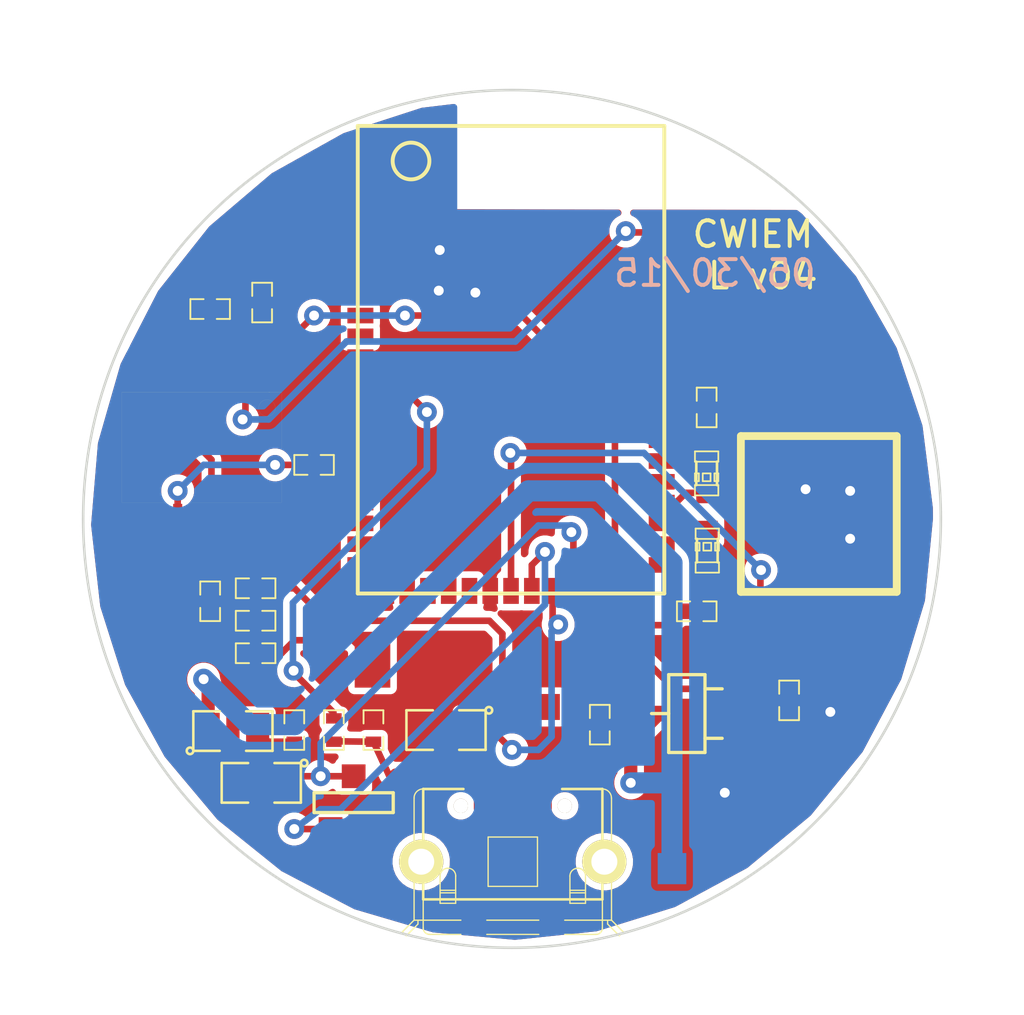
<source format=kicad_pcb>
(kicad_pcb (version 3) (host pcbnew "(2013-07-07 BZR 4022)-stable")

  (general
    (links 64)
    (no_connects 2)
    (area 178.4096 112.1029 293.06294 209.808384)
    (thickness 1.6)
    (drawings 20)
    (tracks 193)
    (zones 0)
    (modules 31)
    (nets 23)
  )

  (page A3)
  (layers
    (15 F.Cu signal)
    (0 B.Cu signal)
    (17 F.Adhes user)
    (19 F.Paste user)
    (20 B.SilkS user)
    (21 F.SilkS user)
    (22 B.Mask user)
    (23 F.Mask user)
    (26 Eco1.User user hide)
    (28 Edge.Cuts user)
  )

  (setup
    (last_trace_width 0.254)
    (user_trace_width 0.2032)
    (user_trace_width 0.508)
    (user_trace_width 0.8128)
    (trace_clearance 0.254)
    (zone_clearance 0.254)
    (zone_45_only no)
    (trace_min 0.1524)
    (segment_width 0.2)
    (edge_width 0.1)
    (via_size 0.762)
    (via_drill 0.381)
    (via_min_size 0.6858)
    (via_min_drill 0.3302)
    (uvia_size 0.508)
    (uvia_drill 0.127)
    (uvias_allowed no)
    (uvia_min_size 0.508)
    (uvia_min_drill 0.127)
    (pcb_text_width 0.3)
    (pcb_text_size 1.5 1.5)
    (mod_edge_width 0.0015)
    (mod_text_size 1 1)
    (mod_text_width 0.15)
    (pad_size 1.4 0.35)
    (pad_drill 0)
    (pad_to_mask_clearance 0.0508)
    (solder_mask_min_width 0.0508)
    (aux_axis_origin 0 0)
    (visible_elements 7FFFFFFF)
    (pcbplotparams
      (layerselection 284196865)
      (usegerberextensions true)
      (excludeedgelayer false)
      (linewidth 0.150000)
      (plotframeref false)
      (viasonmask false)
      (mode 1)
      (useauxorigin false)
      (hpglpennumber 1)
      (hpglpenspeed 20)
      (hpglpendiameter 15)
      (hpglpenoverlay 2)
      (psnegative false)
      (psa4output false)
      (plotreference false)
      (plotvalue false)
      (plotothertext false)
      (plotinvisibletext false)
      (padsonsilk false)
      (subtractmaskfromsilk false)
      (outputformat 1)
      (mirror false)
      (drillshape 0)
      (scaleselection 1)
      (outputdirectory C:/Users/lifesatrip/Documents/TortoiseSVN/Wireless_IEMs/project001/trunk/v04_R/Gerbers/CWIEM_PCB_L_v04/))
  )

  (net 0 "")
  (net 1 3.3V)
  (net 2 5V_USB)
  (net 3 AIO_1)
  (net 4 CHG_EXT)
  (net 5 GND)
  (net 6 N-000001)
  (net 7 N-0000029)
  (net 8 N-000003)
  (net 9 N-0000030)
  (net 10 N-0000046)
  (net 11 N-0000047)
  (net 12 N-0000048)
  (net 13 N-0000049)
  (net 14 N-0000050)
  (net 15 N-0000054)
  (net 16 N-0000055)
  (net 17 N-0000063)
  (net 18 PIO3)
  (net 19 SPKR_LP)
  (net 20 VBAT)
  (net 21 VBAT_SENSE)
  (net 22 VREGEN)

  (net_class Default "This is the default net class."
    (clearance 0.254)
    (trace_width 0.254)
    (via_dia 0.762)
    (via_drill 0.381)
    (uvia_dia 0.508)
    (uvia_drill 0.127)
    (add_net "")
    (add_net 3.3V)
    (add_net 5V_USB)
    (add_net AIO_1)
    (add_net CHG_EXT)
    (add_net GND)
    (add_net N-000001)
    (add_net N-0000029)
    (add_net N-000003)
    (add_net N-0000030)
    (add_net N-0000046)
    (add_net N-0000047)
    (add_net N-0000048)
    (add_net N-0000049)
    (add_net N-0000050)
    (add_net N-0000054)
    (add_net N-0000055)
    (add_net N-0000063)
    (add_net PIO3)
    (add_net SPKR_LP)
    (add_net VBAT)
    (add_net VBAT_SENSE)
    (add_net VREGEN)
  )

  (module SW_PUSH_SMD (layer F.Cu) (tedit 54F11C2A) (tstamp 54EE94D6)
    (at 209.931 131.8895 90)
    (path /5439AC23/54BBDE2C)
    (fp_text reference SW1 (at -0.05 -3.95 90) (layer F.SilkS) hide
      (effects (font (size 0.762 0.762) (thickness 0.127)))
    )
    (fp_text value SW_PUSH_SMALL (at 0 3.85 90) (layer F.SilkS) hide
      (effects (font (size 0.762 0.762) (thickness 0.127)))
    )
    (fp_line (start -2.99974 -2.99974) (end 2.99974 -2.99974) (layer F.SilkS) (width 0.29972))
    (fp_line (start 2.99974 -2.99974) (end 2.99974 2.99974) (layer F.SilkS) (width 0.29972))
    (fp_line (start 2.99974 2.99974) (end -2.99974 2.99974) (layer F.SilkS) (width 0.29972))
    (fp_line (start -2.99974 2.99974) (end -2.99974 -2.99974) (layer F.SilkS) (width 0.29972))
    (pad 1 smd rect (at -3.99796 -2.2479 90) (size 1.5494 1.2954)
      (layers F.Cu F.Paste F.Mask)
      (net 22 VREGEN)
    )
    (pad 1 smd rect (at 3.99796 -2.2479 90) (size 1.5494 1.2954)
      (layers F.Cu F.Paste F.Mask)
      (net 22 VREGEN)
    )
    (pad 2 smd rect (at 3.99796 2.2479 90) (size 1.5494 1.2954)
      (layers F.Cu F.Paste F.Mask)
      (net 1 3.3V)
    )
    (pad 2 smd rect (at -3.99796 2.2479 90) (size 1.5494 1.2954)
      (layers F.Cu F.Paste F.Mask)
      (net 1 3.3V)
    )
  )

  (module SOT23EBC (layer F.Cu) (tedit 54F11BA3) (tstamp 54EE94E1)
    (at 192.024 143.002 180)
    (descr "Module CMS SOT23 Transistore EBC")
    (tags "CMS SOT")
    (path /5439AC23/5439B513)
    (attr smd)
    (fp_text reference Q3 (at 0 -2.413 180) (layer F.SilkS) hide
      (effects (font (size 0.762 0.762) (thickness 0.1905)))
    )
    (fp_text value PNP (at 0 0 180) (layer F.SilkS) hide
      (effects (font (size 0.762 0.762) (thickness 0.2032)))
    )
    (fp_line (start -1.524 -0.381) (end 1.524 -0.381) (layer F.SilkS) (width 0.127))
    (fp_line (start 1.524 -0.381) (end 1.524 0.381) (layer F.SilkS) (width 0.127))
    (fp_line (start 1.524 0.381) (end -1.524 0.381) (layer F.SilkS) (width 0.127))
    (fp_line (start -1.524 0.381) (end -1.524 -0.381) (layer F.SilkS) (width 0.127))
    (pad 1 smd rect (at -0.889 -1.016 180) (size 0.9144 0.9144)
      (layers F.Cu F.Paste F.Mask)
      (net 2 5V_USB)
    )
    (pad 2 smd rect (at 0.889 -1.016 180) (size 0.9144 0.9144)
      (layers F.Cu F.Paste F.Mask)
      (net 4 CHG_EXT)
    )
    (pad 3 smd rect (at 0 1.016 180) (size 0.9144 0.9144)
      (layers F.Cu F.Paste F.Mask)
      (net 21 VBAT_SENSE)
    )
    (model smd/cms_sot23.wrl
      (at (xyz 0 0 0))
      (scale (xyz 0.13 0.15 0.15))
      (rotate (xyz 0 0 0))
    )
  )

  (module SM0805 (layer F.Cu) (tedit 54F11BDF) (tstamp 54EE94FB)
    (at 195.58 140.208 180)
    (path /541E1030/541E14EC)
    (attr smd)
    (fp_text reference C18 (at 0 -0.3175 180) (layer F.SilkS) hide
      (effects (font (size 0.50038 0.50038) (thickness 0.10922)))
    )
    (fp_text value 10uF (at 0 0.381 180) (layer F.SilkS) hide
      (effects (font (size 0.50038 0.50038) (thickness 0.10922)))
    )
    (fp_circle (center -1.651 0.762) (end -1.651 0.635) (layer F.SilkS) (width 0.09906))
    (fp_line (start -0.508 0.762) (end -1.524 0.762) (layer F.SilkS) (width 0.09906))
    (fp_line (start -1.524 0.762) (end -1.524 -0.762) (layer F.SilkS) (width 0.09906))
    (fp_line (start -1.524 -0.762) (end -0.508 -0.762) (layer F.SilkS) (width 0.09906))
    (fp_line (start 0.508 -0.762) (end 1.524 -0.762) (layer F.SilkS) (width 0.09906))
    (fp_line (start 1.524 -0.762) (end 1.524 0.762) (layer F.SilkS) (width 0.09906))
    (fp_line (start 1.524 0.762) (end 0.508 0.762) (layer F.SilkS) (width 0.09906))
    (pad 1 smd rect (at -0.9525 0 180) (size 0.889 1.397)
      (layers F.Cu F.Paste F.Mask)
      (net 2 5V_USB)
    )
    (pad 2 smd rect (at 0.9525 0 180) (size 0.889 1.397)
      (layers F.Cu F.Paste F.Mask)
      (net 5 GND)
    )
    (model smd/chip_cms.wrl
      (at (xyz 0 0 0))
      (scale (xyz 0.1 0.1 0.1))
      (rotate (xyz 0 0 0))
    )
  )

  (module SM0805 (layer F.Cu) (tedit 550F480E) (tstamp 54EE9515)
    (at 188.468 142.24 180)
    (path /5439AC23/5439B533)
    (attr smd)
    (fp_text reference R28 (at 0 -0.3175 180) (layer F.SilkS) hide
      (effects (font (size 0.50038 0.50038) (thickness 0.10922)))
    )
    (fp_text value 2 (at 0.0127 0.3937 180) (layer F.SilkS) hide
      (effects (font (size 0.50038 0.50038) (thickness 0.10922)))
    )
    (fp_circle (center -1.651 0.762) (end -1.651 0.635) (layer F.SilkS) (width 0.09906))
    (fp_line (start -0.508 0.762) (end -1.524 0.762) (layer F.SilkS) (width 0.09906))
    (fp_line (start -1.524 0.762) (end -1.524 -0.762) (layer F.SilkS) (width 0.09906))
    (fp_line (start -1.524 -0.762) (end -0.508 -0.762) (layer F.SilkS) (width 0.09906))
    (fp_line (start 0.508 -0.762) (end 1.524 -0.762) (layer F.SilkS) (width 0.09906))
    (fp_line (start 1.524 -0.762) (end 1.524 0.762) (layer F.SilkS) (width 0.09906))
    (fp_line (start 1.524 0.762) (end 0.508 0.762) (layer F.SilkS) (width 0.09906))
    (pad 1 smd rect (at -0.9525 0 180) (size 0.889 1.397)
      (layers F.Cu F.Paste F.Mask)
      (net 21 VBAT_SENSE)
    )
    (pad 2 smd rect (at 0.9525 0 180) (size 0.889 1.397)
      (layers F.Cu F.Paste F.Mask)
      (net 20 VBAT)
    )
    (model smd/chip_cms.wrl
      (at (xyz 0 0 0))
      (scale (xyz 0.1 0.1 0.1))
      (rotate (xyz 0 0 0))
    )
  )

  (module SM0805 (layer F.Cu) (tedit 54F11B7A) (tstamp 54EE9522)
    (at 187.3758 140.2461)
    (path /5439AC23/5439B539)
    (attr smd)
    (fp_text reference R29 (at 0 -0.3175) (layer F.SilkS) hide
      (effects (font (size 0.50038 0.50038) (thickness 0.10922)))
    )
    (fp_text value 0.15 (at 0 0.381) (layer F.SilkS) hide
      (effects (font (size 0.50038 0.50038) (thickness 0.10922)))
    )
    (fp_circle (center -1.651 0.762) (end -1.651 0.635) (layer F.SilkS) (width 0.09906))
    (fp_line (start -0.508 0.762) (end -1.524 0.762) (layer F.SilkS) (width 0.09906))
    (fp_line (start -1.524 0.762) (end -1.524 -0.762) (layer F.SilkS) (width 0.09906))
    (fp_line (start -1.524 -0.762) (end -0.508 -0.762) (layer F.SilkS) (width 0.09906))
    (fp_line (start 0.508 -0.762) (end 1.524 -0.762) (layer F.SilkS) (width 0.09906))
    (fp_line (start 1.524 -0.762) (end 1.524 0.762) (layer F.SilkS) (width 0.09906))
    (fp_line (start 1.524 0.762) (end 0.508 0.762) (layer F.SilkS) (width 0.09906))
    (pad 1 smd rect (at -0.9525 0) (size 0.889 1.397)
      (layers F.Cu F.Paste F.Mask)
      (net 20 VBAT)
    )
    (pad 2 smd rect (at 0.9525 0) (size 0.889 1.397)
      (layers F.Cu F.Paste F.Mask)
      (net 17 N-0000063)
    )
    (model smd/chip_cms.wrl
      (at (xyz 0 0 0))
      (scale (xyz 0.1 0.1 0.1))
      (rotate (xyz 0 0 0))
    )
  )

  (module SM0402_r (layer F.Cu) (tedit 54F11BF2) (tstamp 54EE9560)
    (at 188.25 136 180)
    (path /541DFCDC/55162C5C)
    (attr smd)
    (fp_text reference R1 (at 0 0 180) (layer F.SilkS) hide
      (effects (font (size 0.35052 0.3048) (thickness 0.07112)))
    )
    (fp_text value 20 (at 0.09906 0 180) (layer F.SilkS) hide
      (effects (font (size 0.35052 0.3048) (thickness 0.07112)))
    )
    (fp_line (start -0.254 -0.381) (end -0.762 -0.381) (layer F.SilkS) (width 0.07112))
    (fp_line (start -0.762 -0.381) (end -0.762 0.381) (layer F.SilkS) (width 0.07112))
    (fp_line (start -0.762 0.381) (end -0.254 0.381) (layer F.SilkS) (width 0.07112))
    (fp_line (start 0.254 -0.381) (end 0.762 -0.381) (layer F.SilkS) (width 0.07112))
    (fp_line (start 0.762 -0.381) (end 0.762 0.381) (layer F.SilkS) (width 0.07112))
    (fp_line (start 0.762 0.381) (end 0.254 0.381) (layer F.SilkS) (width 0.07112))
    (pad 1 smd rect (at -0.44958 0 180) (size 0.39878 0.59944)
      (layers F.Cu F.Paste F.Mask)
      (net 14 N-0000050)
    )
    (pad 2 smd rect (at 0.44958 0 180) (size 0.39878 0.59944)
      (layers F.Cu F.Paste F.Mask)
      (net 13 N-0000049)
    )
    (model smd/resistors/R0402.wrl
      (at (xyz 0 0 0))
      (scale (xyz 0.27 0.27 0.27))
      (rotate (xyz 0 0 0))
    )
  )

  (module SM0402_r (layer F.Cu) (tedit 54F11B88) (tstamp 54EE9584)
    (at 191.262 140.208 270)
    (path /5439AC23/5439FA35)
    (attr smd)
    (fp_text reference R27 (at 0 0 270) (layer F.SilkS) hide
      (effects (font (size 0.35052 0.3048) (thickness 0.07112)))
    )
    (fp_text value 10k (at 0.09906 0 270) (layer F.SilkS) hide
      (effects (font (size 0.35052 0.3048) (thickness 0.07112)))
    )
    (fp_line (start -0.254 -0.381) (end -0.762 -0.381) (layer F.SilkS) (width 0.07112))
    (fp_line (start -0.762 -0.381) (end -0.762 0.381) (layer F.SilkS) (width 0.07112))
    (fp_line (start -0.762 0.381) (end -0.254 0.381) (layer F.SilkS) (width 0.07112))
    (fp_line (start 0.254 -0.381) (end 0.762 -0.381) (layer F.SilkS) (width 0.07112))
    (fp_line (start 0.762 -0.381) (end 0.762 0.381) (layer F.SilkS) (width 0.07112))
    (fp_line (start 0.762 0.381) (end 0.254 0.381) (layer F.SilkS) (width 0.07112))
    (pad 1 smd rect (at -0.44958 0 270) (size 0.39878 0.59944)
      (layers F.Cu F.Paste F.Mask)
      (net 3 AIO_1)
    )
    (pad 2 smd rect (at 0.44958 0 270) (size 0.39878 0.59944)
      (layers F.Cu F.Paste F.Mask)
      (net 2 5V_USB)
    )
    (model smd/resistors/R0402.wrl
      (at (xyz 0 0 0))
      (scale (xyz 0.27 0.27 0.27))
      (rotate (xyz 0 0 0))
    )
  )

  (module SM0402_r (layer F.Cu) (tedit 55186464) (tstamp 54EE95A8)
    (at 205.232 135.636 180)
    (path /5439FB1F)
    (attr smd)
    (fp_text reference R4 (at 0 0 180) (layer F.SilkS) hide
      (effects (font (size 0.35052 0.3048) (thickness 0.07112)))
    )
    (fp_text value 240 (at 0.09906 0 180) (layer F.SilkS) hide
      (effects (font (size 0.35052 0.3048) (thickness 0.07112)))
    )
    (fp_line (start -0.254 -0.381) (end -0.762 -0.381) (layer F.SilkS) (width 0.07112))
    (fp_line (start -0.762 -0.381) (end -0.762 0.381) (layer F.SilkS) (width 0.07112))
    (fp_line (start -0.762 0.381) (end -0.254 0.381) (layer F.SilkS) (width 0.07112))
    (fp_line (start 0.254 -0.381) (end 0.762 -0.381) (layer F.SilkS) (width 0.07112))
    (fp_line (start 0.762 -0.381) (end 0.762 0.381) (layer F.SilkS) (width 0.07112))
    (fp_line (start 0.762 0.381) (end 0.254 0.381) (layer F.SilkS) (width 0.07112))
    (pad 1 smd rect (at -0.44958 0 180) (size 0.39878 0.59944)
      (layers F.Cu F.Paste F.Mask)
      (net 9 N-0000030)
    )
    (pad 2 smd rect (at 0.44958 0 180) (size 0.39878 0.59944)
      (layers F.Cu F.Paste F.Mask)
      (net 1 3.3V)
    )
    (model smd/resistors/R0402.wrl
      (at (xyz 0 0 0))
      (scale (xyz 0.27 0.27 0.27))
      (rotate (xyz 0 0 0))
    )
  )

  (module SM0402_r (layer F.Cu) (tedit 54F11C23) (tstamp 54EE95B4)
    (at 205.613 127.7874 90)
    (path /5439FB19)
    (attr smd)
    (fp_text reference R3 (at 0 0 90) (layer F.SilkS) hide
      (effects (font (size 0.35052 0.3048) (thickness 0.07112)))
    )
    (fp_text value 240 (at 0.09906 0 90) (layer F.SilkS) hide
      (effects (font (size 0.35052 0.3048) (thickness 0.07112)))
    )
    (fp_line (start -0.254 -0.381) (end -0.762 -0.381) (layer F.SilkS) (width 0.07112))
    (fp_line (start -0.762 -0.381) (end -0.762 0.381) (layer F.SilkS) (width 0.07112))
    (fp_line (start -0.762 0.381) (end -0.254 0.381) (layer F.SilkS) (width 0.07112))
    (fp_line (start 0.254 -0.381) (end 0.762 -0.381) (layer F.SilkS) (width 0.07112))
    (fp_line (start 0.762 -0.381) (end 0.762 0.381) (layer F.SilkS) (width 0.07112))
    (fp_line (start 0.762 0.381) (end 0.254 0.381) (layer F.SilkS) (width 0.07112))
    (pad 1 smd rect (at -0.44958 0 90) (size 0.39878 0.59944)
      (layers F.Cu F.Paste F.Mask)
      (net 7 N-0000029)
    )
    (pad 2 smd rect (at 0.44958 0 90) (size 0.39878 0.59944)
      (layers F.Cu F.Paste F.Mask)
      (net 1 3.3V)
    )
    (model smd/resistors/R0402.wrl
      (at (xyz 0 0 0))
      (scale (xyz 0.27 0.27 0.27))
      (rotate (xyz 0 0 0))
    )
  )

  (module SM0402_c (layer F.Cu) (tedit 54F11C36) (tstamp 54EE95D8)
    (at 192.786 140.208 90)
    (path /541E1030/541E1548)
    (attr smd)
    (fp_text reference C19 (at 0 0 90) (layer F.SilkS) hide
      (effects (font (size 0.35052 0.3048) (thickness 0.07112)))
    )
    (fp_text value 0.1uF (at 0.09906 0 90) (layer F.SilkS) hide
      (effects (font (size 0.35052 0.3048) (thickness 0.07112)))
    )
    (fp_line (start -0.254 -0.381) (end -0.762 -0.381) (layer F.SilkS) (width 0.07112))
    (fp_line (start -0.762 -0.381) (end -0.762 0.381) (layer F.SilkS) (width 0.07112))
    (fp_line (start -0.762 0.381) (end -0.254 0.381) (layer F.SilkS) (width 0.07112))
    (fp_line (start 0.254 -0.381) (end 0.762 -0.381) (layer F.SilkS) (width 0.07112))
    (fp_line (start 0.762 -0.381) (end 0.762 0.381) (layer F.SilkS) (width 0.07112))
    (fp_line (start 0.762 0.381) (end 0.254 0.381) (layer F.SilkS) (width 0.07112))
    (pad 1 smd rect (at -0.44958 0 90) (size 0.39878 0.59944)
      (layers F.Cu F.Paste F.Mask)
      (net 2 5V_USB)
    )
    (pad 2 smd rect (at 0.44958 0 90) (size 0.39878 0.59944)
      (layers F.Cu F.Paste F.Mask)
      (net 5 GND)
    )
    (model smd/capacitors/C0402.wrl
      (at (xyz 0 0 0))
      (scale (xyz 0.27 0.27 0.27))
      (rotate (xyz 0 0 0))
    )
  )

  (module SM0402_c (layer F.Cu) (tedit 54F11B81) (tstamp 54EE95F0)
    (at 189.738 140.208 90)
    (path /5439AC23/5439B544)
    (attr smd)
    (fp_text reference C20 (at 0 0 90) (layer F.SilkS) hide
      (effects (font (size 0.35052 0.3048) (thickness 0.07112)))
    )
    (fp_text value 4.7uF (at 0.09906 0 90) (layer F.SilkS) hide
      (effects (font (size 0.35052 0.3048) (thickness 0.07112)))
    )
    (fp_line (start -0.254 -0.381) (end -0.762 -0.381) (layer F.SilkS) (width 0.07112))
    (fp_line (start -0.762 -0.381) (end -0.762 0.381) (layer F.SilkS) (width 0.07112))
    (fp_line (start -0.762 0.381) (end -0.254 0.381) (layer F.SilkS) (width 0.07112))
    (fp_line (start 0.254 -0.381) (end 0.762 -0.381) (layer F.SilkS) (width 0.07112))
    (fp_line (start 0.762 -0.381) (end 0.762 0.381) (layer F.SilkS) (width 0.07112))
    (fp_line (start 0.762 0.381) (end 0.254 0.381) (layer F.SilkS) (width 0.07112))
    (pad 1 smd rect (at -0.44958 0 90) (size 0.39878 0.59944)
      (layers F.Cu F.Paste F.Mask)
      (net 17 N-0000063)
    )
    (pad 2 smd rect (at 0.44958 0 90) (size 0.39878 0.59944)
      (layers F.Cu F.Paste F.Mask)
      (net 5 GND)
    )
    (model smd/capacitors/C0402.wrl
      (at (xyz 0 0 0))
      (scale (xyz 0.27 0.27 0.27))
      (rotate (xyz 0 0 0))
    )
  )

  (module SM0402_c (layer F.Cu) (tedit 54F11C58) (tstamp 54EE9650)
    (at 188.25 134.75)
    (path /541DFCDC/55162C56)
    (attr smd)
    (fp_text reference C6 (at 0 0) (layer F.SilkS) hide
      (effects (font (size 0.35052 0.3048) (thickness 0.07112)))
    )
    (fp_text value 1.5uF (at 0.09906 0) (layer F.SilkS) hide
      (effects (font (size 0.35052 0.3048) (thickness 0.07112)))
    )
    (fp_line (start -0.254 -0.381) (end -0.762 -0.381) (layer F.SilkS) (width 0.07112))
    (fp_line (start -0.762 -0.381) (end -0.762 0.381) (layer F.SilkS) (width 0.07112))
    (fp_line (start -0.762 0.381) (end -0.254 0.381) (layer F.SilkS) (width 0.07112))
    (fp_line (start 0.254 -0.381) (end 0.762 -0.381) (layer F.SilkS) (width 0.07112))
    (fp_line (start 0.762 -0.381) (end 0.762 0.381) (layer F.SilkS) (width 0.07112))
    (fp_line (start 0.762 0.381) (end 0.254 0.381) (layer F.SilkS) (width 0.07112))
    (pad 1 smd rect (at -0.44958 0) (size 0.39878 0.59944)
      (layers F.Cu F.Paste F.Mask)
      (net 13 N-0000049)
    )
    (pad 2 smd rect (at 0.44958 0) (size 0.39878 0.59944)
      (layers F.Cu F.Paste F.Mask)
      (net 12 N-0000048)
    )
    (model smd/capacitors/C0402.wrl
      (at (xyz 0 0 0))
      (scale (xyz 0.27 0.27 0.27))
      (rotate (xyz 0 0 0))
    )
  )

  (module SM0402_c (layer F.Cu) (tedit 5518645A) (tstamp 54EE965C)
    (at 208.788 139.065 270)
    (path /5439AC23/5516213C)
    (attr smd)
    (fp_text reference C9 (at 0 0 270) (layer F.SilkS) hide
      (effects (font (size 0.35052 0.3048) (thickness 0.07112)))
    )
    (fp_text value "1 uF" (at 0.09906 0 270) (layer F.SilkS) hide
      (effects (font (size 0.35052 0.3048) (thickness 0.07112)))
    )
    (fp_line (start -0.254 -0.381) (end -0.762 -0.381) (layer F.SilkS) (width 0.07112))
    (fp_line (start -0.762 -0.381) (end -0.762 0.381) (layer F.SilkS) (width 0.07112))
    (fp_line (start -0.762 0.381) (end -0.254 0.381) (layer F.SilkS) (width 0.07112))
    (fp_line (start 0.254 -0.381) (end 0.762 -0.381) (layer F.SilkS) (width 0.07112))
    (fp_line (start 0.762 -0.381) (end 0.762 0.381) (layer F.SilkS) (width 0.07112))
    (fp_line (start 0.762 0.381) (end 0.254 0.381) (layer F.SilkS) (width 0.07112))
    (pad 1 smd rect (at -0.44958 0 270) (size 0.39878 0.59944)
      (layers F.Cu F.Paste F.Mask)
      (net 1 3.3V)
    )
    (pad 2 smd rect (at 0.44958 0 270) (size 0.39878 0.59944)
      (layers F.Cu F.Paste F.Mask)
      (net 5 GND)
    )
    (model smd/capacitors/C0402.wrl
      (at (xyz 0 0 0))
      (scale (xyz 0.27 0.27 0.27))
      (rotate (xyz 0 0 0))
    )
  )

  (module LED-0603 (layer F.Cu) (tedit 54F11C67) (tstamp 54EE9678)
    (at 205.613 130.3274 270)
    (descr "LED 0603 smd package")
    (tags "LED led 0603 SMD smd SMT smt smdled SMDLED smtled SMTLED")
    (path /543A005B)
    (attr smd)
    (fp_text reference D2 (at 0 -1.016 270) (layer F.SilkS) hide
      (effects (font (size 0.508 0.508) (thickness 0.127)))
    )
    (fp_text value LED (at 0 1.016 270) (layer F.SilkS) hide
      (effects (font (size 0.508 0.508) (thickness 0.127)))
    )
    (fp_line (start 0.44958 -0.44958) (end 0.44958 0.44958) (layer F.SilkS) (width 0.06604))
    (fp_line (start 0.44958 0.44958) (end 0.84836 0.44958) (layer F.SilkS) (width 0.06604))
    (fp_line (start 0.84836 -0.44958) (end 0.84836 0.44958) (layer F.SilkS) (width 0.06604))
    (fp_line (start 0.44958 -0.44958) (end 0.84836 -0.44958) (layer F.SilkS) (width 0.06604))
    (fp_line (start -0.84836 -0.44958) (end -0.84836 0.44958) (layer F.SilkS) (width 0.06604))
    (fp_line (start -0.84836 0.44958) (end -0.44958 0.44958) (layer F.SilkS) (width 0.06604))
    (fp_line (start -0.44958 -0.44958) (end -0.44958 0.44958) (layer F.SilkS) (width 0.06604))
    (fp_line (start -0.84836 -0.44958) (end -0.44958 -0.44958) (layer F.SilkS) (width 0.06604))
    (fp_line (start 0 -0.44958) (end 0 -0.29972) (layer F.SilkS) (width 0.06604))
    (fp_line (start 0 -0.29972) (end 0.29972 -0.29972) (layer F.SilkS) (width 0.06604))
    (fp_line (start 0.29972 -0.44958) (end 0.29972 -0.29972) (layer F.SilkS) (width 0.06604))
    (fp_line (start 0 -0.44958) (end 0.29972 -0.44958) (layer F.SilkS) (width 0.06604))
    (fp_line (start 0 0.29972) (end 0 0.44958) (layer F.SilkS) (width 0.06604))
    (fp_line (start 0 0.44958) (end 0.29972 0.44958) (layer F.SilkS) (width 0.06604))
    (fp_line (start 0.29972 0.29972) (end 0.29972 0.44958) (layer F.SilkS) (width 0.06604))
    (fp_line (start 0 0.29972) (end 0.29972 0.29972) (layer F.SilkS) (width 0.06604))
    (fp_line (start 0 -0.14986) (end 0 0.14986) (layer F.SilkS) (width 0.06604))
    (fp_line (start 0 0.14986) (end 0.29972 0.14986) (layer F.SilkS) (width 0.06604))
    (fp_line (start 0.29972 -0.14986) (end 0.29972 0.14986) (layer F.SilkS) (width 0.06604))
    (fp_line (start 0 -0.14986) (end 0.29972 -0.14986) (layer F.SilkS) (width 0.06604))
    (fp_line (start 0.44958 -0.39878) (end -0.44958 -0.39878) (layer F.SilkS) (width 0.1016))
    (fp_line (start 0.44958 0.39878) (end -0.44958 0.39878) (layer F.SilkS) (width 0.1016))
    (pad 1 smd rect (at -0.7493 0 270) (size 0.79756 0.79756)
      (layers F.Cu F.Paste F.Mask)
      (net 7 N-0000029)
    )
    (pad 2 smd rect (at 0.7493 0 270) (size 0.79756 0.79756)
      (layers F.Cu F.Paste F.Mask)
      (net 6 N-000001)
    )
  )

  (module LED-0603 (layer F.Cu) (tedit 54F11C6C) (tstamp 54EE9694)
    (at 205.6384 133.2992 90)
    (descr "LED 0603 smd package")
    (tags "LED led 0603 SMD smd SMT smt smdled SMDLED smtled SMTLED")
    (path /543A007F)
    (attr smd)
    (fp_text reference D3 (at 0 -1.016 90) (layer F.SilkS) hide
      (effects (font (size 0.508 0.508) (thickness 0.127)))
    )
    (fp_text value LED (at 0 1.016 90) (layer F.SilkS) hide
      (effects (font (size 0.508 0.508) (thickness 0.127)))
    )
    (fp_line (start 0.44958 -0.44958) (end 0.44958 0.44958) (layer F.SilkS) (width 0.06604))
    (fp_line (start 0.44958 0.44958) (end 0.84836 0.44958) (layer F.SilkS) (width 0.06604))
    (fp_line (start 0.84836 -0.44958) (end 0.84836 0.44958) (layer F.SilkS) (width 0.06604))
    (fp_line (start 0.44958 -0.44958) (end 0.84836 -0.44958) (layer F.SilkS) (width 0.06604))
    (fp_line (start -0.84836 -0.44958) (end -0.84836 0.44958) (layer F.SilkS) (width 0.06604))
    (fp_line (start -0.84836 0.44958) (end -0.44958 0.44958) (layer F.SilkS) (width 0.06604))
    (fp_line (start -0.44958 -0.44958) (end -0.44958 0.44958) (layer F.SilkS) (width 0.06604))
    (fp_line (start -0.84836 -0.44958) (end -0.44958 -0.44958) (layer F.SilkS) (width 0.06604))
    (fp_line (start 0 -0.44958) (end 0 -0.29972) (layer F.SilkS) (width 0.06604))
    (fp_line (start 0 -0.29972) (end 0.29972 -0.29972) (layer F.SilkS) (width 0.06604))
    (fp_line (start 0.29972 -0.44958) (end 0.29972 -0.29972) (layer F.SilkS) (width 0.06604))
    (fp_line (start 0 -0.44958) (end 0.29972 -0.44958) (layer F.SilkS) (width 0.06604))
    (fp_line (start 0 0.29972) (end 0 0.44958) (layer F.SilkS) (width 0.06604))
    (fp_line (start 0 0.44958) (end 0.29972 0.44958) (layer F.SilkS) (width 0.06604))
    (fp_line (start 0.29972 0.29972) (end 0.29972 0.44958) (layer F.SilkS) (width 0.06604))
    (fp_line (start 0 0.29972) (end 0.29972 0.29972) (layer F.SilkS) (width 0.06604))
    (fp_line (start 0 -0.14986) (end 0 0.14986) (layer F.SilkS) (width 0.06604))
    (fp_line (start 0 0.14986) (end 0.29972 0.14986) (layer F.SilkS) (width 0.06604))
    (fp_line (start 0.29972 -0.14986) (end 0.29972 0.14986) (layer F.SilkS) (width 0.06604))
    (fp_line (start 0 -0.14986) (end 0.29972 -0.14986) (layer F.SilkS) (width 0.06604))
    (fp_line (start 0.44958 -0.39878) (end -0.44958 -0.39878) (layer F.SilkS) (width 0.1016))
    (fp_line (start 0.44958 0.39878) (end -0.44958 0.39878) (layer F.SilkS) (width 0.1016))
    (pad 1 smd rect (at -0.7493 0 90) (size 0.79756 0.79756)
      (layers F.Cu F.Paste F.Mask)
      (net 9 N-0000030)
    )
    (pad 2 smd rect (at 0.7493 0 90) (size 0.79756 0.79756)
      (layers F.Cu F.Paste F.Mask)
      (net 8 N-000003)
    )
  )

  (module BC127 (layer F.Cu) (tedit 54F11C5E) (tstamp 54EE9A94)
    (at 192.28308 117.85092)
    (path /541DFC48)
    (solder_mask_margin 0.05)
    (clearance 0.05)
    (fp_text reference U1 (at -2.54 1.27) (layer F.SilkS) hide
      (effects (font (size 1 1) (thickness 0.15)))
    )
    (fp_text value BC127 (at 6 -2.2) (layer F.SilkS) hide
      (effects (font (size 1 1) (thickness 0.15)))
    )
    (fp_line (start -0.1 -0.9) (end -0.1 17.1) (layer F.SilkS) (width 0.15))
    (fp_line (start -0.1 17.1) (end 11.7 17.1) (layer F.SilkS) (width 0.15))
    (fp_line (start 11.7 -0.9) (end 11.7 17.1) (layer F.SilkS) (width 0.15))
    (fp_line (start -0.1 -0.9) (end 11.7 -0.9) (layer F.SilkS) (width 0.15))
    (fp_circle (center 1.95 0.45) (end 1.85 -0.25) (layer F.SilkS) (width 0.15))
    (pad 1 smd rect (at 0 0) (size 1 0.6)
      (layers F.Cu F.Paste F.Mask)
      (net 5 GND)
      (solder_mask_margin 0.05)
      (clearance 0.05)
    )
    (pad 2 smd rect (at 0 0.8) (size 1 0.6)
      (layers F.Cu F.Paste F.Mask)
      (net 5 GND)
      (solder_mask_margin 0.05)
      (clearance 0.05)
    )
    (pad 3 smd rect (at 0 1.6) (size 1 0.6)
      (layers F.Cu F.Paste F.Mask)
      (net 5 GND)
      (solder_mask_margin 0.05)
      (clearance 0.05)
    )
    (pad 4 smd rect (at 0 2.4) (size 1 0.6)
      (layers F.Cu F.Paste F.Mask)
      (net 5 GND)
      (solder_mask_margin 0.05)
      (clearance 0.05)
    )
    (pad 5 smd rect (at 0 3.2) (size 1 0.6)
      (layers F.Cu F.Paste F.Mask)
      (solder_mask_margin 0.05)
      (clearance 0.05)
    )
    (pad 6 smd rect (at 0 4) (size 1 0.6)
      (layers F.Cu F.Paste F.Mask)
      (solder_mask_margin 0.05)
      (clearance 0.05)
    )
    (pad 7 smd rect (at 0 4.8) (size 1 0.6)
      (layers F.Cu F.Paste F.Mask)
      (solder_mask_margin 0.05)
      (clearance 0.05)
    )
    (pad 8 smd rect (at 0 5.6) (size 1 0.6)
      (layers F.Cu F.Paste F.Mask)
      (solder_mask_margin 0.05)
      (clearance 0.05)
    )
    (pad 9 smd rect (at 0 6.4) (size 1 0.6)
      (layers F.Cu F.Paste F.Mask)
      (solder_mask_margin 0.05)
      (clearance 0.05)
    )
    (pad 10 smd rect (at 0 7.2) (size 1 0.6)
      (layers F.Cu F.Paste F.Mask)
      (solder_mask_margin 0.05)
      (clearance 0.05)
    )
    (pad 11 smd rect (at 0 8) (size 1 0.6)
      (layers F.Cu F.Paste F.Mask)
      (net 5 GND)
      (solder_mask_margin 0.05)
      (clearance 0.05)
    )
    (pad 12 smd rect (at 0 8.8) (size 1 0.6)
      (layers F.Cu F.Paste F.Mask)
      (net 3 AIO_1)
      (solder_mask_margin 0.05)
      (clearance 0.05)
    )
    (pad 13 smd rect (at 0 9.6) (size 1 0.6)
      (layers F.Cu F.Paste F.Mask)
      (solder_mask_margin 0.05)
      (clearance 0.05)
    )
    (pad 14 smd rect (at 0 10.4) (size 1 0.6)
      (layers F.Cu F.Paste F.Mask)
      (net 19 SPKR_LP)
      (solder_mask_margin 0.05)
      (clearance 0.05)
    )
    (pad 15 smd rect (at 0 11.2) (size 1 0.6)
      (layers F.Cu F.Paste F.Mask)
      (solder_mask_margin 0.05)
      (clearance 0.05)
    )
    (pad 16 smd rect (at 0 12) (size 1 0.6)
      (layers F.Cu F.Paste F.Mask)
      (solder_mask_margin 0.05)
      (clearance 0.05)
    )
    (pad 17 smd rect (at 0 12.8) (size 1 0.6)
      (layers F.Cu F.Paste F.Mask)
      (solder_mask_margin 0.05)
      (clearance 0.05)
    )
    (pad 18 smd rect (at 0 13.6) (size 1 0.6)
      (layers F.Cu F.Paste F.Mask)
      (solder_mask_margin 0.05)
      (clearance 0.05)
    )
    (pad 19 smd rect (at 0 14.4) (size 1 0.6)
      (layers F.Cu F.Paste F.Mask)
      (solder_mask_margin 0.05)
      (clearance 0.05)
    )
    (pad 20 smd rect (at 0 15.2) (size 1 0.6)
      (layers F.Cu F.Paste F.Mask)
      (solder_mask_margin 0.05)
      (clearance 0.05)
    )
    (pad 21 smd rect (at 0 16) (size 1 0.6)
      (layers F.Cu F.Paste F.Mask)
      (solder_mask_margin 0.05)
      (clearance 0.05)
    )
    (pad 22 smd rect (at 1 17 90) (size 1 0.6)
      (layers F.Cu F.Paste F.Mask)
      (net 5 GND)
      (solder_mask_margin 0.05)
      (clearance 0.05)
    )
    (pad 23 smd rect (at 1.8 17 90) (size 1 0.6)
      (layers F.Cu F.Paste F.Mask)
      (solder_mask_margin 0.05)
      (clearance 0.05)
    )
    (pad 24 smd rect (at 2.6 17 90) (size 1 0.6)
      (layers F.Cu F.Paste F.Mask)
      (solder_mask_margin 0.05)
      (clearance 0.05)
    )
    (pad 25 smd rect (at 3.4 17 90) (size 1 0.6)
      (layers F.Cu F.Paste F.Mask)
    )
    (pad 26 smd rect (at 4.2 17 90) (size 1 0.6)
      (layers F.Cu F.Paste F.Mask)
    )
    (pad 27 smd rect (at 5 17 90) (size 1 0.6)
      (layers F.Cu F.Paste F.Mask)
      (net 5 GND)
    )
    (pad 28 smd rect (at 5.8 17 90) (size 1 0.6)
      (layers F.Cu F.Paste F.Mask)
      (net 22 VREGEN)
    )
    (pad 29 smd rect (at 6.6 17 90) (size 1 0.6)
      (layers F.Cu F.Paste F.Mask)
      (net 4 CHG_EXT)
    )
    (pad 30 smd rect (at 7.4 17 90) (size 1 0.6)
      (layers F.Cu F.Paste F.Mask)
      (net 2 5V_USB)
    )
    (pad 31 smd rect (at 8.2 17 90) (size 1 0.6)
      (layers F.Cu F.Paste F.Mask)
      (net 21 VBAT_SENSE)
    )
    (pad 32 smd rect (at 9 17 90) (size 1 0.6)
      (layers F.Cu F.Paste F.Mask)
      (net 20 VBAT)
    )
    (pad 33 smd rect (at 9.8 17 90) (size 1 0.6)
      (layers F.Cu F.Paste F.Mask)
      (net 1 3.3V)
    )
    (pad 34 smd rect (at 10.6 17 90) (size 1 0.6)
      (layers F.Cu F.Paste F.Mask)
    )
    (pad 35 smd rect (at 11.6 16) (size 1 0.6)
      (layers F.Cu F.Paste F.Mask)
    )
    (pad 36 smd rect (at 11.6 15.2) (size 1 0.6)
      (layers F.Cu F.Paste F.Mask)
    )
    (pad 37 smd rect (at 11.6 14.4) (size 1 0.6)
      (layers F.Cu F.Paste F.Mask)
      (net 8 N-000003)
    )
    (pad 38 smd rect (at 11.6 13.6) (size 1 0.6)
      (layers F.Cu F.Paste F.Mask)
      (net 6 N-000001)
    )
    (pad 39 smd rect (at 11.6 12.8) (size 1 0.6)
      (layers F.Cu F.Paste F.Mask)
    )
    (pad 40 smd rect (at 11.6 12) (size 1 0.6)
      (layers F.Cu F.Paste F.Mask)
    )
    (pad 41 smd rect (at 11.6 11.2) (size 1 0.6)
      (layers F.Cu F.Paste F.Mask)
    )
    (pad 42 smd rect (at 11.6 10.4) (size 1 0.6)
      (layers F.Cu F.Paste F.Mask)
    )
    (pad 43 smd rect (at 11.6 9.6) (size 1 0.6)
      (layers F.Cu F.Paste F.Mask)
    )
    (pad 44 smd rect (at 11.6 8.8) (size 1 0.6)
      (layers F.Cu F.Paste F.Mask)
      (net 1 3.3V)
    )
    (pad 45 smd rect (at 11.6 8) (size 1 0.6)
      (layers F.Cu F.Paste F.Mask)
    )
    (pad 46 smd rect (at 11.6 7.2) (size 1 0.6)
      (layers F.Cu F.Paste F.Mask)
    )
    (pad 47 smd rect (at 11.6 6.4) (size 1 0.6)
      (layers F.Cu F.Paste F.Mask)
    )
    (pad 48 smd rect (at 11.6 5.6) (size 1 0.6)
      (layers F.Cu F.Paste F.Mask)
    )
    (pad 49 smd rect (at 11.6 4.8) (size 1 0.6)
      (layers F.Cu F.Paste F.Mask)
    )
    (pad 50 smd rect (at 11.6 4) (size 1 0.6)
      (layers F.Cu F.Paste F.Mask)
    )
    (pad 51 smd rect (at 11.6 3.2) (size 1 0.6)
      (layers F.Cu F.Paste F.Mask)
      (net 18 PIO3)
    )
  )

  (module "BA Driver Pad" (layer B.Cu) (tedit 54F11BBD) (tstamp 54EE96DF)
    (at 204.2795 145.542)
    (path /5439AC23/54BB248C)
    (fp_text reference P1 (at 0.05 1.7) (layer B.SilkS) hide
      (effects (font (size 1 1) (thickness 0.15)) (justify mirror))
    )
    (fp_text value CONN_1 (at 0 -1.9) (layer B.SilkS) hide
      (effects (font (size 1 1) (thickness 0.15)) (justify mirror))
    )
    (pad 1 smd rect (at 0 0) (size 1.1 1.2)
      (layers B.Cu B.Mask)
      (net 20 VBAT)
      (solder_mask_margin 0.05)
      (clearance 0.05)
    )
  )

  (module "BA Driver Pad" (layer B.Cu) (tedit 54F11BC1) (tstamp 54EE96E4)
    (at 206.3115 144.4625)
    (path /5439AC23/54BB2499)
    (fp_text reference P2 (at 0.05 1.7) (layer B.SilkS) hide
      (effects (font (size 1 1) (thickness 0.15)) (justify mirror))
    )
    (fp_text value CONN_1 (at 0 -1.9) (layer B.SilkS) hide
      (effects (font (size 1 1) (thickness 0.15)) (justify mirror))
    )
    (pad 1 smd rect (at 0 0) (size 1.1 1.2)
      (layers B.Cu B.Mask)
      (net 5 GND)
      (solder_mask_margin 0.05)
      (clearance 0.05)
    )
  )

  (module AB2_USB_MICRO_SMD (layer F.Cu) (tedit 550F3A67) (tstamp 54EE9A57)
    (at 198.15048 148.02612)
    (path /541E1030/541E1107)
    (solder_mask_margin 0.06858)
    (clearance 0.06858)
    (fp_text reference J1 (at 0 1.27) (layer F.SilkS) hide
      (effects (font (size 0.8128 0.8128) (thickness 0.0762)))
    )
    (fp_text value USB (at 0 2.54) (layer F.SilkS) hide
      (effects (font (size 0.8128 0.8128) (thickness 0.0762)))
    )
    (fp_arc (start 2.49936 -2.19882) (end 2.49936 -2.50108) (angle 90) (layer F.SilkS) (width 0.0508))
    (fp_arc (start 2.49936 -2.19882) (end 2.19964 -2.19882) (angle 90) (layer F.SilkS) (width 0.0508))
    (fp_arc (start -2.49936 -2.19882) (end -2.49936 -2.50108) (angle 90) (layer F.SilkS) (width 0.0508))
    (fp_arc (start -2.49936 -2.19882) (end -2.79908 -2.19882) (angle 90) (layer F.SilkS) (width 0.0508))
    (fp_line (start 2.79908 -1.1498) (end 2.79908 -2.19882) (layer F.SilkS) (width 0.0508))
    (fp_line (start 2.19964 -1.1498) (end 2.19964 -2.19882) (layer F.SilkS) (width 0.0508))
    (fp_line (start -2.19964 -1.1498) (end -2.19964 -2.19882) (layer F.SilkS) (width 0.0508))
    (fp_line (start -2.79908 -1.1498) (end -2.79908 -2.19882) (layer F.SilkS) (width 0.0508))
    (fp_line (start 2.19964 -1.65018) (end 2.79908 -1.65018) (layer F.SilkS) (width 0.0508))
    (fp_line (start -2.79908 -1.65018) (end -2.19964 -1.65018) (layer F.SilkS) (width 0.0508))
    (fp_line (start 2.19964 -1.55112) (end 2.79908 -1.55112) (layer F.SilkS) (width 0.0508))
    (fp_line (start -2.79908 -1.55112) (end -2.19964 -1.55112) (layer F.SilkS) (width 0.0508))
    (fp_line (start 2.19964 -1.1498) (end 2.79908 -1.1498) (layer F.SilkS) (width 0.0508))
    (fp_line (start -2.79908 -1.1498) (end -2.19964 -1.1498) (layer F.SilkS) (width 0.0508))
    (fp_line (start 4.09956 0.09988) (end 4.24942 -0.04998) (layer F.SilkS) (width 0.0508))
    (fp_line (start 4.09956 0.09988) (end 3.64998 -0.3497) (layer F.SilkS) (width 0.0508))
    (fp_line (start 3.64998 -0.3497) (end 3.64998 -0.49956) (layer F.SilkS) (width 0.0508))
    (fp_line (start -4.24942 -0.04998) (end -4.09956 0.09988) (layer F.SilkS) (width 0.0508))
    (fp_line (start -4.09956 0.09988) (end -3.64998 -0.3497) (layer F.SilkS) (width 0.0508))
    (fp_line (start -3.64998 -0.3497) (end -3.64998 -0.49956) (layer F.SilkS) (width 0.0508))
    (fp_line (start 3.79984 -0.49956) (end 4.24942 -0.04998) (layer F.SilkS) (width 0.0508))
    (fp_line (start -3.79984 -0.49956) (end -4.24942 -0.04998) (layer F.SilkS) (width 0.0508))
    (fp_line (start 1.99898 -0.49956) (end 3.79984 -0.49956) (layer F.SilkS) (width 0.0508))
    (fp_line (start -1.00076 -0.49956) (end 1.00076 -0.49956) (layer F.SilkS) (width 0.0508))
    (fp_line (start -3.79984 -0.49956) (end -1.99898 -0.49956) (layer F.SilkS) (width 0.0508))
    (fp_arc (start -3.2004 -0.19984) (end -3.2004 0.04908) (angle 90) (layer F.SilkS) (width 0.0508))
    (fp_arc (start 3.2004 -0.19984) (end 3.44932 -0.19984) (angle 90) (layer F.SilkS) (width 0.0508))
    (fp_line (start 1.99898 0.04908) (end 3.2004 0.04908) (layer F.SilkS) (width 0.0508))
    (fp_line (start -1.00076 0.04908) (end 1.00076 0.04908) (layer F.SilkS) (width 0.0508))
    (fp_line (start -3.2004 0.04908) (end -1.99898 0.04908) (layer F.SilkS) (width 0.0508))
    (fp_line (start 3.44932 -1.29966) (end 3.44932 -0.19984) (layer F.SilkS) (width 0.0508))
    (fp_line (start -3.44932 -1.29966) (end -3.44932 -0.19984) (layer F.SilkS) (width 0.0508))
    (fp_line (start -3.79984 -5.2011) (end -3.79984 -0.49956) (layer F.SilkS) (width 0.0508))
    (fp_line (start 3.79984 -5.2011) (end 3.79984 -0.49956) (layer F.SilkS) (width 0.0508))
    (fp_arc (start -3.44932 -5.2011) (end -3.79984 -5.2011) (angle 90) (layer F.SilkS) (width 0.0508))
    (fp_arc (start 3.44932 -5.2011) (end 3.44932 -5.54908) (angle 90) (layer F.SilkS) (width 0.0508))
    (fp_line (start -3.44932 -5.54908) (end -1.89992 -5.54908) (layer F.SilkS) (width 0.09906))
    (fp_line (start 3.44932 -5.54908) (end 1.89992 -5.54908) (layer F.SilkS) (width 0.09906))
    (fp_line (start -3.44932 -1.29966) (end -3.44932 -5.54908) (layer F.SilkS) (width 0.09906))
    (fp_line (start 3.44932 -1.29966) (end 3.44932 -5.54908) (layer F.SilkS) (width 0.09906))
    (fp_line (start -3.44932 -1.29966) (end 3.44932 -1.29966) (layer F.SilkS) (width 0.09906))
    (fp_line (start -0.94996 -3.69996) (end 0.94996 -3.69996) (layer F.SilkS) (width 0.0508))
    (fp_line (start 0.94996 -3.69996) (end 0.94996 -1.80004) (layer F.SilkS) (width 0.0508))
    (fp_line (start 0.94996 -1.80004) (end -0.94996 -1.80004) (layer F.SilkS) (width 0.0508))
    (fp_line (start -0.94996 -1.80004) (end -0.94996 -3.69996) (layer F.SilkS) (width 0.0508))
    (pad 1 smd rect (at -1.3 -5.425) (size 0.4 1.35)
      (layers F.Cu F.Paste F.Mask)
      (net 2 5V_USB)
    )
    (pad 2 smd rect (at -0.65 -5.425) (size 0.4 1.35)
      (layers F.Cu F.Paste F.Mask)
    )
    (pad 3 smd rect (at 0 -5.425) (size 0.4 1.35)
      (layers F.Cu F.Paste F.Mask)
    )
    (pad 4 smd rect (at 0.65 -5.425) (size 0.4 1.35)
      (layers F.Cu F.Paste F.Mask)
    )
    (pad 5 smd rect (at 1.3 -5.425) (size 0.4 1.35)
      (layers F.Cu F.Paste F.Mask)
      (net 5 GND)
    )
    (pad 6 thru_hole circle (at -3.525 -2.75) (size 1.7 1.7) (drill 1)
      (layers *.Cu *.Mask F.SilkS)
    )
    (pad 6 thru_hole circle (at 3.525 -2.75) (size 1.7 1.7) (drill 1)
      (layers *.Cu *.Mask F.SilkS)
    )
    (pad "" thru_hole circle (at -2 -4.9) (size 0.55 0.55) (drill 0.55)
      (layers *.Cu *.Mask F.SilkS)
    )
    (pad "" thru_hole circle (at 1.99898 -4.9) (size 0.55 0.55) (drill 0.55)
      (layers *.Cu *.Mask F.SilkS)
    )
    (model ab2_usb/ab2_usb_micro_smd.wrl
      (at (xyz 0 0 0))
      (scale (xyz 0.3937 0.3937 0.3937))
      (rotate (xyz 0 0 0))
    )
  )

  (module wbfk_pad (layer F.Cu) (tedit 54C83B82) (tstamp 5517149E)
    (at 199.2122 139.319 90)
    (path /541DFCDC/55162C74)
    (fp_text reference P3 (at 0.05 -1.7 90) (layer F.SilkS) hide
      (effects (font (size 1 1) (thickness 0.15)))
    )
    (fp_text value CONN_1 (at 0 1.9 90) (layer F.SilkS) hide
      (effects (font (size 1 1) (thickness 0.15)))
    )
    (pad 1 smd rect (at 0 0 90) (size 1 1.5)
      (layers F.Cu F.Paste F.Mask)
      (net 12 N-0000048)
      (solder_mask_margin 0.05)
      (clearance 0.05)
    )
  )

  (module wbfk_pad (layer F.Cu) (tedit 54C83B82) (tstamp 551714A3)
    (at 199.2122 137.414 90)
    (path /541DFCDC/55162C7A)
    (fp_text reference P4 (at 0.05 -1.7 90) (layer F.SilkS) hide
      (effects (font (size 1 1) (thickness 0.15)))
    )
    (fp_text value CONN_1 (at 0 1.9 90) (layer F.SilkS) hide
      (effects (font (size 1 1) (thickness 0.15)))
    )
    (pad 1 smd rect (at 0 0 90) (size 1 1.5)
      (layers F.Cu F.Paste F.Mask)
      (net 5 GND)
      (solder_mask_margin 0.05)
      (clearance 0.05)
    )
  )

  (module SM0402_c (layer F.Cu) (tedit 55186444) (tstamp 551714BB)
    (at 188.25 137.25 180)
    (path /541DFCDC/55162C62)
    (attr smd)
    (fp_text reference C7 (at 0 0 180) (layer F.SilkS) hide
      (effects (font (size 0.35052 0.3048) (thickness 0.07112)))
    )
    (fp_text value 3.3uF (at 0.09906 0 180) (layer F.SilkS) hide
      (effects (font (size 0.35052 0.3048) (thickness 0.07112)))
    )
    (fp_line (start -0.254 -0.381) (end -0.762 -0.381) (layer F.SilkS) (width 0.07112))
    (fp_line (start -0.762 -0.381) (end -0.762 0.381) (layer F.SilkS) (width 0.07112))
    (fp_line (start -0.762 0.381) (end -0.254 0.381) (layer F.SilkS) (width 0.07112))
    (fp_line (start 0.254 -0.381) (end 0.762 -0.381) (layer F.SilkS) (width 0.07112))
    (fp_line (start 0.762 -0.381) (end 0.762 0.381) (layer F.SilkS) (width 0.07112))
    (fp_line (start 0.762 0.381) (end 0.254 0.381) (layer F.SilkS) (width 0.07112))
    (pad 1 smd rect (at -0.44958 0 180) (size 0.39878 0.59944)
      (layers F.Cu F.Paste F.Mask)
      (net 14 N-0000050)
    )
    (pad 2 smd rect (at 0.44958 0 180) (size 0.39878 0.59944)
      (layers F.Cu F.Paste F.Mask)
      (net 5 GND)
    )
    (model smd/capacitors/C0402.wrl
      (at (xyz 0 0 0))
      (scale (xyz 0.27 0.27 0.27))
      (rotate (xyz 0 0 0))
    )
  )

  (module SM0402_c (layer F.Cu) (tedit 5518646D) (tstamp 551714D3)
    (at 201.5 140 270)
    (path /5439AC23/551620D1)
    (attr smd)
    (fp_text reference C8 (at 0 0 270) (layer F.SilkS) hide
      (effects (font (size 0.35052 0.3048) (thickness 0.07112)))
    )
    (fp_text value "1 uF" (at 0.09906 0 270) (layer F.SilkS) hide
      (effects (font (size 0.35052 0.3048) (thickness 0.07112)))
    )
    (fp_line (start -0.254 -0.381) (end -0.762 -0.381) (layer F.SilkS) (width 0.07112))
    (fp_line (start -0.762 -0.381) (end -0.762 0.381) (layer F.SilkS) (width 0.07112))
    (fp_line (start -0.762 0.381) (end -0.254 0.381) (layer F.SilkS) (width 0.07112))
    (fp_line (start 0.254 -0.381) (end 0.762 -0.381) (layer F.SilkS) (width 0.07112))
    (fp_line (start 0.762 -0.381) (end 0.762 0.381) (layer F.SilkS) (width 0.07112))
    (fp_line (start 0.762 0.381) (end 0.254 0.381) (layer F.SilkS) (width 0.07112))
    (pad 1 smd rect (at -0.44958 0 270) (size 0.39878 0.59944)
      (layers F.Cu F.Paste F.Mask)
      (net 20 VBAT)
    )
    (pad 2 smd rect (at 0.44958 0 270) (size 0.39878 0.59944)
      (layers F.Cu F.Paste F.Mask)
      (net 5 GND)
    )
    (model smd/capacitors/C0402.wrl
      (at (xyz 0 0 0))
      (scale (xyz 0.27 0.27 0.27))
      (rotate (xyz 0 0 0))
    )
  )

  (module ci_pad (layer F.Cu) (tedit 54C84092) (tstamp 551714D8)
    (at 192.75 137.5)
    (path /541DFCDC/55162C68)
    (fp_text reference P5 (at 0.05 -1.7) (layer F.SilkS) hide
      (effects (font (size 1 1) (thickness 0.15)))
    )
    (fp_text value CONN_1 (at 0 1.9) (layer F.SilkS) hide
      (effects (font (size 1 1) (thickness 0.15)))
    )
    (pad 1 smd rect (at 0 0) (size 1.37 2.15)
      (layers F.Cu F.Paste F.Mask)
      (net 14 N-0000050)
      (solder_mask_margin 0.05)
      (clearance 0.05)
    )
  )

  (module ci_pad (layer F.Cu) (tedit 54C84092) (tstamp 551714DD)
    (at 196.25 137.5)
    (path /541DFCDC/55162C6E)
    (fp_text reference P6 (at 0.05 -1.7) (layer F.SilkS) hide
      (effects (font (size 1 1) (thickness 0.15)))
    )
    (fp_text value CONN_1 (at 0 1.9) (layer F.SilkS) hide
      (effects (font (size 1 1) (thickness 0.15)))
    )
    (pad 1 smd rect (at 0 0) (size 1.37 2.15)
      (layers F.Cu F.Paste F.Mask)
      (net 5 GND)
      (solder_mask_margin 0.05)
      (clearance 0.05)
    )
  )

  (module sot23 (layer F.Cu) (tedit 55186454) (tstamp 54EE94EE)
    (at 204.851 139.573 90)
    (descr SOT23)
    (path /5439AC23/5516202B)
    (attr smd)
    (fp_text reference U3 (at 0 0 90) (layer F.SilkS) hide
      (effects (font (size 0.50038 0.50038) (thickness 0.09906)))
    )
    (fp_text value MCP1702 (at 0 0.09906 90) (layer F.SilkS) hide
      (effects (font (size 0.50038 0.50038) (thickness 0.09906)))
    )
    (fp_line (start 0.9525 0.6985) (end 0.9525 1.3589) (layer F.SilkS) (width 0.127))
    (fp_line (start -0.9525 0.6985) (end -0.9525 1.3589) (layer F.SilkS) (width 0.127))
    (fp_line (start 0 -0.6985) (end 0 -1.3589) (layer F.SilkS) (width 0.127))
    (fp_line (start -1.4986 -0.6985) (end 1.4986 -0.6985) (layer F.SilkS) (width 0.127))
    (fp_line (start 1.4986 -0.6985) (end 1.4986 0.6985) (layer F.SilkS) (width 0.127))
    (fp_line (start 1.4986 0.6985) (end -1.4986 0.6985) (layer F.SilkS) (width 0.127))
    (fp_line (start -1.4986 0.6985) (end -1.4986 -0.6985) (layer F.SilkS) (width 0.127))
    (pad 1 smd rect (at -0.9525 1.05664 90) (size 0.59944 1.00076)
      (layers F.Cu F.Paste F.Mask)
      (net 5 GND)
    )
    (pad 2 smd rect (at 0 -1.05664 90) (size 0.59944 1.00076)
      (layers F.Cu F.Paste F.Mask)
      (net 20 VBAT)
    )
    (pad 3 smd rect (at 0.9525 1.05664 90) (size 0.59944 1.00076)
      (layers F.Cu F.Paste F.Mask)
      (net 1 3.3V)
    )
    (model smd/smd_transistors/sot23.wrl
      (at (xyz 0 0 0))
      (scale (xyz 1 1 1))
      (rotate (xyz 0 0 0))
    )
  )

  (module SM0402_c (layer F.Cu) (tedit 552AFF13) (tstamp 552AFA4A)
    (at 186.5 124 180)
    (path /541DFCDC/552ADE3F)
    (attr smd)
    (fp_text reference C3 (at 0 0 180) (layer F.SilkS) hide
      (effects (font (size 0.35052 0.3048) (thickness 0.07112)))
    )
    (fp_text value 1uF (at 0.09906 0 180) (layer F.SilkS) hide
      (effects (font (size 0.35052 0.3048) (thickness 0.07112)))
    )
    (fp_line (start -0.254 -0.381) (end -0.762 -0.381) (layer F.SilkS) (width 0.07112))
    (fp_line (start -0.762 -0.381) (end -0.762 0.381) (layer F.SilkS) (width 0.07112))
    (fp_line (start -0.762 0.381) (end -0.254 0.381) (layer F.SilkS) (width 0.07112))
    (fp_line (start 0.254 -0.381) (end 0.762 -0.381) (layer F.SilkS) (width 0.07112))
    (fp_line (start 0.762 -0.381) (end 0.762 0.381) (layer F.SilkS) (width 0.07112))
    (fp_line (start 0.762 0.381) (end 0.254 0.381) (layer F.SilkS) (width 0.07112))
    (pad 1 smd rect (at -0.44958 0 180) (size 0.39878 0.59944)
      (layers F.Cu F.Paste F.Mask)
      (net 11 N-0000047)
    )
    (pad 2 smd rect (at 0.44958 0 180) (size 0.39878 0.59944)
      (layers F.Cu F.Paste F.Mask)
      (net 10 N-0000046)
    )
    (model smd/capacitors/C0402.wrl
      (at (xyz 0 0 0))
      (scale (xyz 0.27 0.27 0.27))
      (rotate (xyz 0 0 0))
    )
  )

  (module SM0402_c (layer F.Cu) (tedit 552AFF04) (tstamp 552AFA56)
    (at 188.5 123.75 270)
    (path /541DFCDC/552AE363)
    (attr smd)
    (fp_text reference C1 (at 0 0 270) (layer F.SilkS) hide
      (effects (font (size 0.35052 0.3048) (thickness 0.07112)))
    )
    (fp_text value 1uF (at 0.09906 0 270) (layer F.SilkS) hide
      (effects (font (size 0.35052 0.3048) (thickness 0.07112)))
    )
    (fp_line (start -0.254 -0.381) (end -0.762 -0.381) (layer F.SilkS) (width 0.07112))
    (fp_line (start -0.762 -0.381) (end -0.762 0.381) (layer F.SilkS) (width 0.07112))
    (fp_line (start -0.762 0.381) (end -0.254 0.381) (layer F.SilkS) (width 0.07112))
    (fp_line (start 0.254 -0.381) (end 0.762 -0.381) (layer F.SilkS) (width 0.07112))
    (fp_line (start 0.762 -0.381) (end 0.762 0.381) (layer F.SilkS) (width 0.07112))
    (fp_line (start 0.762 0.381) (end 0.254 0.381) (layer F.SilkS) (width 0.07112))
    (pad 1 smd rect (at -0.44958 0 270) (size 0.39878 0.59944)
      (layers F.Cu F.Paste F.Mask)
      (net 5 GND)
    )
    (pad 2 smd rect (at 0.44958 0 270) (size 0.39878 0.59944)
      (layers F.Cu F.Paste F.Mask)
      (net 1 3.3V)
    )
    (model smd/capacitors/C0402.wrl
      (at (xyz 0 0 0))
      (scale (xyz 0.27 0.27 0.27))
      (rotate (xyz 0 0 0))
    )
  )

  (module SM0402_c (layer F.Cu) (tedit 552AFF0C) (tstamp 552AFA62)
    (at 186.5 135.25 90)
    (path /541DFCDC/552AE532)
    (attr smd)
    (fp_text reference C2 (at 0 0 90) (layer F.SilkS) hide
      (effects (font (size 0.35052 0.3048) (thickness 0.07112)))
    )
    (fp_text value 1uF (at 0.09906 0 90) (layer F.SilkS) hide
      (effects (font (size 0.35052 0.3048) (thickness 0.07112)))
    )
    (fp_line (start -0.254 -0.381) (end -0.762 -0.381) (layer F.SilkS) (width 0.07112))
    (fp_line (start -0.762 -0.381) (end -0.762 0.381) (layer F.SilkS) (width 0.07112))
    (fp_line (start -0.762 0.381) (end -0.254 0.381) (layer F.SilkS) (width 0.07112))
    (fp_line (start 0.254 -0.381) (end 0.762 -0.381) (layer F.SilkS) (width 0.07112))
    (fp_line (start 0.762 -0.381) (end 0.762 0.381) (layer F.SilkS) (width 0.07112))
    (fp_line (start 0.762 0.381) (end 0.254 0.381) (layer F.SilkS) (width 0.07112))
    (pad 1 smd rect (at -0.44958 0 90) (size 0.39878 0.59944)
      (layers F.Cu F.Paste F.Mask)
      (net 5 GND)
    )
    (pad 2 smd rect (at 0.44958 0 90) (size 0.39878 0.59944)
      (layers F.Cu F.Paste F.Mask)
      (net 16 N-0000055)
    )
    (model smd/capacitors/C0402.wrl
      (at (xyz 0 0 0))
      (scale (xyz 0.27 0.27 0.27))
      (rotate (xyz 0 0 0))
    )
  )

  (module SM0402_c (layer F.Cu) (tedit 552AFEFC) (tstamp 552AFA6E)
    (at 190.5 130)
    (path /541DFCDC/552AE600)
    (attr smd)
    (fp_text reference C4 (at 0 0) (layer F.SilkS) hide
      (effects (font (size 0.35052 0.3048) (thickness 0.07112)))
    )
    (fp_text value 1uF (at 0.09906 0) (layer F.SilkS) hide
      (effects (font (size 0.35052 0.3048) (thickness 0.07112)))
    )
    (fp_line (start -0.254 -0.381) (end -0.762 -0.381) (layer F.SilkS) (width 0.07112))
    (fp_line (start -0.762 -0.381) (end -0.762 0.381) (layer F.SilkS) (width 0.07112))
    (fp_line (start -0.762 0.381) (end -0.254 0.381) (layer F.SilkS) (width 0.07112))
    (fp_line (start 0.254 -0.381) (end 0.762 -0.381) (layer F.SilkS) (width 0.07112))
    (fp_line (start 0.762 -0.381) (end 0.762 0.381) (layer F.SilkS) (width 0.07112))
    (fp_line (start 0.762 0.381) (end 0.254 0.381) (layer F.SilkS) (width 0.07112))
    (pad 1 smd rect (at -0.44958 0) (size 0.39878 0.59944)
      (layers F.Cu F.Paste F.Mask)
      (net 15 N-0000054)
    )
    (pad 2 smd rect (at 0.44958 0) (size 0.39878 0.59944)
      (layers F.Cu F.Paste F.Mask)
      (net 19 SPKR_LP)
    )
    (model smd/capacitors/C0402.wrl
      (at (xyz 0 0 0))
      (scale (xyz 0.27 0.27 0.27))
      (rotate (xyz 0 0 0))
    )
  )

  (module MAX9720AEUE (layer F.Cu) (tedit 552B07B5) (tstamp 552AFA93)
    (at 191.75 132 270)
    (path /541DFCDC/552ADDF4)
    (clearance 0.0508)
    (fp_text reference U2 (at -2.65 1.55 270) (layer F.SilkS) hide
      (effects (font (size 1 1) (thickness 0.15)))
    )
    (fp_text value MAX9720AEUE (at -2.45 9.95 270) (layer F.SilkS) hide
      (effects (font (size 1 1) (thickness 0.15)))
    )
    (fp_circle (center -4.19 3.06) (end -3.99 3.31) (layer F.SilkS) (width 0.0015))
    (fp_line (start -4.8 3) (end -4.8 2.5) (layer F.SilkS) (width 0.0015))
    (fp_line (start -4.8 2.5) (end -0.55 2.5) (layer F.SilkS) (width 0.0015))
    (fp_line (start -0.55 2.5) (end -0.55 8.65) (layer F.SilkS) (width 0.0015))
    (fp_line (start -0.55 8.65) (end -4.8 8.65) (layer F.SilkS) (width 0.0015))
    (fp_line (start -4.8 8.65) (end -4.8 2.95) (layer F.SilkS) (width 0.0015))
    (pad 1 smd rect (at -5.55 3.25 270) (size 1.4 0.35)
      (layers F.Cu F.Paste F.Mask)
      (net 1 3.3V)
    )
    (pad 2 smd rect (at -5.55752 3.89128 270) (size 1.4 0.35)
      (layers F.Cu F.Paste F.Mask)
      (net 18 PIO3)
    )
    (pad 3 smd rect (at -5.55 4.55 270) (size 1.4 0.35)
      (layers F.Cu F.Paste F.Mask)
      (net 11 N-0000047)
    )
    (pad 4 smd rect (at -5.55 5.2 270) (size 1.4 0.35)
      (layers F.Cu F.Paste F.Mask)
      (net 5 GND)
    )
    (pad 5 smd rect (at -5.55 5.85 270) (size 1.4 0.35)
      (layers F.Cu F.Paste F.Mask)
      (net 10 N-0000046)
    )
    (pad 6 smd rect (at -5.55 6.5 270) (size 1.4 0.35)
      (layers F.Cu F.Paste F.Mask)
      (net 16 N-0000055)
    )
    (pad 7 smd rect (at -5.55 7.15 270) (size 1.4 0.35)
      (layers F.Cu F.Paste F.Mask)
      (net 5 GND)
    )
    (pad 8 smd rect (at -5.55 7.8 270) (size 1.4 0.35)
      (layers F.Cu F.Paste F.Mask)
    )
    (pad 9 smd rect (at 0.2 7.8 270) (size 1.4 0.35)
      (layers F.Cu F.Paste F.Mask)
    )
    (pad 10 smd rect (at 0.2 7.15 270) (size 1.4 0.35)
      (layers F.Cu F.Paste F.Mask)
    )
    (pad 11 smd rect (at 0.2 6.5 270) (size 1.4 0.35)
      (layers F.Cu F.Paste F.Mask)
      (net 15 N-0000054)
    )
    (pad 12 smd rect (at 0.2 5.85 270) (size 1.4 0.35)
      (layers F.Cu F.Paste F.Mask)
      (net 5 GND)
    )
    (pad 13 smd rect (at 0.2 5.2 270) (size 1.4 0.35)
      (layers F.Cu F.Paste F.Mask)
      (net 16 N-0000055)
    )
    (pad 14 smd rect (at 0.2 4.55 270) (size 1.4 0.35)
      (layers F.Cu F.Paste F.Mask)
    )
    (pad 15 smd rect (at 0.2 3.9 270) (size 1.4 0.35)
      (layers F.Cu F.Paste F.Mask)
    )
    (pad 16 smd rect (at 0.2 3.25 270) (size 1.4 0.35)
      (layers F.Cu F.Paste F.Mask)
      (net 13 N-0000049)
    )
  )

  (gr_circle (center 277.622 197.358) (end 288.29 203.581) (layer Eco1.User) (width 0.2))
  (gr_line (start 268.55928 189.20968) (end 268.55928 194.96532) (angle 90) (layer Eco1.User) (width 0.2))
  (gr_line (start 268.55928 205.359) (end 268.55928 189.20968) (angle 90) (layer Eco1.User) (width 0.2))
  (gr_line (start 286.49676 205.359) (end 268.55928 205.359) (angle 90) (layer Eco1.User) (width 0.2))
  (dimension 16.037657 (width 0.3) (layer Eco1.User)
    (gr_text "16.038 mm" (at 286.41294 197.28434 270.1996361) (layer Eco1.User)
      (effects (font (size 1.5 1.5) (thickness 0.3)))
    )
    (feature1 (pts (xy 286.44088 205.30312) (xy 286.44088 205.30312)))
    (feature2 (pts (xy 286.385 189.26556) (xy 286.385 189.26556)))
    (crossbar (pts (xy 286.385 189.26556) (xy 286.44088 205.30312)))
    (arrow1a (pts (xy 286.44088 205.30312) (xy 285.850538 204.178667)))
    (arrow1b (pts (xy 286.44088 205.30312) (xy 287.023372 204.17458)))
    (arrow2a (pts (xy 286.385 189.26556) (xy 285.802508 190.3941)))
    (arrow2b (pts (xy 286.385 189.26556) (xy 286.975342 190.390013)))
  )
  (dimension 18.04924 (width 0.3) (layer Eco1.User)
    (gr_text "18.049 mm" (at 277.36038 189.26556) (layer Eco1.User)
      (effects (font (size 1.5 1.5) (thickness 0.3)))
    )
    (feature1 (pts (xy 286.385 189.26556) (xy 286.385 189.26556)))
    (feature2 (pts (xy 268.33576 189.26556) (xy 268.33576 189.26556)))
    (crossbar (pts (xy 268.33576 189.26556) (xy 286.385 189.26556)))
    (arrow1a (pts (xy 286.385 189.26556) (xy 285.258497 189.85198)))
    (arrow1b (pts (xy 286.385 189.26556) (xy 285.258497 188.67914)))
    (arrow2a (pts (xy 268.33576 189.26556) (xy 269.462263 189.85198)))
    (arrow2b (pts (xy 268.33576 189.26556) (xy 269.462263 188.67914)))
  )
  (gr_circle (center 248.3104 159.3088) (end 261.9248 152.6032) (layer Eco1.User) (width 0.2))
  (gr_line (start 260.06552 167.97528) (end 260.1214 168.03116) (angle 90) (layer Eco1.User) (width 0.2))
  (gr_line (start 236.31652 167.97528) (end 260.06552 167.97528) (angle 90) (layer Eco1.User) (width 0.2))
  (gr_line (start 236.31652 150.48484) (end 236.31652 167.97528) (angle 90) (layer Eco1.User) (width 0.2))
  (dimension 17.100102 (width 0.3) (layer Eco1.User)
    (gr_text "17.100 mm" (at 260.03758 158.92272 270.5617053) (layer Eco1.User)
      (effects (font (size 1.5 1.5) (thickness 0.3)))
    )
    (feature1 (pts (xy 260.1214 167.47236) (xy 260.1214 167.47236)))
    (feature2 (pts (xy 259.95376 150.37308) (xy 259.95376 150.37308)))
    (crossbar (pts (xy 259.95376 150.37308) (xy 260.1214 167.47236)))
    (arrow1a (pts (xy 260.1214 167.47236) (xy 259.523964 166.35166)))
    (arrow1b (pts (xy 260.1214 167.47236) (xy 260.696748 166.340162)))
    (arrow2a (pts (xy 259.95376 150.37308) (xy 259.378412 151.505278)))
    (arrow2b (pts (xy 259.95376 150.37308) (xy 260.551196 151.49378)))
  )
  (dimension 23.551196 (width 0.3) (layer Eco1.User)
    (gr_text "23.551 mm" (at 248.12244 150.43404 0.2966105316) (layer Eco1.User)
      (effects (font (size 1.5 1.5) (thickness 0.3)))
    )
    (feature1 (pts (xy 259.89788 150.37308) (xy 259.89788 150.37308)))
    (feature2 (pts (xy 236.347 150.495) (xy 236.347 150.495)))
    (crossbar (pts (xy 236.347 150.495) (xy 259.89788 150.37308)))
    (arrow1a (pts (xy 259.89788 150.37308) (xy 258.774428 150.965324)))
    (arrow1b (pts (xy 259.89788 150.37308) (xy 258.768356 149.792499)))
    (arrow2a (pts (xy 236.347 150.495) (xy 237.476524 151.075581)))
    (arrow2b (pts (xy 236.347 150.495) (xy 237.470452 149.902756)))
  )
  (gr_text 05/30/15 (at 205.9305 122.6185) (layer B.SilkS)
    (effects (font (size 0.992 0.992) (thickness 0.1524)) (justify mirror))
  )
  (gr_line (start 188.214 119.126) (end 188.214 145.034) (angle 90) (layer Eco1.User) (width 0.2))
  (gr_line (start 208.026 119.126) (end 188.214 119.126) (angle 90) (layer Eco1.User) (width 0.2))
  (dimension 25.908 (width 0.3) (layer Eco1.User)
    (gr_text "1.0200 in" (at 206.502 132.08 90) (layer Eco1.User)
      (effects (font (size 1.5 1.5) (thickness 0.3)))
    )
    (feature1 (pts (xy 208.026 119.126) (xy 208.026 119.126)))
    (feature2 (pts (xy 208.026 145.034) (xy 208.026 145.034)))
    (crossbar (pts (xy 208.026 145.034) (xy 208.026 119.126)))
    (arrow1a (pts (xy 208.026 119.126) (xy 208.61242 120.252503)))
    (arrow1b (pts (xy 208.026 119.126) (xy 207.43958 120.252503)))
    (arrow2a (pts (xy 208.026 145.034) (xy 208.61242 143.907497)))
    (arrow2b (pts (xy 208.026 145.034) (xy 207.43958 143.907497)))
  )
  (dimension 19.558 (width 0.3) (layer Eco1.User)
    (gr_text "0.7700 in" (at 198.12 143.764) (layer Eco1.User)
      (effects (font (size 1.5 1.5) (thickness 0.3)))
    )
    (feature1 (pts (xy 208.026 145.034) (xy 208.026 145.034)))
    (feature2 (pts (xy 188.468 145.034) (xy 188.468 145.034)))
    (crossbar (pts (xy 188.468 145.034) (xy 208.026 145.034)))
    (arrow1a (pts (xy 208.026 145.034) (xy 206.899497 145.62042)))
    (arrow1b (pts (xy 208.026 145.034) (xy 206.899497 144.44758)))
    (arrow2a (pts (xy 188.468 145.034) (xy 189.594503 145.62042)))
    (arrow2b (pts (xy 188.468 145.034) (xy 189.594503 144.44758)))
  )
  (gr_text "CWIEM \nL v04" (at 207.772 121.92) (layer F.SilkS)
    (effects (font (size 0.992 0.992) (thickness 0.1524)))
  )
  (gr_circle (center 198.12 132.08) (end 214.63 132.08) (layer Edge.Cuts) (width 0.1))
  (gr_circle (center 198.12 132.08) (end 214.63 132.08) (layer Eco2.User) (width 0.2))

  (segment (start 202.08308 127.86292) (end 202.08308 127.83308) (width 0.254) (layer F.Cu) (net 1))
  (segment (start 189.5 125.25) (end 188.5 125.25) (width 0.254) (layer F.Cu) (net 1) (tstamp 552B0B83))
  (segment (start 190.5 124.25) (end 189.5 125.25) (width 0.254) (layer F.Cu) (net 1) (tstamp 552B0B82))
  (via (at 190.5 124.25) (size 0.762) (layers F.Cu B.Cu) (net 1))
  (segment (start 194 124.25) (end 190.5 124.25) (width 0.254) (layer B.Cu) (net 1) (tstamp 552B0B7F))
  (via (at 194 124.25) (size 0.762) (layers F.Cu B.Cu) (net 1))
  (segment (start 198.5 124.25) (end 194 124.25) (width 0.254) (layer F.Cu) (net 1) (tstamp 552B0B74))
  (segment (start 202.08308 127.83308) (end 198.5 124.25) (width 0.254) (layer F.Cu) (net 1) (tstamp 552B0B6F))
  (segment (start 188.5 124.19958) (end 188.5 125.25) (width 0.254) (layer F.Cu) (net 1))
  (segment (start 188.5 125.25) (end 188.5 126.45) (width 0.254) (layer F.Cu) (net 1) (tstamp 552B0B89))
  (segment (start 202.08308 136.1694) (end 204.24902 136.1694) (width 0.254) (layer F.Cu) (net 1))
  (segment (start 204.24902 136.1694) (end 204.78242 135.636) (width 0.254) (layer F.Cu) (net 1) (tstamp 551864ED))
  (segment (start 205.90764 138.6205) (end 204.3557 138.6205) (width 0.254) (layer F.Cu) (net 1))
  (segment (start 202.08308 136.34788) (end 202.08308 136.1694) (width 0.254) (layer F.Cu) (net 1) (tstamp 551864E7))
  (segment (start 202.08308 136.1694) (end 202.08308 134.85092) (width 0.254) (layer F.Cu) (net 1) (tstamp 551864EB))
  (segment (start 204.3557 138.6205) (end 202.08308 136.34788) (width 0.254) (layer F.Cu) (net 1) (tstamp 551864E2))
  (segment (start 205.90764 138.6205) (end 208.78292 138.6205) (width 0.254) (layer F.Cu) (net 1))
  (segment (start 208.78292 138.6205) (end 208.788 138.61542) (width 0.254) (layer F.Cu) (net 1) (tstamp 5517506B))
  (segment (start 208.788 138.61542) (end 210.76158 138.61542) (width 0.254) (layer F.Cu) (net 1))
  (segment (start 212.1789 137.1981) (end 212.1789 135.88746) (width 0.254) (layer F.Cu) (net 1) (tstamp 55174F7E))
  (segment (start 210.76158 138.61542) (end 212.1789 137.1981) (width 0.254) (layer F.Cu) (net 1) (tstamp 55174F76))
  (segment (start 202.08308 134.85092) (end 202.08308 127.86292) (width 0.254) (layer F.Cu) (net 1) (status 10))
  (segment (start 202.08308 127.86292) (end 203.29508 126.65092) (width 0.254) (layer F.Cu) (net 1) (tstamp 550F44E3))
  (segment (start 203.29508 126.65092) (end 203.88308 126.65092) (width 0.254) (layer F.Cu) (net 1) (tstamp 550F44ED) (status 20))
  (segment (start 205.613 127.33782) (end 205.613 127.3302) (width 0.254) (layer F.Cu) (net 1) (status 30))
  (segment (start 204.93372 126.65092) (end 203.88308 126.65092) (width 0.254) (layer F.Cu) (net 1) (tstamp 54EEB250) (status 20))
  (segment (start 205.613 127.3302) (end 204.93372 126.65092) (width 0.254) (layer F.Cu) (net 1) (tstamp 54EEB24F) (status 10))
  (segment (start 196.5325 140.208) (end 197.358 140.208) (width 0.254) (layer F.Cu) (net 2) (status 10))
  (segment (start 199.68308 135.92908) (end 199.68308 134.85092) (width 0.254) (layer F.Cu) (net 2) (tstamp 550F41D5) (status 20))
  (segment (start 199.898 136.144) (end 199.68308 135.92908) (width 0.254) (layer F.Cu) (net 2) (tstamp 550F41D4))
  (via (at 199.898 136.144) (size 0.762) (layers F.Cu B.Cu) (net 2))
  (segment (start 199.644 136.398) (end 199.898 136.144) (width 0.254) (layer B.Cu) (net 2) (tstamp 550F41C8))
  (segment (start 199.644 140.462) (end 199.644 136.398) (width 0.254) (layer B.Cu) (net 2) (tstamp 550F41C1))
  (segment (start 199.136 140.97) (end 199.644 140.462) (width 0.254) (layer B.Cu) (net 2) (tstamp 550F41BC))
  (segment (start 198.12 140.97) (end 199.136 140.97) (width 0.254) (layer B.Cu) (net 2) (tstamp 550F41BB))
  (via (at 198.12 140.97) (size 0.762) (layers F.Cu B.Cu) (net 2))
  (segment (start 197.358 140.208) (end 198.12 140.97) (width 0.254) (layer F.Cu) (net 2) (tstamp 550F41B0))
  (segment (start 193.20256 143.8021) (end 195.06692 141.93774) (width 0.508) (layer F.Cu) (net 2) (tstamp 54EEB768))
  (segment (start 195.06692 141.93774) (end 195.326 141.93774) (width 0.508) (layer F.Cu) (net 2) (tstamp 54EEB771))
  (segment (start 193.1924 143.8021) (end 193.20256 143.8021) (width 0.508) (layer F.Cu) (net 2))
  (segment (start 195.326 141.93774) (end 193.65214 141.93774) (width 0.508) (layer F.Cu) (net 2))
  (segment (start 195.83146 141.93774) (end 196.1871 141.93774) (width 0.254) (layer F.Cu) (net 2))
  (segment (start 195.326 141.93774) (end 195.83146 141.93774) (width 0.508) (layer F.Cu) (net 2) (tstamp 54EEB7DA))
  (segment (start 196.1871 141.93774) (end 196.85048 142.60112) (width 0.254) (layer F.Cu) (net 2) (tstamp 54EEB786) (status 20))
  (segment (start 193.65214 141.93774) (end 193.38036 141.93774) (width 0.254) (layer F.Cu) (net 2))
  (segment (start 193.38036 141.93774) (end 192.786 140.65758) (width 0.254) (layer F.Cu) (net 2) (tstamp 54EEB7E2) (status 20))
  (segment (start 192.913 144.018) (end 192.6209 143.8656) (width 0.254) (layer F.Cu) (net 2) (status 30))
  (segment (start 192.6209 143.8656) (end 193.1924 143.8021) (width 0.254) (layer F.Cu) (net 2) (tstamp 54EEB6A1) (status 10))
  (segment (start 192.786 140.65758) (end 191.27978 140.6398) (width 0.254) (layer F.Cu) (net 2) (status 30))
  (segment (start 191.27978 140.6398) (end 191.262 140.65758) (width 0.254) (layer F.Cu) (net 2) (tstamp 54EEBD39) (status 30))
  (segment (start 196.85048 142.60112) (end 196.85048 140.84348) (width 0.254) (layer F.Cu) (net 2) (status 30))
  (segment (start 196.85048 140.84348) (end 196.5325 140.208) (width 0.254) (layer F.Cu) (net 2) (tstamp 54EEB67A) (status 30))
  (segment (start 194.8434 127.9652) (end 193.52912 126.65092) (width 0.254) (layer F.Cu) (net 3) (tstamp 54EEBD7B))
  (via (at 194.8434 127.9652) (size 0.762) (layers F.Cu B.Cu) (net 3))
  (segment (start 194.8434 130.1496) (end 194.8434 127.9652) (width 0.254) (layer B.Cu) (net 3) (tstamp 54EEBD72))
  (segment (start 189.6872 135.3058) (end 194.8434 130.1496) (width 0.254) (layer B.Cu) (net 3) (tstamp 54EEBD6E))
  (segment (start 189.6872 137.8966) (end 189.6872 135.3058) (width 0.254) (layer B.Cu) (net 3) (tstamp 54EEBD6B))
  (segment (start 189.7126 137.922) (end 189.6872 137.8966) (width 0.254) (layer B.Cu) (net 3) (tstamp 54EEBD6A))
  (via (at 189.7126 137.922) (size 0.762) (layers F.Cu B.Cu) (net 3))
  (segment (start 189.7126 137.9982) (end 189.7126 137.922) (width 0.254) (layer F.Cu) (net 3) (tstamp 54EEBD62))
  (segment (start 191.262 139.75842) (end 191.24168 139.52728) (width 0.254) (layer F.Cu) (net 3) (status 10))
  (segment (start 193.52912 126.65092) (end 192.28308 126.65092) (width 0.254) (layer F.Cu) (net 3) (tstamp 54EEBD7C) (status 20))
  (segment (start 191.24168 139.52728) (end 189.7126 137.9982) (width 0.254) (layer F.Cu) (net 3) (tstamp 54EEBD58))
  (segment (start 191.135 144.018) (end 189.738 144.018) (width 0.254) (layer F.Cu) (net 4))
  (via (at 189.738 144.018) (size 0.762) (layers F.Cu B.Cu) (net 4))
  (segment (start 189.738 144.018) (end 190.754 143.256) (width 0.254) (layer B.Cu) (net 4) (tstamp 54F0001F))
  (segment (start 190.754 143.256) (end 191.516 143.256) (width 0.254) (layer B.Cu) (net 4) (tstamp 54F00020))
  (segment (start 191.516 143.256) (end 199.39 135.382) (width 0.254) (layer B.Cu) (net 4) (tstamp 54F00022))
  (segment (start 199.39 135.382) (end 199.39 133.35) (width 0.254) (layer B.Cu) (net 4) (tstamp 54F00025))
  (via (at 199.39 133.35) (size 0.762) (layers F.Cu B.Cu) (net 4))
  (segment (start 199.39 133.35) (end 198.88308 133.85692) (width 0.254) (layer F.Cu) (net 4) (tstamp 54F00030))
  (segment (start 198.88308 133.85692) (end 198.88308 134.85092) (width 0.254) (layer F.Cu) (net 4) (tstamp 54F00031) (status 20))
  (segment (start 211.1375 132.842) (end 211.1375 131.0005) (width 0.254) (layer F.Cu) (net 5))
  (segment (start 210.37042 139.51458) (end 210.3755 139.5095) (width 0.254) (layer F.Cu) (net 5) (tstamp 55174FB1))
  (via (at 210.3755 139.5095) (size 0.762) (layers F.Cu B.Cu) (net 5))
  (segment (start 210.3755 139.5095) (end 211.1375 138.7475) (width 0.254) (layer B.Cu) (net 5) (tstamp 55174FB9))
  (segment (start 211.1375 138.7475) (end 211.1375 132.842) (width 0.254) (layer B.Cu) (net 5) (tstamp 55174FBA))
  (via (at 211.1375 132.842) (size 0.762) (layers F.Cu B.Cu) (net 5))
  (segment (start 208.788 139.51458) (end 210.37042 139.51458) (width 0.254) (layer F.Cu) (net 5))
  (via (at 209.423 130.937) (size 0.762) (layers F.Cu B.Cu) (net 5))
  (segment (start 211.074 130.937) (end 209.423 130.937) (width 0.254) (layer B.Cu) (net 5) (tstamp 55175039))
  (segment (start 211.1375 131.0005) (end 211.074 130.937) (width 0.254) (layer B.Cu) (net 5) (tstamp 55175038))
  (via (at 211.1375 131.0005) (size 0.762) (layers F.Cu B.Cu) (net 5))
  (segment (start 206.3115 144.4625) (end 206.3115 142.621) (width 0.8128) (layer B.Cu) (net 5))
  (via (at 206.3115 142.621) (size 0.762) (layers F.Cu B.Cu) (net 5))
  (segment (start 192.28308 120.25092) (end 193.86012 120.25092) (width 0.254) (layer F.Cu) (net 5) (status 10))
  (segment (start 195.3006 123.2916) (end 196.6341 123.2916) (width 0.254) (layer F.Cu) (net 5))
  (segment (start 195.3387 123.2535) (end 195.3006 123.2916) (width 0.254) (layer F.Cu) (net 5) (tstamp 54EFF44E))
  (via (at 195.3006 123.2916) (size 0.762) (layers F.Cu B.Cu) (net 5))
  (via (at 195.3387 121.7295) (size 0.762) (layers F.Cu B.Cu) (net 5))
  (segment (start 193.86012 120.25092) (end 195.3387 121.7295) (width 0.254) (layer F.Cu) (net 5) (tstamp 54EFF42E))
  (segment (start 195.3387 121.7295) (end 195.3387 123.2535) (width 0.254) (layer F.Cu) (net 5))
  (via (at 196.7103 123.3678) (size 0.762) (layers F.Cu B.Cu) (net 5))
  (segment (start 196.6341 123.2916) (end 196.7103 123.3678) (width 0.254) (layer F.Cu) (net 5) (tstamp 54EFF45C))
  (segment (start 205.613 131.0767) (end 204.8129 131.0767) (width 0.254) (layer F.Cu) (net 6) (status 10))
  (segment (start 204.43868 131.45092) (end 203.88308 131.45092) (width 0.254) (layer F.Cu) (net 6) (tstamp 54EEB256) (status 20))
  (segment (start 204.8129 131.0767) (end 204.43868 131.45092) (width 0.254) (layer F.Cu) (net 6) (tstamp 54EEB255))
  (segment (start 205.613 128.23698) (end 205.613 129.5781) (width 0.254) (layer F.Cu) (net 7) (status 30))
  (segment (start 205.6384 132.5499) (end 205.2701 132.5499) (width 0.254) (layer F.Cu) (net 8) (status 30))
  (segment (start 204.97112 132.25092) (end 203.88308 132.25092) (width 0.254) (layer F.Cu) (net 8) (tstamp 54EEB25A) (status 20))
  (segment (start 205.2701 132.5499) (end 204.97112 132.25092) (width 0.254) (layer F.Cu) (net 8) (tstamp 54EEB259) (status 10))
  (segment (start 205.6384 134.0485) (end 205.6384 135.59282) (width 0.254) (layer F.Cu) (net 9) (status 30))
  (segment (start 205.6384 135.59282) (end 205.68158 135.636) (width 0.254) (layer F.Cu) (net 9) (tstamp 54EEB25D) (status 30))
  (segment (start 186.05042 124) (end 186 124) (width 0.254) (layer F.Cu) (net 10))
  (segment (start 185.9 124.1) (end 185.9 126.45) (width 0.254) (layer F.Cu) (net 10) (tstamp 552B08D9))
  (segment (start 186 124) (end 185.9 124.1) (width 0.254) (layer F.Cu) (net 10) (tstamp 552B08D7))
  (segment (start 186.94958 124) (end 187 124) (width 0.254) (layer F.Cu) (net 11))
  (segment (start 187.2 124.2) (end 187.2 126.45) (width 0.254) (layer F.Cu) (net 11) (tstamp 552B08D4))
  (segment (start 187 124) (end 187.2 124.2) (width 0.254) (layer F.Cu) (net 11) (tstamp 552B08D2))
  (segment (start 188.69958 134.75) (end 189.75 134.75) (width 0.254) (layer F.Cu) (net 12))
  (segment (start 198.319 139.319) (end 199.2122 139.319) (width 0.254) (layer F.Cu) (net 12) (tstamp 552B0AF8))
  (segment (start 197.75 138.75) (end 198.319 139.319) (width 0.254) (layer F.Cu) (net 12) (tstamp 552B0AF5))
  (segment (start 197.75 136.5) (end 197.75 138.75) (width 0.254) (layer F.Cu) (net 12) (tstamp 552B0AF3))
  (segment (start 197.25 136) (end 197.75 136.5) (width 0.254) (layer F.Cu) (net 12) (tstamp 552B0AEE))
  (segment (start 191 136) (end 197.25 136) (width 0.254) (layer F.Cu) (net 12) (tstamp 552B0AE9))
  (segment (start 189.75 134.75) (end 191 136) (width 0.254) (layer F.Cu) (net 12) (tstamp 552B0AE7))
  (segment (start 187.80042 134.75) (end 187.80042 136) (width 0.254) (layer F.Cu) (net 13))
  (segment (start 187.80042 134.75) (end 187.80042 133.94958) (width 0.254) (layer F.Cu) (net 13))
  (segment (start 188.5 133.25) (end 188.5 132.2) (width 0.254) (layer F.Cu) (net 13) (tstamp 552B0A92))
  (segment (start 187.80042 133.94958) (end 188.5 133.25) (width 0.254) (layer F.Cu) (net 13) (tstamp 552B0A8E))
  (segment (start 188.69958 137.25) (end 189.25 137.25) (width 0.254) (layer F.Cu) (net 14))
  (segment (start 192 136.75) (end 192.75 137.5) (width 0.254) (layer F.Cu) (net 14) (tstamp 552B0ABC))
  (segment (start 189.75 136.75) (end 192 136.75) (width 0.254) (layer F.Cu) (net 14) (tstamp 552B0AB4))
  (segment (start 189.25 137.25) (end 189.75 136.75) (width 0.254) (layer F.Cu) (net 14) (tstamp 552B0AB1))
  (segment (start 188.69958 136) (end 188.69958 137.25) (width 0.254) (layer F.Cu) (net 14))
  (segment (start 190.05042 130) (end 189 130) (width 0.254) (layer F.Cu) (net 15))
  (segment (start 185.25 131) (end 185.25 132.2) (width 0.254) (layer F.Cu) (net 15) (tstamp 552B0932))
  (via (at 185.25 131) (size 0.762) (layers F.Cu B.Cu) (net 15))
  (segment (start 186.25 130) (end 185.25 131) (width 0.254) (layer B.Cu) (net 15) (tstamp 552B092B))
  (segment (start 189 130) (end 186.25 130) (width 0.254) (layer B.Cu) (net 15) (tstamp 552B092A))
  (via (at 189 130) (size 0.762) (layers F.Cu B.Cu) (net 15))
  (segment (start 186.5 134.80042) (end 186.5 132.25) (width 0.254) (layer F.Cu) (net 16))
  (segment (start 186.5 132.25) (end 186.55 132.2) (width 0.254) (layer F.Cu) (net 16) (tstamp 552B0A89))
  (segment (start 186.55 132.2) (end 186.55 129.8) (width 0.254) (layer F.Cu) (net 16))
  (segment (start 185.25 128.5) (end 185.25 126.45) (width 0.254) (layer F.Cu) (net 16) (tstamp 552B0A7D))
  (segment (start 186.55 129.8) (end 185.25 128.5) (width 0.254) (layer F.Cu) (net 16) (tstamp 552B0A78))
  (segment (start 189.738 140.65758) (end 188.73978 140.65758) (width 0.254) (layer F.Cu) (net 17))
  (segment (start 188.73978 140.65758) (end 188.3283 140.2461) (width 0.254) (layer F.Cu) (net 17) (tstamp 550F49CC))
  (segment (start 203.88308 121.05092) (end 202.55092 121.05092) (width 0.254) (layer F.Cu) (net 18))
  (segment (start 187.85872 128.14128) (end 187.85872 126.44248) (width 0.254) (layer F.Cu) (net 18) (tstamp 552B0B59))
  (segment (start 187.75 128.25) (end 187.85872 128.14128) (width 0.254) (layer F.Cu) (net 18) (tstamp 552B0B58))
  (via (at 187.75 128.25) (size 0.762) (layers F.Cu B.Cu) (net 18))
  (segment (start 188.75 128.25) (end 187.75 128.25) (width 0.254) (layer B.Cu) (net 18) (tstamp 552B0B54))
  (segment (start 191.75 125.25) (end 188.75 128.25) (width 0.254) (layer B.Cu) (net 18) (tstamp 552B0B51))
  (segment (start 198.25 125.25) (end 191.75 125.25) (width 0.254) (layer B.Cu) (net 18) (tstamp 552B0B4D))
  (segment (start 202.5 121) (end 198.25 125.25) (width 0.254) (layer B.Cu) (net 18) (tstamp 552B0B4C))
  (via (at 202.5 121) (size 0.762) (layers F.Cu B.Cu) (net 18))
  (segment (start 202.55092 121.05092) (end 202.5 121) (width 0.254) (layer F.Cu) (net 18) (tstamp 552B0B48))
  (segment (start 192.28308 128.25092) (end 191.66462 128.25092) (width 0.254) (layer F.Cu) (net 19))
  (segment (start 190.94958 128.96596) (end 190.94958 130) (width 0.254) (layer F.Cu) (net 19) (tstamp 556A3708))
  (segment (start 191.66462 128.25092) (end 190.94958 128.96596) (width 0.254) (layer F.Cu) (net 19) (tstamp 556A3706))
  (segment (start 201.5 139.55042) (end 201.5 135.75) (width 0.2032) (layer F.Cu) (net 20))
  (segment (start 201.28308 135.53308) (end 201.28308 134.85092) (width 0.2032) (layer F.Cu) (net 20) (tstamp 552B0CF3))
  (segment (start 201.5 135.75) (end 201.28308 135.53308) (width 0.2032) (layer F.Cu) (net 20) (tstamp 552B0CE7))
  (segment (start 203.79436 139.573) (end 201.52258 139.573) (width 0.508) (layer F.Cu) (net 20))
  (segment (start 201.52258 139.573) (end 201.5 139.55042) (width 0.508) (layer F.Cu) (net 20) (tstamp 552B0CC8))
  (via (at 202.692 142.24) (size 0.762) (layers F.Cu B.Cu) (net 20))
  (segment (start 204.2795 142.24) (end 202.692 142.24) (width 0.8128) (layer B.Cu) (net 20))
  (segment (start 203.78928 139.57808) (end 202.692 140.67536) (width 0.508) (layer F.Cu) (net 20) (tstamp 55175083))
  (segment (start 202.692 140.67536) (end 202.692 142.24) (width 0.508) (layer F.Cu) (net 20) (tstamp 55175085))
  (segment (start 204.2795 142.24) (end 204.2795 133.7795) (width 0.8128) (layer B.Cu) (net 20))
  (segment (start 186.4233 138.4233) (end 186.4233 140.2461) (width 0.508) (layer F.Cu) (net 20) (tstamp 552B0C16))
  (segment (start 186.25 138.25) (end 186.4233 138.4233) (width 0.508) (layer F.Cu) (net 20) (tstamp 552B0C15))
  (via (at 186.25 138.25) (size 0.762) (layers F.Cu B.Cu) (net 20))
  (segment (start 188 140) (end 186.25 138.25) (width 0.8128) (layer B.Cu) (net 20) (tstamp 552B0C0C))
  (segment (start 189.75 140) (end 188 140) (width 0.8128) (layer B.Cu) (net 20) (tstamp 552B0C02))
  (segment (start 198.75 131) (end 189.75 140) (width 0.8128) (layer B.Cu) (net 20) (tstamp 552B0BFA))
  (segment (start 201.5 131) (end 198.75 131) (width 0.8128) (layer B.Cu) (net 20) (tstamp 552B0BF4))
  (segment (start 204.2795 133.7795) (end 201.5 131) (width 0.8128) (layer B.Cu) (net 20) (tstamp 552B0BED))
  (segment (start 204.2795 142.24) (end 204.2795 145.542) (width 0.8128) (layer B.Cu) (net 20) (tstamp 55102BAA))
  (segment (start 204.3176 145.5039) (end 204.2795 145.542) (width 0.8128) (layer B.Cu) (net 20) (tstamp 55102B13) (status 30))
  (segment (start 187.5155 142.24) (end 187.198 142.24) (width 0.254) (layer F.Cu) (net 20))
  (segment (start 187.198 142.24) (end 186.4233 141.4653) (width 0.254) (layer F.Cu) (net 20) (tstamp 550F4A01))
  (segment (start 186.4233 141.4653) (end 186.4233 140.2461) (width 0.254) (layer F.Cu) (net 20) (tstamp 550F4A03))
  (segment (start 190.754 141.986) (end 189.6745 141.986) (width 0.254) (layer F.Cu) (net 21))
  (segment (start 189.6745 141.986) (end 189.4205 142.24) (width 0.254) (layer F.Cu) (net 21) (tstamp 550F49D8))
  (via (at 190.754 141.986) (size 0.762) (layers F.Cu B.Cu) (net 21))
  (segment (start 200.48308 134.85092) (end 200.48308 132.66508) (width 0.254) (layer F.Cu) (net 21) (tstamp 54EFFFE8) (status 10))
  (segment (start 200.406 132.588) (end 200.48308 132.66508) (width 0.254) (layer F.Cu) (net 21) (tstamp 54EFFFE7))
  (via (at 200.406 132.588) (size 0.762) (layers F.Cu B.Cu) (net 21))
  (segment (start 200.406 132.334) (end 200.406 132.588) (width 0.254) (layer B.Cu) (net 21) (tstamp 54EFFFE0))
  (segment (start 199.136 132.334) (end 200.406 132.334) (width 0.254) (layer B.Cu) (net 21) (tstamp 54EFFFDB))
  (segment (start 190.754 140.716) (end 199.136 132.334) (width 0.254) (layer B.Cu) (net 21) (tstamp 54EFFFD9))
  (segment (start 190.754 140.716) (end 190.754 141.986) (width 0.254) (layer B.Cu) (net 21) (tstamp 54EFFFD8))
  (segment (start 192.024 141.986) (end 190.754 141.986) (width 0.254) (layer F.Cu) (net 21) (status 10))
  (segment (start 207.6831 135.88746) (end 207.6831 134.0739) (width 0.254) (layer F.Cu) (net 22))
  (segment (start 198.08308 129.56658) (end 198.08308 134.85092) (width 0.254) (layer F.Cu) (net 22) (tstamp 55102BE0))
  (segment (start 198.0565 129.54) (end 198.08308 129.56658) (width 0.254) (layer F.Cu) (net 22) (tstamp 55102BDF))
  (via (at 198.0565 129.54) (size 0.762) (layers F.Cu B.Cu) (net 22))
  (segment (start 203.2 129.54) (end 198.0565 129.54) (width 0.254) (layer B.Cu) (net 22) (tstamp 55102BDC))
  (segment (start 207.7085 134.0485) (end 203.2 129.54) (width 0.254) (layer B.Cu) (net 22) (tstamp 55102BDB))
  (via (at 207.7085 134.0485) (size 0.762) (layers F.Cu B.Cu) (net 22))
  (segment (start 207.6831 134.0739) (end 207.7085 134.0485) (width 0.254) (layer F.Cu) (net 22) (tstamp 55102BD9))

  (zone (net 0) (net_name "") (layer F.Cu) (tstamp 54EEBF7F) (hatch edge 0.508)
    (connect_pads (clearance 0.254))
    (min_thickness 0.254)
    (keepout (tracks not_allowed) (vias not_allowed) (copperpour not_allowed))
    (fill (arc_segments 16) (thermal_gap 0.2794) (thermal_bridge_width 0.2794))
    (polygon
      (pts
        (xy 195.9991 113.792) (xy 195.9991 120.1547) (xy 213.1822 120.1928) (xy 213.1822 113.792) (xy 196.0372 113.792)
      )
    )
  )
  (zone (net 0) (net_name "") (layer B.Cu) (tstamp 54EEBFC6) (hatch edge 0.508)
    (connect_pads (clearance 0.254))
    (min_thickness 0.254)
    (keepout (tracks not_allowed) (vias not_allowed) (copperpour not_allowed))
    (fill (arc_segments 16) (thermal_gap 0.2794) (thermal_bridge_width 0.2794))
    (polygon
      (pts
        (xy 213.2076 113.792) (xy 213.1822 120.1928) (xy 196.0118 120.1674) (xy 196.0118 113.792)
      )
    )
  )
  (zone (net 5) (net_name GND) (layer B.Cu) (tstamp 54EFEC94) (hatch edge 0.508)
    (connect_pads yes (clearance 0.254))
    (min_thickness 0.254)
    (fill (arc_segments 32) (thermal_gap 0.2794) (thermal_bridge_width 0.2794))
    (polygon
      (pts
        (xy 178.4223 112.1918) (xy 217.7161 112.1029) (xy 217.8304 151.1808) (xy 178.4096 151.1808) (xy 178.4223 112.2426)
      )
    )
    (filled_polygon
      (pts
        (xy 214.198705 132.061923) (xy 213.89075 135.202691) (xy 212.983864 138.206442) (xy 211.510819 140.976838) (xy 209.527723 143.408354)
        (xy 208.470533 144.282937) (xy 208.470533 133.973782) (xy 208.441507 133.827192) (xy 208.384561 133.689032) (xy 208.301865 133.564563)
        (xy 208.196567 133.458528) (xy 208.072679 133.374965) (xy 207.93492 133.317056) (xy 207.788536 133.287008) (xy 207.664562 133.286141)
        (xy 203.55921 129.18079) (xy 203.522971 129.151023) (xy 203.487003 129.120842) (xy 203.48466 129.119554) (xy 203.482598 129.11786)
        (xy 203.44125 129.095689) (xy 203.400122 129.073079) (xy 203.397576 129.072271) (xy 203.395222 129.071009) (xy 203.350329 129.057284)
        (xy 203.305619 129.043101) (xy 203.302965 129.042803) (xy 203.30041 129.042022) (xy 203.253687 129.037276) (xy 203.207093 129.03205)
        (xy 203.201873 129.032013) (xy 203.201773 129.032003) (xy 203.201679 129.032011) (xy 203.2 129.032) (xy 198.625969 129.032)
        (xy 198.544567 128.950028) (xy 198.420679 128.866465) (xy 198.28292 128.808556) (xy 198.136536 128.778508) (xy 197.987104 128.777464)
        (xy 197.840315 128.805466) (xy 197.70176 128.861445) (xy 197.576718 128.943271) (xy 197.46995 129.047826) (xy 197.385523 129.171127)
        (xy 197.326654 129.308479) (xy 197.295585 129.45465) (xy 197.293498 129.604071) (xy 197.320474 129.751052) (xy 197.375485 129.889994)
        (xy 197.456436 130.015605) (xy 197.560243 130.1231) (xy 197.682952 130.208385) (xy 197.81989 130.268212) (xy 197.96584 130.300301)
        (xy 198.115243 130.30343) (xy 198.262408 130.277481) (xy 198.401731 130.223441) (xy 198.527904 130.14337) (xy 198.628052 130.048)
        (xy 202.989579 130.048) (xy 206.946994 134.005415) (xy 206.945498 134.112571) (xy 206.972474 134.259552) (xy 207.027485 134.398494)
        (xy 207.108436 134.524105) (xy 207.212243 134.6316) (xy 207.334952 134.716885) (xy 207.47189 134.776712) (xy 207.61784 134.808801)
        (xy 207.767243 134.81193) (xy 207.914408 134.785981) (xy 208.053731 134.731941) (xy 208.179904 134.65187) (xy 208.288121 134.548816)
        (xy 208.374261 134.426705) (xy 208.435042 134.290188) (xy 208.468149 134.144466) (xy 208.470533 133.973782) (xy 208.470533 144.282937)
        (xy 207.110105 145.408382) (xy 205.210768 146.435349) (xy 205.210768 146.107302) (xy 205.210516 144.904641) (xy 205.196003 144.831346)
        (xy 205.16753 144.762266) (xy 205.126182 144.700032) (xy 205.073533 144.647014) (xy 205.0669 144.64254) (xy 205.0669 142.24)
        (xy 205.0669 133.7795) (xy 205.059802 133.707111) (xy 205.053463 133.634657) (xy 205.052308 133.630682) (xy 205.051904 133.62656)
        (xy 205.030862 133.556864) (xy 205.010589 133.487085) (xy 205.008686 133.483414) (xy 205.007488 133.479445) (xy 204.973312 133.41517)
        (xy 204.939869 133.350651) (xy 204.937286 133.347415) (xy 204.935342 133.343759) (xy 204.889359 133.287379) (xy 204.843995 133.230552)
        (xy 204.838315 133.224793) (xy 204.838216 133.224671) (xy 204.838102 133.224577) (xy 204.836275 133.222724) (xy 202.056776 130.443224)
        (xy 202.000569 130.397055) (xy 201.944855 130.350306) (xy 201.941226 130.348311) (xy 201.938027 130.345683) (xy 201.873913 130.311305)
        (xy 201.81019 130.276273) (xy 201.806244 130.275021) (xy 201.802594 130.273064) (xy 201.732993 130.251785) (xy 201.66371 130.229807)
        (xy 201.659598 130.229345) (xy 201.655635 130.228134) (xy 201.58323 130.220779) (xy 201.510994 130.212677) (xy 201.502899 130.21262)
        (xy 201.502749 130.212605) (xy 201.502608 130.212618) (xy 201.5 130.2126) (xy 198.75 130.2126) (xy 198.677607 130.219698)
        (xy 198.605157 130.226037) (xy 198.601181 130.227191) (xy 198.59706 130.227596) (xy 198.527411 130.248623) (xy 198.457585 130.26891)
        (xy 198.45391 130.270814) (xy 198.449945 130.272012) (xy 198.385685 130.306179) (xy 198.321152 130.339631) (xy 198.317918 130.342212)
        (xy 198.314259 130.344158) (xy 198.257857 130.390158) (xy 198.201052 130.435505) (xy 198.195288 130.441187) (xy 198.195171 130.441284)
        (xy 198.19508 130.441393) (xy 198.193224 130.443224) (xy 190.412162 138.224285) (xy 190.439142 138.163688) (xy 190.472249 138.017966)
        (xy 190.474633 137.847282) (xy 190.445607 137.700692) (xy 190.388661 137.562532) (xy 190.305965 137.438063) (xy 190.200667 137.332028)
        (xy 190.1952 137.32834) (xy 190.1952 135.51622) (xy 195.20261 130.508811) (xy 195.232392 130.472552) (xy 195.262558 130.436603)
        (xy 195.263846 130.43426) (xy 195.265539 130.432199) (xy 195.287681 130.390903) (xy 195.310321 130.349722) (xy 195.311129 130.347172)
        (xy 195.31239 130.344822) (xy 195.326092 130.300004) (xy 195.340299 130.255219) (xy 195.340596 130.252562) (xy 195.341377 130.250011)
        (xy 195.346114 130.203371) (xy 195.35135 130.156693) (xy 195.351386 130.151463) (xy 195.351396 130.151374) (xy 195.351388 130.15129)
        (xy 195.3514 130.1496) (xy 195.3514 128.533719) (xy 195.423021 128.465516) (xy 195.509161 128.343405) (xy 195.569942 128.206888)
        (xy 195.603049 128.061166) (xy 195.605433 127.890482) (xy 195.576407 127.743892) (xy 195.519461 127.605732) (xy 195.436765 127.481263)
        (xy 195.331467 127.375228) (xy 195.207579 127.291665) (xy 195.06982 127.233756) (xy 194.923436 127.203708) (xy 194.774004 127.202664)
        (xy 194.627215 127.230666) (xy 194.48866 127.286645) (xy 194.363618 127.368471) (xy 194.25685 127.473026) (xy 194.172423 127.596327)
        (xy 194.113554 127.733679) (xy 194.082485 127.87985) (xy 194.080398 128.029271) (xy 194.107374 128.176252) (xy 194.162385 128.315194)
        (xy 194.243336 128.440805) (xy 194.3354 128.536139) (xy 194.3354 129.939179) (xy 189.762033 134.512546) (xy 189.762033 129.925282)
        (xy 189.733007 129.778692) (xy 189.676061 129.640532) (xy 189.593365 129.516063) (xy 189.488067 129.410028) (xy 189.364179 129.326465)
        (xy 189.22642 129.268556) (xy 189.080036 129.238508) (xy 188.930604 129.237464) (xy 188.783815 129.265466) (xy 188.64526 129.321445)
        (xy 188.520218 129.403271) (xy 188.42961 129.492) (xy 186.25 129.492) (xy 186.2033 129.496579) (xy 186.156552 129.500669)
        (xy 186.153986 129.501414) (xy 186.151329 129.501675) (xy 186.10641 129.515236) (xy 186.061344 129.52833) (xy 186.058973 129.529558)
        (xy 186.056416 129.530331) (xy 186.014966 129.552369) (xy 185.973323 129.573956) (xy 185.971237 129.575621) (xy 185.968877 129.576876)
        (xy 185.932487 129.606554) (xy 185.89584 129.63581) (xy 185.89212 129.639477) (xy 185.892046 129.639538) (xy 185.891989 129.639606)
        (xy 185.890789 129.64079) (xy 185.293328 130.238251) (xy 185.180604 130.237464) (xy 185.033815 130.265466) (xy 184.89526 130.321445)
        (xy 184.770218 130.403271) (xy 184.66345 130.507826) (xy 184.579023 130.631127) (xy 184.520154 130.768479) (xy 184.489085 130.91465)
        (xy 184.486998 131.064071) (xy 184.513974 131.211052) (xy 184.568985 131.349994) (xy 184.649936 131.475605) (xy 184.753743 131.5831)
        (xy 184.876452 131.668385) (xy 185.01339 131.728212) (xy 185.15934 131.760301) (xy 185.308743 131.76343) (xy 185.455908 131.737481)
        (xy 185.595231 131.683441) (xy 185.721404 131.60337) (xy 185.829621 131.500316) (xy 185.915761 131.378205) (xy 185.976542 131.241688)
        (xy 186.009649 131.095966) (xy 186.011592 130.956828) (xy 186.46042 130.508) (xy 188.431219 130.508) (xy 188.503743 130.5831)
        (xy 188.626452 130.668385) (xy 188.76339 130.728212) (xy 188.90934 130.760301) (xy 189.058743 130.76343) (xy 189.205908 130.737481)
        (xy 189.345231 130.683441) (xy 189.471404 130.60337) (xy 189.579621 130.500316) (xy 189.665761 130.378205) (xy 189.726542 130.241688)
        (xy 189.759649 130.095966) (xy 189.762033 129.925282) (xy 189.762033 134.512546) (xy 189.32799 134.94659) (xy 189.298223 134.982828)
        (xy 189.268042 135.018797) (xy 189.266754 135.021139) (xy 189.26506 135.023202) (xy 189.242889 135.064549) (xy 189.220279 135.105678)
        (xy 189.219471 135.108223) (xy 189.218209 135.110578) (xy 189.204484 135.15547) (xy 189.190301 135.200181) (xy 189.190003 135.202834)
        (xy 189.189222 135.20539) (xy 189.184476 135.252112) (xy 189.17925 135.298707) (xy 189.179213 135.303926) (xy 189.179203 135.304027)
        (xy 189.179211 135.30412) (xy 189.1792 135.3058) (xy 189.1792 137.377777) (xy 189.12605 137.429826) (xy 189.041623 137.553127)
        (xy 188.982754 137.690479) (xy 188.951685 137.83665) (xy 188.949598 137.986071) (xy 188.976574 138.133052) (xy 189.031585 138.271994)
        (xy 189.112536 138.397605) (xy 189.216343 138.5051) (xy 189.339052 138.590385) (xy 189.47599 138.650212) (xy 189.62194 138.682301)
        (xy 189.771343 138.68543) (xy 189.918508 138.659481) (xy 190.014009 138.622438) (xy 189.423848 139.2126) (xy 188.326151 139.2126)
        (xy 186.806776 137.693224) (xy 186.688027 137.595683) (xy 186.552594 137.523064) (xy 186.405635 137.478134) (xy 186.252749 137.462605)
        (xy 186.099757 137.477067) (xy 185.952488 137.520969) (xy 185.816551 137.59264) (xy 185.697125 137.689351) (xy 185.598757 137.807416)
        (xy 185.525194 137.942338) (xy 185.47924 138.08898) (xy 185.462643 138.241754) (xy 185.476037 138.394843) (xy 185.51891 138.542415)
        (xy 185.589631 138.678848) (xy 185.685505 138.798948) (xy 185.693224 138.806776) (xy 187.443224 140.556775) (xy 187.499395 140.602915)
        (xy 187.555145 140.649694) (xy 187.558773 140.651688) (xy 187.561972 140.654316) (xy 187.626087 140.688695) (xy 187.68981 140.723727)
        (xy 187.693753 140.724977) (xy 187.697405 140.726936) (xy 187.766979 140.748206) (xy 187.83629 140.770193) (xy 187.840406 140.770654)
        (xy 187.844365 140.771865) (xy 187.916719 140.779214) (xy 187.989006 140.787323) (xy 187.9971 140.787379) (xy 187.997251 140.787395)
        (xy 187.997391 140.787381) (xy 188 140.7874) (xy 189.75 140.7874) (xy 189.822392 140.780301) (xy 189.894843 140.773963)
        (xy 189.898818 140.772808) (xy 189.90294 140.772404) (xy 189.972588 140.751376) (xy 190.042415 140.73109) (xy 190.046089 140.729185)
        (xy 190.050055 140.727988) (xy 190.114314 140.69382) (xy 190.178848 140.660369) (xy 190.182081 140.657787) (xy 190.185741 140.655842)
        (xy 190.242142 140.609841) (xy 190.262402 140.593668) (xy 190.257101 140.610381) (xy 190.256803 140.613034) (xy 190.256022 140.61559)
        (xy 190.251276 140.662312) (xy 190.24605 140.708907) (xy 190.246013 140.714126) (xy 190.246003 140.714227) (xy 190.246011 140.71432)
        (xy 190.246 140.716) (xy 190.246 141.416904) (xy 190.16745 141.493826) (xy 190.083023 141.617127) (xy 190.024154 141.754479)
        (xy 189.993085 141.90065) (xy 189.990998 142.050071) (xy 190.017974 142.197052) (xy 190.072985 142.335994) (xy 190.153936 142.461605)
        (xy 190.257743 142.5691) (xy 190.380452 142.654385) (xy 190.51739 142.714212) (xy 190.66334 142.746301) (xy 190.752321 142.748164)
        (xy 190.746302 142.748754) (xy 190.73144 142.74795) (xy 190.680334 142.755223) (xy 190.655329 142.757675) (xy 190.648394 142.759768)
        (xy 190.633285 142.761919) (xy 190.583339 142.77941) (xy 190.560416 142.786331) (xy 190.554318 142.789573) (xy 190.539713 142.794688)
        (xy 190.493488 142.821916) (xy 190.472877 142.832876) (xy 190.467658 142.837131) (xy 190.454288 142.845008) (xy 190.448586 142.849227)
        (xy 189.887223 143.270709) (xy 189.818036 143.256508) (xy 189.668604 143.255464) (xy 189.521815 143.283466) (xy 189.38326 143.339445)
        (xy 189.258218 143.421271) (xy 189.15145 143.525826) (xy 189.067023 143.649127) (xy 189.008154 143.786479) (xy 188.977085 143.93265)
        (xy 188.974998 144.082071) (xy 189.001974 144.229052) (xy 189.056985 144.367994) (xy 189.137936 144.493605) (xy 189.241743 144.6011)
        (xy 189.364452 144.686385) (xy 189.50139 144.746212) (xy 189.64734 144.778301) (xy 189.796743 144.78143) (xy 189.943908 144.755481)
        (xy 190.083231 144.701441) (xy 190.209404 144.62137) (xy 190.317621 144.518316) (xy 190.403761 144.396205) (xy 190.464542 144.259688)
        (xy 190.497649 144.113966) (xy 190.498087 144.08256) (xy 190.92237 143.764) (xy 191.516 143.764) (xy 191.562703 143.75942)
        (xy 191.609448 143.755331) (xy 191.612013 143.754585) (xy 191.614671 143.754325) (xy 191.659556 143.740773) (xy 191.704655 143.727671)
        (xy 191.707029 143.72644) (xy 191.709584 143.725669) (xy 191.750977 143.70366) (xy 191.792677 143.682045) (xy 191.794766 143.680377)
        (xy 191.797123 143.679124) (xy 191.833508 143.649448) (xy 191.870159 143.62019) (xy 191.873873 143.616527) (xy 191.873954 143.616462)
        (xy 191.874015 143.616387) (xy 191.87521 143.61521) (xy 199.140665 136.349755) (xy 199.13605 136.390907) (xy 199.136013 136.396126)
        (xy 199.136003 136.396227) (xy 199.136011 136.39632) (xy 199.136 136.398) (xy 199.136 140.251579) (xy 198.925579 140.462)
        (xy 198.689469 140.462) (xy 198.608067 140.380028) (xy 198.484179 140.296465) (xy 198.34642 140.238556) (xy 198.200036 140.208508)
        (xy 198.050604 140.207464) (xy 197.903815 140.235466) (xy 197.76526 140.291445) (xy 197.640218 140.373271) (xy 197.53345 140.477826)
        (xy 197.449023 140.601127) (xy 197.390154 140.738479) (xy 197.359085 140.88465) (xy 197.356998 141.034071) (xy 197.383974 141.181052)
        (xy 197.438985 141.319994) (xy 197.519936 141.445605) (xy 197.623743 141.5531) (xy 197.746452 141.638385) (xy 197.88339 141.698212)
        (xy 198.02934 141.730301) (xy 198.178743 141.73343) (xy 198.325908 141.707481) (xy 198.465231 141.653441) (xy 198.591404 141.57337)
        (xy 198.691552 141.478) (xy 199.136 141.478) (xy 199.182703 141.47342) (xy 199.229448 141.469331) (xy 199.232013 141.468585)
        (xy 199.234671 141.468325) (xy 199.279556 141.454773) (xy 199.324655 141.441671) (xy 199.327029 141.44044) (xy 199.329584 141.439669)
        (xy 199.370977 141.41766) (xy 199.412677 141.396045) (xy 199.414766 141.394377) (xy 199.417123 141.393124) (xy 199.453508 141.363448)
        (xy 199.490159 141.33419) (xy 199.493873 141.330527) (xy 199.493954 141.330462) (xy 199.494015 141.330387) (xy 199.49521 141.32921)
        (xy 200.00321 140.821211) (xy 200.032996 140.784947) (xy 200.063158 140.749003) (xy 200.064445 140.74666) (xy 200.06614 140.744598)
        (xy 200.088291 140.703285) (xy 200.110921 140.662122) (xy 200.111729 140.659572) (xy 200.11299 140.657222) (xy 200.126688 140.612417)
        (xy 200.140899 140.567619) (xy 200.141197 140.56496) (xy 200.141977 140.56241) (xy 200.146713 140.515776) (xy 200.15195 140.469093)
        (xy 200.151986 140.463863) (xy 200.151996 140.463774) (xy 200.151988 140.46369) (xy 200.152 140.462) (xy 200.152 136.862827)
        (xy 200.243231 136.827441) (xy 200.369404 136.74737) (xy 200.477621 136.644316) (xy 200.563761 136.522205) (xy 200.624542 136.385688)
        (xy 200.657649 136.239966) (xy 200.660033 136.069282) (xy 200.631007 135.922692) (xy 200.574061 135.784532) (xy 200.491365 135.660063)
        (xy 200.386067 135.554028) (xy 200.262179 135.470465) (xy 200.12442 135.412556) (xy 199.978036 135.382508) (xy 199.898 135.381948)
        (xy 199.898 133.918519) (xy 199.969621 133.850316) (xy 200.055761 133.728205) (xy 200.116542 133.591688) (xy 200.149649 133.445966)
        (xy 200.15157 133.308426) (xy 200.16939 133.316212) (xy 200.31534 133.348301) (xy 200.464743 133.35143) (xy 200.611908 133.325481)
        (xy 200.751231 133.271441) (xy 200.877404 133.19137) (xy 200.985621 133.088316) (xy 201.071761 132.966205) (xy 201.132542 132.829688)
        (xy 201.165649 132.683966) (xy 201.168033 132.513282) (xy 201.139007 132.366692) (xy 201.082061 132.228532) (xy 200.999365 132.104063)
        (xy 200.894067 131.998028) (xy 200.770179 131.914465) (xy 200.63242 131.856556) (xy 200.486036 131.826508) (xy 200.336604 131.825464)
        (xy 200.333794 131.826) (xy 199.136 131.826) (xy 199.089296 131.830579) (xy 199.042552 131.834669) (xy 199.039986 131.835414)
        (xy 199.037329 131.835675) (xy 199.023789 131.839762) (xy 199.076152 131.7874) (xy 201.173848 131.7874) (xy 203.4921 134.105651)
        (xy 203.4921 141.4526) (xy 202.692 141.4526) (xy 202.53906 141.467596) (xy 202.391945 141.512012) (xy 202.256259 141.584158)
        (xy 202.137171 141.681284) (xy 202.039216 141.799692) (xy 201.966125 141.93487) (xy 201.920682 142.081671) (xy 201.904619 142.234503)
        (xy 201.918547 142.387544) (xy 201.961935 142.534965) (xy 202.033132 142.671151) (xy 202.129424 142.790915) (xy 202.247145 142.889694)
        (xy 202.38181 142.963727) (xy 202.52829 143.010193) (xy 202.681006 143.027323) (xy 202.692 143.0274) (xy 203.4921 143.0274)
        (xy 203.4921 144.642283) (xy 203.487532 144.645318) (xy 203.434514 144.697967) (xy 203.392733 144.759911) (xy 203.363778 144.82879)
        (xy 203.348754 144.901982) (xy 203.348232 144.976698) (xy 203.348484 146.179359) (xy 203.362997 146.252654) (xy 203.39147 146.321734)
        (xy 203.432818 146.383968) (xy 203.485467 146.436986) (xy 203.547411 146.478767) (xy 203.61629 146.507722) (xy 203.689482 146.522746)
        (xy 203.764198 146.523268) (xy 204.866859 146.523016) (xy 204.940154 146.508503) (xy 205.009234 146.48003) (xy 205.071468 146.438682)
        (xy 205.124486 146.386033) (xy 205.166267 146.324089) (xy 205.195222 146.25521) (xy 205.210246 146.182018) (xy 205.210768 146.107302)
        (xy 205.210768 146.435349) (xy 204.350065 146.90073) (xy 202.906533 147.347577) (xy 202.906533 145.155414) (xy 202.859642 144.9186)
        (xy 202.767647 144.695404) (xy 202.634052 144.494328) (xy 202.463945 144.323029) (xy 202.263806 144.188033) (xy 202.041258 144.094483)
        (xy 201.804777 144.04594) (xy 201.563371 144.044255) (xy 201.326236 144.089491) (xy 201.102403 144.179925) (xy 200.900399 144.312113)
        (xy 200.805488 144.405056) (xy 200.805488 143.061796) (xy 200.7805 142.935598) (xy 200.731476 142.816657) (xy 200.660283 142.709503)
        (xy 200.569633 142.618218) (xy 200.462979 142.546279) (xy 200.344383 142.496425) (xy 200.218362 142.470557) (xy 200.089717 142.469659)
        (xy 199.963348 142.493765) (xy 199.844067 142.541958) (xy 199.736419 142.612401) (xy 199.644503 142.702411) (xy 199.571821 142.808561)
        (xy 199.521141 142.926806) (xy 199.494394 143.052643) (xy 199.492598 143.181278) (xy 199.515821 143.307813) (xy 199.56318 143.427427)
        (xy 199.63287 143.535564) (xy 199.722236 143.628106) (xy 199.827876 143.701528) (xy 199.945764 143.753032) (xy 200.071411 143.780657)
        (xy 200.200031 143.783351) (xy 200.326725 143.761012) (xy 200.446667 143.714489) (xy 200.555288 143.645556) (xy 200.648451 143.556838)
        (xy 200.722608 143.451714) (xy 200.774934 143.334188) (xy 200.803436 143.208736) (xy 200.805488 143.061796) (xy 200.805488 144.405056)
        (xy 200.727917 144.48102) (xy 200.591527 144.680212) (xy 200.496425 144.902102) (xy 200.446233 145.138238) (xy 200.442862 145.379626)
        (xy 200.486442 145.617071) (xy 200.575311 145.84153) (xy 200.706086 146.044452) (xy 200.873784 146.218109) (xy 201.072019 146.355886)
        (xy 201.29324 146.452535) (xy 201.52902 146.504375) (xy 201.770378 146.50943) (xy 202.008122 146.46751) (xy 202.233196 146.380209)
        (xy 202.437026 146.250855) (xy 202.61185 146.084373) (xy 202.751007 145.887104) (xy 202.849198 145.666564) (xy 202.902682 145.431152)
        (xy 202.906533 145.155414) (xy 202.906533 147.347577) (xy 201.352711 147.828566) (xy 198.232236 148.156541) (xy 196.806508 148.026789)
        (xy 196.806508 143.061796) (xy 196.78152 142.935598) (xy 196.732496 142.816657) (xy 196.661303 142.709503) (xy 196.570653 142.618218)
        (xy 196.463999 142.546279) (xy 196.345403 142.496425) (xy 196.219382 142.470557) (xy 196.090737 142.469659) (xy 195.964368 142.493765)
        (xy 195.845087 142.541958) (xy 195.737439 142.612401) (xy 195.645523 142.702411) (xy 195.572841 142.808561) (xy 195.522161 142.926806)
        (xy 195.495414 143.052643) (xy 195.493618 143.181278) (xy 195.516841 143.307813) (xy 195.5642 143.427427) (xy 195.63389 143.535564)
        (xy 195.723256 143.628106) (xy 195.828896 143.701528) (xy 195.946784 143.753032) (xy 196.072431 143.780657) (xy 196.201051 143.783351)
        (xy 196.327745 143.761012) (xy 196.447687 143.714489) (xy 196.556308 143.645556) (xy 196.649471 143.556838) (xy 196.723628 143.451714)
        (xy 196.775954 143.334188) (xy 196.804456 143.208736) (xy 196.806508 143.061796) (xy 196.806508 148.026789) (xy 195.856533 147.940335)
        (xy 195.856533 145.155414) (xy 195.809642 144.9186) (xy 195.717647 144.695404) (xy 195.584052 144.494328) (xy 195.413945 144.323029)
        (xy 195.213806 144.188033) (xy 194.991258 144.094483) (xy 194.754777 144.04594) (xy 194.513371 144.044255) (xy 194.276236 144.089491)
        (xy 194.052403 144.179925) (xy 193.850399 144.312113) (xy 193.677917 144.48102) (xy 193.541527 144.680212) (xy 193.446425 144.902102)
        (xy 193.396233 145.138238) (xy 193.392862 145.379626) (xy 193.436442 145.617071) (xy 193.525311 145.84153) (xy 193.656086 146.044452)
        (xy 193.823784 146.218109) (xy 194.022019 146.355886) (xy 194.24324 146.452535) (xy 194.47902 146.504375) (xy 194.720378 146.50943)
        (xy 194.958122 146.46751) (xy 195.183196 146.380209) (xy 195.387026 146.250855) (xy 195.56185 146.084373) (xy 195.701007 145.887104)
        (xy 195.799198 145.666564) (xy 195.852682 145.431152) (xy 195.856533 145.155414) (xy 195.856533 147.940335) (xy 195.107486 147.872167)
        (xy 192.097471 146.986271) (xy 189.316861 145.532603) (xy 186.871559 143.566529) (xy 184.854707 141.162939) (xy 183.343123 138.413378)
        (xy 182.394386 135.422584) (xy 182.044633 132.304467) (xy 182.307186 129.177809) (xy 183.172046 126.161682) (xy 184.606267 123.370992)
        (xy 186.555219 120.912025) (xy 188.944674 118.87844) (xy 191.68362 117.347695) (xy 194.667711 116.378105) (xy 195.8848 116.232976)
        (xy 195.8848 120.294212) (xy 202.18958 120.303538) (xy 202.14526 120.321445) (xy 202.020218 120.403271) (xy 201.91345 120.507826)
        (xy 201.829023 120.631127) (xy 201.770154 120.768479) (xy 201.739085 120.91465) (xy 201.737274 121.044305) (xy 198.039579 124.742)
        (xy 194.585487 124.742) (xy 194.665761 124.628205) (xy 194.726542 124.491688) (xy 194.759649 124.345966) (xy 194.762033 124.175282)
        (xy 194.733007 124.028692) (xy 194.676061 123.890532) (xy 194.593365 123.766063) (xy 194.488067 123.660028) (xy 194.364179 123.576465)
        (xy 194.22642 123.518556) (xy 194.080036 123.488508) (xy 193.930604 123.487464) (xy 193.783815 123.515466) (xy 193.64526 123.571445)
        (xy 193.520218 123.653271) (xy 193.42961 123.742) (xy 191.069469 123.742) (xy 190.988067 123.660028) (xy 190.864179 123.576465)
        (xy 190.72642 123.518556) (xy 190.580036 123.488508) (xy 190.430604 123.487464) (xy 190.283815 123.515466) (xy 190.14526 123.571445)
        (xy 190.020218 123.653271) (xy 189.91345 123.757826) (xy 189.829023 123.881127) (xy 189.770154 124.018479) (xy 189.739085 124.16465)
        (xy 189.736998 124.314071) (xy 189.763974 124.461052) (xy 189.818985 124.599994) (xy 189.899936 124.725605) (xy 190.003743 124.8331)
        (xy 190.126452 124.918385) (xy 190.26339 124.978212) (xy 190.40934 125.010301) (xy 190.558743 125.01343) (xy 190.705908 124.987481)
        (xy 190.845231 124.933441) (xy 190.971404 124.85337) (xy 191.071552 124.758) (xy 191.630379 124.758) (xy 191.60641 124.765236)
        (xy 191.561344 124.77833) (xy 191.558973 124.779558) (xy 191.556416 124.780331) (xy 191.514966 124.802369) (xy 191.473323 124.823956)
        (xy 191.471237 124.825621) (xy 191.468877 124.826876) (xy 191.432487 124.856554) (xy 191.39584 124.88581) (xy 191.39212 124.889477)
        (xy 191.392046 124.889538) (xy 191.391989 124.889606) (xy 191.390789 124.89079) (xy 188.539579 127.742) (xy 188.319469 127.742)
        (xy 188.238067 127.660028) (xy 188.114179 127.576465) (xy 187.97642 127.518556) (xy 187.830036 127.488508) (xy 187.680604 127.487464)
        (xy 187.533815 127.515466) (xy 187.39526 127.571445) (xy 187.270218 127.653271) (xy 187.16345 127.757826) (xy 187.079023 127.881127)
        (xy 187.020154 128.018479) (xy 186.989085 128.16465) (xy 186.986998 128.314071) (xy 187.013974 128.461052) (xy 187.068985 128.599994)
        (xy 187.149936 128.725605) (xy 187.253743 128.8331) (xy 187.376452 128.918385) (xy 187.51339 128.978212) (xy 187.65934 129.010301)
        (xy 187.808743 129.01343) (xy 187.955908 128.987481) (xy 188.095231 128.933441) (xy 188.221404 128.85337) (xy 188.321552 128.758)
        (xy 188.75 128.758) (xy 188.796703 128.75342) (xy 188.843448 128.749331) (xy 188.846013 128.748585) (xy 188.848671 128.748325)
        (xy 188.893556 128.734773) (xy 188.938655 128.721671) (xy 188.941029 128.72044) (xy 188.943584 128.719669) (xy 188.984977 128.69766)
        (xy 189.026677 128.676045) (xy 189.028766 128.674377) (xy 189.031123 128.673124) (xy 189.067508 128.643448) (xy 189.104159 128.61419)
        (xy 189.107873 128.610527) (xy 189.107954 128.610462) (xy 189.108015 128.610387) (xy 189.10921 128.60921) (xy 191.96042 125.758)
        (xy 198.25 125.758) (xy 198.296703 125.75342) (xy 198.343448 125.749331) (xy 198.346013 125.748585) (xy 198.348671 125.748325)
        (xy 198.393556 125.734773) (xy 198.438655 125.721671) (xy 198.441029 125.72044) (xy 198.443584 125.719669) (xy 198.484977 125.69766)
        (xy 198.526677 125.676045) (xy 198.528766 125.674377) (xy 198.531123 125.673124) (xy 198.567508 125.643448) (xy 198.604159 125.61419)
        (xy 198.607873 125.610527) (xy 198.607954 125.610462) (xy 198.608015 125.610387) (xy 198.60921 125.60921) (xy 202.457119 121.761301)
        (xy 202.558743 121.76343) (xy 202.705908 121.737481) (xy 202.845231 121.683441) (xy 202.971404 121.60337) (xy 203.079621 121.500316)
        (xy 203.165761 121.378205) (xy 203.226542 121.241688) (xy 203.259649 121.095966) (xy 203.262033 120.925282) (xy 203.233007 120.778692)
        (xy 203.176061 120.640532) (xy 203.093365 120.516063) (xy 202.988067 120.410028) (xy 202.864179 120.326465) (xy 202.811829 120.304459)
        (xy 209.048442 120.313684) (xy 209.206968 120.437539) (xy 211.257184 122.812736) (xy 212.807009 125.540922) (xy 213.797411 128.518182)
        (xy 214.192941 131.649121) (xy 214.198705 132.061923)
      )
    )
  )
  (zone (net 5) (net_name GND) (layer F.Cu) (tstamp 54EFECC9) (hatch edge 0.508)
    (connect_pads yes (clearance 0.254))
    (min_thickness 0.254)
    (fill (arc_segments 32) (thermal_gap 0.2794) (thermal_bridge_width 0.2794))
    (polygon
      (pts
        (xy 217.805 112.141) (xy 217.678 151.003) (xy 178.435 151.13) (xy 178.689 112.141)
      )
    )
    (filled_polygon
      (pts
        (xy 214.198705 132.061923) (xy 213.89075 135.202691) (xy 212.983864 138.206442) (xy 211.510819 140.976838) (xy 209.527723 143.408354)
        (xy 207.110105 145.408382) (xy 204.350065 146.90073) (xy 202.906533 147.347577) (xy 202.906533 145.155414) (xy 202.859642 144.9186)
        (xy 202.767647 144.695404) (xy 202.634052 144.494328) (xy 202.463945 144.323029) (xy 202.263806 144.188033) (xy 202.041258 144.094483)
        (xy 201.804777 144.04594) (xy 201.563371 144.044255) (xy 201.326236 144.089491) (xy 201.102403 144.179925) (xy 200.900399 144.312113)
        (xy 200.805488 144.405056) (xy 200.805488 143.061796) (xy 200.7805 142.935598) (xy 200.731476 142.816657) (xy 200.660283 142.709503)
        (xy 200.569633 142.618218) (xy 200.462979 142.546279) (xy 200.344383 142.496425) (xy 200.218362 142.470557) (xy 200.089717 142.469659)
        (xy 199.963348 142.493765) (xy 199.844067 142.541958) (xy 199.736419 142.612401) (xy 199.644503 142.702411) (xy 199.571821 142.808561)
        (xy 199.521141 142.926806) (xy 199.494394 143.052643) (xy 199.492598 143.181278) (xy 199.515821 143.307813) (xy 199.56318 143.427427)
        (xy 199.63287 143.535564) (xy 199.722236 143.628106) (xy 199.827876 143.701528) (xy 199.945764 143.753032) (xy 200.071411 143.780657)
        (xy 200.200031 143.783351) (xy 200.326725 143.761012) (xy 200.446667 143.714489) (xy 200.555288 143.645556) (xy 200.648451 143.556838)
        (xy 200.722608 143.451714) (xy 200.774934 143.334188) (xy 200.803436 143.208736) (xy 200.805488 143.061796) (xy 200.805488 144.405056)
        (xy 200.727917 144.48102) (xy 200.591527 144.680212) (xy 200.496425 144.902102) (xy 200.446233 145.138238) (xy 200.442862 145.379626)
        (xy 200.486442 145.617071) (xy 200.575311 145.84153) (xy 200.706086 146.044452) (xy 200.873784 146.218109) (xy 201.072019 146.355886)
        (xy 201.29324 146.452535) (xy 201.52902 146.504375) (xy 201.770378 146.50943) (xy 202.008122 146.46751) (xy 202.233196 146.380209)
        (xy 202.437026 146.250855) (xy 202.61185 146.084373) (xy 202.751007 145.887104) (xy 202.849198 145.666564) (xy 202.902682 145.431152)
        (xy 202.906533 145.155414) (xy 202.906533 147.347577) (xy 201.352711 147.828566) (xy 198.232236 148.156541) (xy 195.107486 147.872167)
        (xy 192.097471 146.986271) (xy 189.316861 145.532603) (xy 186.871559 143.566529) (xy 184.854707 141.162939) (xy 183.343123 138.413378)
        (xy 182.394386 135.422584) (xy 182.044633 132.304467) (xy 182.307186 129.177809) (xy 183.172046 126.161682) (xy 183.394117 125.72958)
        (xy 183.393732 125.784698) (xy 183.393984 127.187359) (xy 183.408497 127.260654) (xy 183.43697 127.329734) (xy 183.478318 127.391968)
        (xy 183.530967 127.444986) (xy 183.592911 127.486767) (xy 183.66179 127.515722) (xy 183.734982 127.530746) (xy 183.809698 127.531268)
        (xy 184.162359 127.531016) (xy 184.235654 127.516503) (xy 184.304734 127.48803) (xy 184.366968 127.446682) (xy 184.419986 127.394033)
        (xy 184.461767 127.332089) (xy 184.490722 127.26321) (xy 184.505746 127.190018) (xy 184.506268 127.115302) (xy 184.506016 125.712641)
        (xy 184.491503 125.639346) (xy 184.46303 125.570266) (xy 184.421682 125.508032) (xy 184.369033 125.455014) (xy 184.307089 125.413233)
        (xy 184.23821 125.384278) (xy 184.165018 125.369254) (xy 184.090302 125.368732) (xy 183.737641 125.368984) (xy 183.664346 125.383497)
        (xy 183.595266 125.41197) (xy 183.537686 125.450225) (xy 184.606267 123.370992) (xy 186.555219 120.912025) (xy 188.944674 118.87844)
        (xy 191.68362 117.347695) (xy 194.667711 116.378105) (xy 195.8721 116.23449) (xy 195.8721 120.281419) (xy 202.209549 120.29547)
        (xy 202.14526 120.321445) (xy 202.020218 120.403271) (xy 201.91345 120.507826) (xy 201.829023 120.631127) (xy 201.770154 120.768479)
        (xy 201.739085 120.91465) (xy 201.736998 121.064071) (xy 201.763974 121.211052) (xy 201.818985 121.349994) (xy 201.899936 121.475605)
        (xy 202.003743 121.5831) (xy 202.126452 121.668385) (xy 202.26339 121.728212) (xy 202.40934 121.760301) (xy 202.558743 121.76343)
        (xy 202.705908 121.737481) (xy 202.845231 121.683441) (xy 202.971404 121.60337) (xy 203.00189 121.574337) (xy 203.001812 121.585618)
        (xy 203.002064 122.188279) (xy 203.014555 122.251363) (xy 203.002334 122.310902) (xy 203.001812 122.385618) (xy 203.002064 122.988279)
        (xy 203.014555 123.051363) (xy 203.002334 123.110902) (xy 203.001812 123.185618) (xy 203.002064 123.788279) (xy 203.014555 123.851363)
        (xy 203.002334 123.910902) (xy 203.001812 123.985618) (xy 203.002064 124.588279) (xy 203.014555 124.651363) (xy 203.002334 124.710902)
        (xy 203.001812 124.785618) (xy 203.002064 125.388279) (xy 203.014555 125.451363) (xy 203.002334 125.510902) (xy 203.001812 125.585618)
        (xy 203.002064 126.188279) (xy 203.010454 126.230652) (xy 202.977567 126.257474) (xy 202.94092 126.28673) (xy 202.9372 126.290397)
        (xy 202.937126 126.290458) (xy 202.937069 126.290526) (xy 202.935869 126.29171) (xy 202.097999 127.129579) (xy 198.85921 123.89079)
        (xy 198.822971 123.861023) (xy 198.787003 123.830842) (xy 198.78466 123.829554) (xy 198.782598 123.82786) (xy 198.74125 123.805689)
        (xy 198.700122 123.783079) (xy 198.697576 123.782271) (xy 198.695222 123.781009) (xy 198.650329 123.767284) (xy 198.605619 123.753101)
        (xy 198.602965 123.752803) (xy 198.60041 123.752022) (xy 198.553687 123.747276) (xy 198.507093 123.74205) (xy 198.501873 123.742013)
        (xy 198.501773 123.742003) (xy 198.501679 123.742011) (xy 198.5 123.742) (xy 194.569469 123.742) (xy 194.488067 123.660028)
        (xy 194.364179 123.576465) (xy 194.22642 123.518556) (xy 194.080036 123.488508) (xy 193.930604 123.487464) (xy 193.783815 123.515466)
        (xy 193.64526 123.571445) (xy 193.520218 123.653271) (xy 193.41345 123.757826) (xy 193.329023 123.881127) (xy 193.270154 124.018479)
        (xy 193.239085 124.16465) (xy 193.236998 124.314071) (xy 193.263974 124.461052) (xy 193.318985 124.599994) (xy 193.399936 124.725605)
        (xy 193.503743 124.8331) (xy 193.626452 124.918385) (xy 193.76339 124.978212) (xy 193.90934 125.010301) (xy 194.058743 125.01343)
        (xy 194.205908 124.987481) (xy 194.345231 124.933441) (xy 194.471404 124.85337) (xy 194.571552 124.758) (xy 198.28958 124.758)
        (xy 201.57508 128.0435) (xy 201.57508 133.969838) (xy 201.548382 133.969652) (xy 200.99108 133.969885) (xy 200.99108 133.080577)
        (xy 201.071761 132.966205) (xy 201.132542 132.829688) (xy 201.165649 132.683966) (xy 201.168033 132.513282) (xy 201.139007 132.366692)
        (xy 201.082061 132.228532) (xy 200.999365 132.104063) (xy 200.894067 131.998028) (xy 200.770179 131.914465) (xy 200.63242 131.856556)
        (xy 200.486036 131.826508) (xy 200.336604 131.825464) (xy 200.189815 131.853466) (xy 200.05126 131.909445) (xy 199.926218 131.991271)
        (xy 199.81945 132.095826) (xy 199.735023 132.219127) (xy 199.676154 132.356479) (xy 199.645085 132.50265) (xy 199.643308 132.629858)
        (xy 199.61642 132.618556) (xy 199.470036 132.588508) (xy 199.320604 132.587464) (xy 199.173815 132.615466) (xy 199.03526 132.671445)
        (xy 198.910218 132.753271) (xy 198.80345 132.857826) (xy 198.719023 132.981127) (xy 198.660154 133.118479) (xy 198.629085 133.26465)
        (xy 198.627274 133.394305) (xy 198.59108 133.4305) (xy 198.59108 130.083208) (xy 198.636121 130.040316) (xy 198.722261 129.918205)
        (xy 198.783042 129.781688) (xy 198.816149 129.635966) (xy 198.818533 129.465282) (xy 198.789507 129.318692) (xy 198.732561 129.180532)
        (xy 198.649865 129.056063) (xy 198.544567 128.950028) (xy 198.420679 128.866465) (xy 198.28292 128.808556) (xy 198.136536 128.778508)
        (xy 197.987104 128.777464) (xy 197.840315 128.805466) (xy 197.70176 128.861445) (xy 197.576718 128.943271) (xy 197.46995 129.047826)
        (xy 197.385523 129.171127) (xy 197.326654 129.308479) (xy 197.295585 129.45465) (xy 197.293498 129.604071) (xy 197.320474 129.751052)
        (xy 197.375485 129.889994) (xy 197.456436 130.015605) (xy 197.560243 130.1231) (xy 197.57508 130.133411) (xy 197.57508 134.031669)
        (xy 197.541112 134.054238) (xy 197.488094 134.106887) (xy 197.446313 134.168831) (xy 197.417358 134.23771) (xy 197.402334 134.310902)
        (xy 197.401812 134.385618) (xy 197.402064 135.388279) (xy 197.416577 135.461574) (xy 197.44505 135.530654) (xy 197.445321 135.531062)
        (xy 197.445222 135.531009) (xy 197.400329 135.517284) (xy 197.355619 135.503101) (xy 197.352965 135.502803) (xy 197.35041 135.502022)
        (xy 197.303687 135.497276) (xy 197.257093 135.49205) (xy 197.251873 135.492013) (xy 197.251773 135.492003) (xy 197.251679 135.492011)
        (xy 197.25 135.492) (xy 197.137086 135.492) (xy 197.148802 135.46413) (xy 197.163826 135.390938) (xy 197.164348 135.316222)
        (xy 197.164096 134.313561) (xy 197.149583 134.240266) (xy 197.12111 134.171186) (xy 197.079762 134.108952) (xy 197.027113 134.055934)
        (xy 196.965169 134.014153) (xy 196.89629 133.985198) (xy 196.823098 133.970174) (xy 196.748382 133.969652) (xy 196.145721 133.969904)
        (xy 196.082636 133.982395) (xy 196.023098 133.970174) (xy 195.948382 133.969652) (xy 195.605433 133.969795) (xy 195.605433 127.890482)
        (xy 195.576407 127.743892) (xy 195.519461 127.605732) (xy 195.436765 127.481263) (xy 195.331467 127.375228) (xy 195.207579 127.291665)
        (xy 195.06982 127.233756) (xy 194.923436 127.203708) (xy 194.799462 127.202841) (xy 193.88833 126.29171) (xy 193.852091 126.261943)
        (xy 193.816123 126.231762) (xy 193.81378 126.230474) (xy 193.811718 126.22878) (xy 193.77037 126.206609) (xy 193.729242 126.183999)
        (xy 193.726696 126.183191) (xy 193.724342 126.181929) (xy 193.679449 126.168204) (xy 193.634739 126.154021) (xy 193.632085 126.153723)
        (xy 193.62953 126.152942) (xy 193.582807 126.148196) (xy 193.536213 126.14297) (xy 193.530993 126.142933) (xy 193.530893 126.142923)
        (xy 193.530799 126.142931) (xy 193.52912 126.14292) (xy 193.164348 126.14292) (xy 193.164348 125.316222) (xy 193.164096 124.713561)
        (xy 193.151604 124.650476) (xy 193.163826 124.590938) (xy 193.164348 124.516222) (xy 193.164096 123.913561) (xy 193.151604 123.850476)
        (xy 193.163826 123.790938) (xy 193.164348 123.716222) (xy 193.164096 123.113561) (xy 193.151604 123.050476) (xy 193.163826 122.990938)
        (xy 193.164348 122.916222) (xy 193.164096 122.313561) (xy 193.151604 122.250476) (xy 193.163826 122.190938) (xy 193.164348 122.116222)
        (xy 193.164096 121.513561) (xy 193.151604 121.450476) (xy 193.163826 121.390938) (xy 193.164348 121.316222) (xy 193.164096 120.713561)
        (xy 193.149583 120.640266) (xy 193.12111 120.571186) (xy 193.079762 120.508952) (xy 193.027113 120.455934) (xy 192.965169 120.414153)
        (xy 192.89629 120.385198) (xy 192.823098 120.370174) (xy 192.748382 120.369652) (xy 191.745721 120.369904) (xy 191.672426 120.384417)
        (xy 191.603346 120.41289) (xy 191.541112 120.454238) (xy 191.488094 120.506887) (xy 191.446313 120.568831) (xy 191.417358 120.63771)
        (xy 191.402334 120.710902) (xy 191.401812 120.785618) (xy 191.402064 121.388279) (xy 191.414555 121.451363) (xy 191.402334 121.510902)
        (xy 191.401812 121.585618) (xy 191.402064 122.188279) (xy 191.414555 122.251363) (xy 191.402334 122.310902) (xy 191.401812 122.385618)
        (xy 191.402064 122.988279) (xy 191.414555 123.051363) (xy 191.402334 123.110902) (xy 191.401812 123.185618) (xy 191.402064 123.788279)
        (xy 191.414555 123.851363) (xy 191.402334 123.910902) (xy 191.401812 123.985618) (xy 191.402064 124.588279) (xy 191.414555 124.651363)
        (xy 191.402334 124.710902) (xy 191.401812 124.785618) (xy 191.402064 125.388279) (xy 191.416577 125.461574) (xy 191.44505 125.530654)
        (xy 191.486398 125.592888) (xy 191.539047 125.645906) (xy 191.600991 125.687687) (xy 191.66987 125.716642) (xy 191.743062 125.731666)
        (xy 191.817778 125.732188) (xy 192.820439 125.731936) (xy 192.893734 125.717423) (xy 192.962814 125.68895) (xy 193.025048 125.647602)
        (xy 193.078066 125.594953) (xy 193.119847 125.533009) (xy 193.148802 125.46413) (xy 193.163826 125.390938) (xy 193.164348 125.316222)
        (xy 193.164348 126.14292) (xy 193.10233 126.14292) (xy 193.079762 126.108952) (xy 193.027113 126.055934) (xy 192.965169 126.014153)
        (xy 192.89629 125.985198) (xy 192.823098 125.970174) (xy 192.748382 125.969652) (xy 191.745721 125.969904) (xy 191.672426 125.984417)
        (xy 191.603346 126.01289) (xy 191.541112 126.054238) (xy 191.488094 126.106887) (xy 191.446313 126.168831) (xy 191.417358 126.23771)
        (xy 191.402334 126.310902) (xy 191.401812 126.385618) (xy 191.402064 126.988279) (xy 191.414555 127.051363) (xy 191.402334 127.110902)
        (xy 191.401812 127.185618) (xy 191.402064 127.788279) (xy 191.407321 127.814831) (xy 191.387943 127.824876) (xy 191.385857 127.826541)
        (xy 191.383497 127.827796) (xy 191.347107 127.857474) (xy 191.31046 127.88673) (xy 191.306744 127.890393) (xy 191.306666 127.890458)
        (xy 191.306605 127.89053) (xy 191.30541 127.89171) (xy 190.59037 128.60675) (xy 190.560603 128.642988) (xy 190.530422 128.678957)
        (xy 190.529134 128.681299) (xy 190.52744 128.683362) (xy 190.505269 128.724709) (xy 190.482659 128.765838) (xy 190.481851 128.768383)
        (xy 190.480589 128.770738) (xy 190.466864 128.81563) (xy 190.452681 128.860341) (xy 190.452383 128.862994) (xy 190.451602 128.86555)
        (xy 190.446856 128.912272) (xy 190.44163 128.958867) (xy 190.441593 128.964086) (xy 190.441583 128.964187) (xy 190.441591 128.96428)
        (xy 190.44158 128.96596) (xy 190.44158 129.370042) (xy 190.431899 129.363513) (xy 190.36302 129.334558) (xy 190.289828 129.319534)
        (xy 190.215112 129.319012) (xy 189.813671 129.319264) (xy 189.740376 129.333777) (xy 189.671296 129.36225) (xy 189.609062 129.403598)
        (xy 189.556044 129.456247) (xy 189.547113 129.469487) (xy 189.488067 129.410028) (xy 189.364179 129.326465) (xy 189.22642 129.268556)
        (xy 189.080036 129.238508) (xy 188.930604 129.237464) (xy 188.783815 129.265466) (xy 188.64526 129.321445) (xy 188.520218 129.403271)
        (xy 188.41345 129.507826) (xy 188.329023 129.631127) (xy 188.270154 129.768479) (xy 188.239085 129.91465) (xy 188.236998 130.064071)
        (xy 188.263974 130.211052) (xy 188.318985 130.349994) (xy 188.399936 130.475605) (xy 188.503743 130.5831) (xy 188.626452 130.668385)
        (xy 188.76339 130.728212) (xy 188.90934 130.760301) (xy 189.058743 130.76343) (xy 189.205908 130.737481) (xy 189.345231 130.683441)
        (xy 189.471404 130.60337) (xy 189.547306 130.531089) (xy 189.554348 130.541688) (xy 189.606997 130.594706) (xy 189.668941 130.636487)
        (xy 189.73782 130.665442) (xy 189.811012 130.680466) (xy 189.885728 130.680988) (xy 190.287169 130.680736) (xy 190.360464 130.666223)
        (xy 190.429544 130.63775) (xy 190.491778 130.596402) (xy 190.499865 130.58837) (xy 190.506157 130.594706) (xy 190.568101 130.636487)
        (xy 190.63698 130.665442) (xy 190.710172 130.680466) (xy 190.784888 130.680988) (xy 191.186329 130.680736) (xy 191.259624 130.666223)
        (xy 191.328704 130.63775) (xy 191.390938 130.596402) (xy 191.401895 130.58552) (xy 191.402064 130.988279) (xy 191.414555 131.051363)
        (xy 191.402334 131.110902) (xy 191.401812 131.185618) (xy 191.402064 131.788279) (xy 191.414555 131.851363) (xy 191.402334 131.910902)
        (xy 191.401812 131.985618) (xy 191.402064 132.588279) (xy 191.414555 132.651363) (xy 191.402334 132.710902) (xy 191.401812 132.785618)
        (xy 191.402064 133.388279) (xy 191.414555 133.451363) (xy 191.402334 133.510902) (xy 191.401812 133.585618) (xy 191.402064 134.188279)
        (xy 191.416577 134.261574) (xy 191.44505 134.330654) (xy 191.486398 134.392888) (xy 191.539047 134.445906) (xy 191.600991 134.487687)
        (xy 191.66987 134.516642) (xy 191.743062 134.531666) (xy 191.817778 134.532188) (xy 192.820439 134.531936) (xy 192.893734 134.517423)
        (xy 192.962814 134.48895) (xy 193.025048 134.447602) (xy 193.078066 134.394953) (xy 193.119847 134.333009) (xy 193.148802 134.26413)
        (xy 193.163826 134.190938) (xy 193.164348 134.116222) (xy 193.164096 133.513561) (xy 193.151604 133.450476) (xy 193.163826 133.390938)
        (xy 193.164348 133.316222) (xy 193.164096 132.713561) (xy 193.151604 132.650476) (xy 193.163826 132.590938) (xy 193.164348 132.516222)
        (xy 193.164096 131.913561) (xy 193.151604 131.850476) (xy 193.163826 131.790938) (xy 193.164348 131.716222) (xy 193.164096 131.113561)
        (xy 193.151604 131.050476) (xy 193.163826 130.990938) (xy 193.164348 130.916222) (xy 193.164096 130.313561) (xy 193.151604 130.250476)
        (xy 193.163826 130.190938) (xy 193.164348 130.116222) (xy 193.164096 129.513561) (xy 193.151604 129.450476) (xy 193.163826 129.390938)
        (xy 193.164348 129.316222) (xy 193.164096 128.713561) (xy 193.151604 128.650476) (xy 193.163826 128.590938) (xy 193.164348 128.516222)
        (xy 193.164096 127.913561) (xy 193.151604 127.850476) (xy 193.163826 127.790938) (xy 193.164348 127.716222) (xy 193.164114 127.15892)
        (xy 193.318699 127.15892) (xy 194.081894 127.922115) (xy 194.080398 128.029271) (xy 194.107374 128.176252) (xy 194.162385 128.315194)
        (xy 194.243336 128.440805) (xy 194.347143 128.5483) (xy 194.469852 128.633585) (xy 194.60679 128.693412) (xy 194.75274 128.725501)
        (xy 194.902143 128.72863) (xy 195.049308 128.702681) (xy 195.188631 128.648641) (xy 195.314804 128.56857) (xy 195.423021 128.465516)
        (xy 195.509161 128.343405) (xy 195.569942 128.206888) (xy 195.603049 128.061166) (xy 195.605433 127.890482) (xy 195.605433 133.969795)
        (xy 195.345721 133.969904) (xy 195.282636 133.982395) (xy 195.223098 133.970174) (xy 195.148382 133.969652) (xy 194.545721 133.969904)
        (xy 194.482636 133.982395) (xy 194.423098 133.970174) (xy 194.348382 133.969652) (xy 193.745721 133.969904) (xy 193.672426 133.984417)
        (xy 193.603346 134.01289) (xy 193.541112 134.054238) (xy 193.488094 134.106887) (xy 193.446313 134.168831) (xy 193.417358 134.23771)
        (xy 193.402334 134.310902) (xy 193.401812 134.385618) (xy 193.402064 135.388279) (xy 193.416577 135.461574) (xy 193.429117 135.492)
        (xy 191.21042 135.492) (xy 190.10921 134.39079) (xy 190.072971 134.361023) (xy 190.037003 134.330842) (xy 190.03466 134.329554)
        (xy 190.032598 134.32786) (xy 189.99125 134.305689) (xy 189.950122 134.283079) (xy 189.947576 134.282271) (xy 189.945222 134.281009)
        (xy 189.900329 134.267284) (xy 189.855619 134.253101) (xy 189.852965 134.252803) (xy 189.85041 134.252022) (xy 189.803687 134.247276)
        (xy 189.757093 134.24205) (xy 189.751873 134.242013) (xy 189.751773 134.242003) (xy 189.751679 134.242011) (xy 189.75 134.242)
        (xy 189.218034 134.242) (xy 189.195652 134.208312) (xy 189.143003 134.155294) (xy 189.081059 134.113513) (xy 189.01218 134.084558)
        (xy 188.938988 134.069534) (xy 188.864272 134.069012) (xy 188.462831 134.069264) (xy 188.389536 134.083777) (xy 188.381212 134.087207)
        (xy 188.85921 133.609211) (xy 188.888996 133.572947) (xy 188.919158 133.537003) (xy 188.920445 133.53466) (xy 188.92214 133.532598)
        (xy 188.944291 133.491285) (xy 188.966921 133.450122) (xy 188.967729 133.447572) (xy 188.96899 133.445222) (xy 188.982688 133.400417)
        (xy 188.996899 133.355619) (xy 188.997197 133.35296) (xy 188.997977 133.35041) (xy 189.002713 133.303776) (xy 189.00795 133.257093)
        (xy 189.007986 133.251863) (xy 189.007996 133.251774) (xy 189.007988 133.25169) (xy 189.008 133.25) (xy 189.008 133.087673)
        (xy 189.011767 133.082089) (xy 189.040722 133.01321) (xy 189.055746 132.940018) (xy 189.056268 132.865302) (xy 189.056016 131.462641)
        (xy 189.041503 131.389346) (xy 189.01303 131.320266) (xy 188.971682 131.258032) (xy 188.919033 131.205014) (xy 188.857089 131.163233)
        (xy 188.78821 131.134278) (xy 188.715018 131.119254) (xy 188.640302 131.118732) (xy 188.287641 131.118984) (xy 188.214346 131.133497)
        (xy 188.174964 131.149728) (xy 188.13821 131.134278) (xy 188.065018 131.119254) (xy 187.990302 131.118732) (xy 187.637641 131.118984)
        (xy 187.564346 131.133497) (xy 187.524964 131.149728) (xy 187.48821 131.134278) (xy 187.415018 131.119254) (xy 187.340302 131.118732)
        (xy 187.058 131.118933) (xy 187.058 129.8) (xy 187.05342 129.7533) (xy 187.049331 129.706552) (xy 187.048585 129.703986)
        (xy 187.048325 129.701329) (xy 187.034763 129.65641) (xy 187.02167 129.611344) (xy 187.020441 129.608973) (xy 187.019669 129.606416)
        (xy 186.99763 129.564966) (xy 186.976044 129.523323) (xy 186.974378 129.521237) (xy 186.973124 129.518877) (xy 186.943445 129.482487)
        (xy 186.91419 129.44584) (xy 186.910522 129.44212) (xy 186.910462 129.442046) (xy 186.910393 129.441989) (xy 186.90921 129.440789)
        (xy 185.758 128.289579) (xy 185.758 127.531256) (xy 185.759698 127.531268) (xy 186.112359 127.531016) (xy 186.185654 127.516503)
        (xy 186.254734 127.48803) (xy 186.316968 127.446682) (xy 186.369986 127.394033) (xy 186.411767 127.332089) (xy 186.440722 127.26321)
        (xy 186.455746 127.190018) (xy 186.456268 127.115302) (xy 186.456016 125.712641) (xy 186.441503 125.639346) (xy 186.41303 125.570266)
        (xy 186.408 125.562695) (xy 186.408 124.646629) (xy 186.429544 124.63775) (xy 186.491778 124.596402) (xy 186.499865 124.58837)
        (xy 186.506157 124.594706) (xy 186.568101 124.636487) (xy 186.63698 124.665442) (xy 186.692 124.676735) (xy 186.692 125.562326)
        (xy 186.688233 125.567911) (xy 186.659278 125.63679) (xy 186.644254 125.709982) (xy 186.643732 125.784698) (xy 186.643984 127.187359)
        (xy 186.658497 127.260654) (xy 186.68697 127.329734) (xy 186.728318 127.391968) (xy 186.780967 127.444986) (xy 186.842911 127.486767)
        (xy 186.91179 127.515722) (xy 186.984982 127.530746) (xy 187.059698 127.531268) (xy 187.35072 127.53106) (xy 187.35072 127.600591)
        (xy 187.270218 127.653271) (xy 187.16345 127.757826) (xy 187.079023 127.881127) (xy 187.020154 128.018479) (xy 186.989085 128.16465)
        (xy 186.986998 128.314071) (xy 187.013974 128.461052) (xy 187.068985 128.599994) (xy 187.149936 128.725605) (xy 187.253743 128.8331)
        (xy 187.376452 128.918385) (xy 187.51339 128.978212) (xy 187.65934 129.010301) (xy 187.808743 129.01343) (xy 187.955908 128.987481)
        (xy 188.095231 128.933441) (xy 188.221404 128.85337) (xy 188.329621 128.750316) (xy 188.415761 128.628205) (xy 188.476542 128.491688)
        (xy 188.509649 128.345966) (xy 188.512033 128.175282) (xy 188.483007 128.028692) (xy 188.426061 127.890532) (xy 188.36672 127.801215)
        (xy 188.36672 127.531262) (xy 188.712359 127.531016) (xy 188.785654 127.516503) (xy 188.854734 127.48803) (xy 188.916968 127.446682)
        (xy 188.969986 127.394033) (xy 189.011767 127.332089) (xy 189.040722 127.26321) (xy 189.055746 127.190018) (xy 189.056268 127.115302)
        (xy 189.056024 125.758) (xy 189.5 125.758) (xy 189.546703 125.75342) (xy 189.593448 125.749331) (xy 189.596013 125.748585)
        (xy 189.598671 125.748325) (xy 189.643556 125.734773) (xy 189.688655 125.721671) (xy 189.691029 125.72044) (xy 189.693584 125.719669)
        (xy 189.734977 125.69766) (xy 189.776677 125.676045) (xy 189.778766 125.674377) (xy 189.781123 125.673124) (xy 189.817508 125.643448)
        (xy 189.854159 125.61419) (xy 189.857873 125.610527) (xy 189.857954 125.610462) (xy 189.858015 125.610387) (xy 189.85921 125.60921)
        (xy 190.457118 125.011301) (xy 190.558743 125.01343) (xy 190.705908 124.987481) (xy 190.845231 124.933441) (xy 190.971404 124.85337)
        (xy 191.079621 124.750316) (xy 191.165761 124.628205) (xy 191.226542 124.491688) (xy 191.259649 124.345966) (xy 191.262033 124.175282)
        (xy 191.233007 124.028692) (xy 191.176061 123.890532) (xy 191.093365 123.766063) (xy 190.988067 123.660028) (xy 190.864179 123.576465)
        (xy 190.72642 123.518556) (xy 190.580036 123.488508) (xy 190.430604 123.487464) (xy 190.283815 123.515466) (xy 190.14526 123.571445)
        (xy 190.020218 123.653271) (xy 189.91345 123.757826) (xy 189.829023 123.881127) (xy 189.770154 124.018479) (xy 189.739085 124.16465)
        (xy 189.737274 124.294305) (xy 189.289579 124.742) (xy 189.008 124.742) (xy 189.008 124.718034) (xy 189.041688 124.695652)
        (xy 189.094706 124.643003) (xy 189.136487 124.581059) (xy 189.165442 124.51218) (xy 189.180466 124.438988) (xy 189.180988 124.364272)
        (xy 189.180736 123.962831) (xy 189.166223 123.889536) (xy 189.13775 123.820456) (xy 189.096402 123.758222) (xy 189.043753 123.705204)
        (xy 188.981809 123.663423) (xy 188.91293 123.634468) (xy 188.839738 123.619444) (xy 188.765022 123.618922) (xy 188.162921 123.619174)
        (xy 188.089626 123.633687) (xy 188.020546 123.66216) (xy 187.958312 123.703508) (xy 187.905294 123.756157) (xy 187.863513 123.818101)
        (xy 187.834558 123.88698) (xy 187.819534 123.960172) (xy 187.819012 124.034888) (xy 187.819264 124.436329) (xy 187.833777 124.509624)
        (xy 187.86225 124.578704) (xy 187.903598 124.640938) (xy 187.956247 124.693956) (xy 187.992 124.718071) (xy 187.992 125.25)
        (xy 187.992 125.361217) (xy 187.708 125.361419) (xy 187.708 124.2) (xy 187.70342 124.1533) (xy 187.699331 124.106552)
        (xy 187.698585 124.103986) (xy 187.698325 124.101329) (xy 187.684763 124.05641) (xy 187.67167 124.011344) (xy 187.670441 124.008973)
        (xy 187.669669 124.006416) (xy 187.64763 123.964966) (xy 187.626044 123.923323) (xy 187.624378 123.921237) (xy 187.623124 123.918877)
        (xy 187.593445 123.882487) (xy 187.56419 123.84584) (xy 187.560522 123.84212) (xy 187.560462 123.842046) (xy 187.560393 123.841989)
        (xy 187.55921 123.840789) (xy 187.530048 123.811627) (xy 187.529986 123.662921) (xy 187.515473 123.589626) (xy 187.487 123.520546)
        (xy 187.445652 123.458312) (xy 187.393003 123.405294) (xy 187.331059 123.363513) (xy 187.26218 123.334558) (xy 187.188988 123.319534)
        (xy 187.114272 123.319012) (xy 186.712831 123.319264) (xy 186.639536 123.333777) (xy 186.570456 123.36225) (xy 186.508222 123.403598)
        (xy 186.500134 123.411629) (xy 186.493843 123.405294) (xy 186.431899 123.363513) (xy 186.36302 123.334558) (xy 186.289828 123.319534)
        (xy 186.215112 123.319012) (xy 185.813671 123.319264) (xy 185.740376 123.333777) (xy 185.671296 123.36225) (xy 185.609062 123.403598)
        (xy 185.556044 123.456247) (xy 185.514263 123.518191) (xy 185.485308 123.58707) (xy 185.470284 123.660262) (xy 185.469762 123.734978)
        (xy 185.469802 123.832428) (xy 185.455689 123.858749) (xy 185.433079 123.899878) (xy 185.432271 123.902423) (xy 185.431009 123.904778)
        (xy 185.417284 123.94967) (xy 185.403101 123.994381) (xy 185.402803 123.997034) (xy 185.402022 123.99959) (xy 185.397276 124.046312)
        (xy 185.39205 124.092907) (xy 185.392013 124.098126) (xy 185.392003 124.098227) (xy 185.392011 124.09832) (xy 185.392 124.1)
        (xy 185.392 125.368743) (xy 185.390302 125.368732) (xy 185.037641 125.368984) (xy 184.964346 125.383497) (xy 184.895266 125.41197)
        (xy 184.833032 125.453318) (xy 184.780014 125.505967) (xy 184.738233 125.567911) (xy 184.709278 125.63679) (xy 184.694254 125.709982)
        (xy 184.693732 125.784698) (xy 184.693984 127.187359) (xy 184.708497 127.260654) (xy 184.73697 127.329734) (xy 184.742 127.337304)
        (xy 184.742 128.5) (xy 184.746579 128.546703) (xy 184.750669 128.593448) (xy 184.751414 128.596013) (xy 184.751675 128.598671)
        (xy 184.765226 128.643556) (xy 184.778329 128.688655) (xy 184.779559 128.691029) (xy 184.780331 128.693584) (xy 184.802339 128.734977)
        (xy 184.823955 128.776677) (xy 184.825622 128.778766) (xy 184.826876 128.781123) (xy 184.856551 128.817508) (xy 184.88581 128.854159)
        (xy 184.889472 128.857873) (xy 184.889538 128.857954) (xy 184.889612 128.858015) (xy 184.89079 128.85921) (xy 186.042 130.01042)
        (xy 186.042 131.312326) (xy 186.038233 131.317911) (xy 186.012033 131.380236) (xy 186.012033 130.925282) (xy 185.983007 130.778692)
        (xy 185.926061 130.640532) (xy 185.843365 130.516063) (xy 185.738067 130.410028) (xy 185.614179 130.326465) (xy 185.47642 130.268556)
        (xy 185.330036 130.238508) (xy 185.180604 130.237464) (xy 185.033815 130.265466) (xy 184.89526 130.321445) (xy 184.770218 130.403271)
        (xy 184.66345 130.507826) (xy 184.579023 130.631127) (xy 184.520154 130.768479) (xy 184.489085 130.91465) (xy 184.486998 131.064071)
        (xy 184.497062 131.118905) (xy 184.387641 131.118984) (xy 184.314346 131.133497) (xy 184.274964 131.149728) (xy 184.23821 131.134278)
        (xy 184.165018 131.119254) (xy 184.090302 131.118732) (xy 183.737641 131.118984) (xy 183.664346 131.133497) (xy 183.595266 131.16197)
        (xy 183.533032 131.203318) (xy 183.480014 131.255967) (xy 183.438233 131.317911) (xy 183.409278 131.38679) (xy 183.394254 131.459982)
        (xy 183.393732 131.534698) (xy 183.393984 132.937359) (xy 183.408497 133.010654) (xy 183.43697 133.079734) (xy 183.478318 133.141968)
        (xy 183.530967 133.194986) (xy 183.592911 133.236767) (xy 183.66179 133.265722) (xy 183.734982 133.280746) (xy 183.809698 133.281268)
        (xy 184.162359 133.281016) (xy 184.235654 133.266503) (xy 184.275035 133.250271) (xy 184.31179 133.265722) (xy 184.384982 133.280746)
        (xy 184.459698 133.281268) (xy 184.812359 133.281016) (xy 184.885654 133.266503) (xy 184.925035 133.250271) (xy 184.96179 133.265722)
        (xy 185.034982 133.280746) (xy 185.109698 133.281268) (xy 185.462359 133.281016) (xy 185.535654 133.266503) (xy 185.604734 133.23803)
        (xy 185.666968 133.196682) (xy 185.719986 133.144033) (xy 185.761767 133.082089) (xy 185.790722 133.01321) (xy 185.805746 132.940018)
        (xy 185.806268 132.865302) (xy 185.806026 131.522784) (xy 185.829621 131.500316) (xy 185.915761 131.378205) (xy 185.976542 131.241688)
        (xy 186.009649 131.095966) (xy 186.012033 130.925282) (xy 186.012033 131.380236) (xy 186.009278 131.38679) (xy 185.994254 131.459982)
        (xy 185.993732 131.534698) (xy 185.993856 132.226802) (xy 185.99205 132.242907) (xy 185.992013 132.248126) (xy 185.992003 132.248227)
        (xy 185.992011 132.24832) (xy 185.992 132.25) (xy 185.992 134.281965) (xy 185.958312 134.304348) (xy 185.905294 134.356997)
        (xy 185.863513 134.418941) (xy 185.834558 134.48782) (xy 185.819534 134.561012) (xy 185.819012 134.635728) (xy 185.819264 135.037169)
        (xy 185.833777 135.110464) (xy 185.86225 135.179544) (xy 185.903598 135.241778) (xy 185.956247 135.294796) (xy 186.018191 135.336577)
        (xy 186.08707 135.365532) (xy 186.160262 135.380556) (xy 186.234978 135.381078) (xy 186.837079 135.380826) (xy 186.910374 135.366313)
        (xy 186.979454 135.33784) (xy 187.041688 135.296492) (xy 187.094706 135.243843) (xy 187.136487 135.181899) (xy 187.165442 135.11302)
        (xy 187.180466 135.039828) (xy 187.180988 134.965112) (xy 187.180736 134.563671) (xy 187.166223 134.490376) (xy 187.13775 134.421296)
        (xy 187.096402 134.359062) (xy 187.043753 134.306044) (xy 187.008 134.281928) (xy 187.008 133.280906) (xy 187.059698 133.281268)
        (xy 187.412359 133.281016) (xy 187.485654 133.266503) (xy 187.525035 133.250271) (xy 187.56179 133.265722) (xy 187.634982 133.280746)
        (xy 187.709698 133.281268) (xy 187.75034 133.281238) (xy 187.44121 133.59037) (xy 187.411443 133.626608) (xy 187.381262 133.662577)
        (xy 187.379974 133.664919) (xy 187.37828 133.666982) (xy 187.356109 133.708329) (xy 187.333499 133.749458) (xy 187.332691 133.752003)
        (xy 187.331429 133.754358) (xy 187.317704 133.79925) (xy 187.303521 133.843961) (xy 187.303223 133.846614) (xy 187.302442 133.84917)
        (xy 187.297696 133.895892) (xy 187.29247 133.942487) (xy 187.292433 133.947706) (xy 187.292423 133.947807) (xy 187.292431 133.9479)
        (xy 187.29242 133.94958) (xy 187.29242 134.226445) (xy 187.264263 134.268191) (xy 187.235308 134.33707) (xy 187.220284 134.410262)
        (xy 187.219762 134.484978) (xy 187.220014 135.087079) (xy 187.234527 135.160374) (xy 187.263 135.229454) (xy 187.29242 135.273734)
        (xy 187.29242 135.476445) (xy 187.264263 135.518191) (xy 187.235308 135.58707) (xy 187.220284 135.660262) (xy 187.219762 135.734978)
        (xy 187.220014 136.337079) (xy 187.234527 136.410374) (xy 187.263 136.479454) (xy 187.304348 136.541688) (xy 187.356997 136.594706)
        (xy 187.418941 136.636487) (xy 187.48782 136.665442) (xy 187.561012 136.680466) (xy 187.635728 136.680988) (xy 188.037169 136.680736)
        (xy 188.110464 136.666223) (xy 188.179544 136.63775) (xy 188.19158 136.629753) (xy 188.19158 136.726445) (xy 188.163423 136.768191)
        (xy 188.134468 136.83707) (xy 188.119444 136.910262) (xy 188.118922 136.984978) (xy 188.119174 137.587079) (xy 188.133687 137.660374)
        (xy 188.16216 137.729454) (xy 188.203508 137.791688) (xy 188.256157 137.844706) (xy 188.318101 137.886487) (xy 188.38698 137.915442)
        (xy 188.460172 137.930466) (xy 188.534888 137.930988) (xy 188.936329 137.930736) (xy 188.950409 137.927947) (xy 188.949598 137.986071)
        (xy 188.976574 138.133052) (xy 189.031585 138.271994) (xy 189.112536 138.397605) (xy 189.216343 138.5051) (xy 189.339052 138.590385)
        (xy 189.47599 138.650212) (xy 189.62194 138.682301) (xy 189.679485 138.683506) (xy 190.581072 139.585093) (xy 190.581012 139.593728)
        (xy 190.581264 139.995169) (xy 190.595777 140.068464) (xy 190.62425 140.137544) (xy 190.665598 140.199778) (xy 190.673629 140.207865)
        (xy 190.667294 140.214157) (xy 190.625513 140.276101) (xy 190.596558 140.34498) (xy 190.581534 140.418172) (xy 190.581012 140.492888)
        (xy 190.581264 140.894329) (xy 190.595777 140.967624) (xy 190.62425 141.036704) (xy 190.665598 141.098938) (xy 190.718247 141.151956)
        (xy 190.780191 141.193737) (xy 190.84907 141.222692) (xy 190.922262 141.237716) (xy 190.996978 141.238238) (xy 191.318804 141.238103)
        (xy 191.271814 141.284767) (xy 191.230033 141.346711) (xy 191.216539 141.378809) (xy 191.118179 141.312465) (xy 190.98042 141.254556)
        (xy 190.834036 141.224508) (xy 190.684604 141.223464) (xy 190.537815 141.251466) (xy 190.39926 141.307445) (xy 190.274218 141.389271)
        (xy 190.231545 141.431059) (xy 190.231503 141.430846) (xy 190.20303 141.361766) (xy 190.161682 141.299532) (xy 190.109033 141.246514)
        (xy 190.091553 141.234723) (xy 190.148374 141.223473) (xy 190.217454 141.195) (xy 190.279688 141.153652) (xy 190.332706 141.101003)
        (xy 190.374487 141.039059) (xy 190.403442 140.97018) (xy 190.418466 140.896988) (xy 190.418988 140.822272) (xy 190.418736 140.420831)
        (xy 190.404223 140.347536) (xy 190.37575 140.278456) (xy 190.334402 140.216222) (xy 190.281753 140.163204) (xy 190.219809 140.121423)
        (xy 190.15093 140.092468) (xy 190.077738 140.077444) (xy 190.003022 140.076922) (xy 189.400921 140.077174) (xy 189.327626 140.091687)
        (xy 189.258546 140.12016) (xy 189.214265 140.14958) (xy 189.153931 140.14958) (xy 189.153816 139.510241) (xy 189.139303 139.436946)
        (xy 189.11083 139.367866) (xy 189.069482 139.305632) (xy 189.016833 139.252614) (xy 188.954889 139.210833) (xy 188.88601 139.181878)
        (xy 188.812818 139.166854) (xy 188.738102 139.166332) (xy 187.846441 139.166584) (xy 187.773146 139.181097) (xy 187.704066 139.20957)
        (xy 187.641832 139.250918) (xy 187.588814 139.303567) (xy 187.547033 139.365511) (xy 187.518078 139.43439) (xy 187.503054 139.507582)
        (xy 187.502532 139.582298) (xy 187.502784 140.981959) (xy 187.517297 141.055254) (xy 187.54577 141.124334) (xy 187.569687 141.160332)
        (xy 187.1818 141.160442) (xy 187.204567 141.126689) (xy 187.233522 141.05781) (xy 187.248546 140.984618) (xy 187.249068 140.909902)
        (xy 187.248816 139.510241) (xy 187.234303 139.436946) (xy 187.20583 139.367866) (xy 187.164482 139.305632) (xy 187.111833 139.252614)
        (xy 187.0583 139.216506) (xy 187.0583 138.4233) (xy 187.052573 138.364897) (xy 187.047464 138.306491) (xy 187.046533 138.303286)
        (xy 187.046207 138.299961) (xy 187.029236 138.243752) (xy 187.012888 138.187481) (xy 187.011889 138.185554) (xy 187.012033 138.175282)
        (xy 186.983007 138.028692) (xy 186.926061 137.890532) (xy 186.843365 137.766063) (xy 186.738067 137.660028) (xy 186.614179 137.576465)
        (xy 186.47642 137.518556) (xy 186.330036 137.488508) (xy 186.180604 137.487464) (xy 186.033815 137.515466) (xy 185.89526 137.571445)
        (xy 185.770218 137.653271) (xy 185.66345 137.757826) (xy 185.579023 137.881127) (xy 185.520154 138.018479) (xy 185.489085 138.16465)
        (xy 185.486998 138.314071) (xy 185.513974 138.461052) (xy 185.568985 138.599994) (xy 185.649936 138.725605) (xy 185.753743 138.8331)
        (xy 185.7883 138.857117) (xy 185.7883 139.216722) (xy 185.736832 139.250918) (xy 185.683814 139.303567) (xy 185.642033 139.365511)
        (xy 185.613078 139.43439) (xy 185.598054 139.507582) (xy 185.597532 139.582298) (xy 185.597784 140.981959) (xy 185.612297 141.055254)
        (xy 185.64077 141.124334) (xy 185.682118 141.186568) (xy 185.734767 141.239586) (xy 185.796711 141.281367) (xy 185.86559 141.310322)
        (xy 185.9153 141.320525) (xy 185.9153 141.4653) (xy 185.919879 141.512003) (xy 185.923969 141.558748) (xy 185.924714 141.561313)
        (xy 185.924975 141.563971) (xy 185.938526 141.608856) (xy 185.951629 141.653955) (xy 185.952859 141.656329) (xy 185.953631 141.658884)
        (xy 185.975639 141.700277) (xy 185.997255 141.741977) (xy 185.998922 141.744066) (xy 186.000176 141.746423) (xy 186.029851 141.782808)
        (xy 186.05911 141.819459) (xy 186.062772 141.823173) (xy 186.062838 141.823254) (xy 186.062912 141.823315) (xy 186.06409 141.82451)
        (xy 186.689889 142.450309) (xy 186.689984 142.975859) (xy 186.704497 143.049154) (xy 186.73297 143.118234) (xy 186.774318 143.180468)
        (xy 186.826967 143.233486) (xy 186.888911 143.275267) (xy 186.95779 143.304222) (xy 187.030982 143.319246) (xy 187.105698 143.319768)
        (xy 187.997359 143.319516) (xy 188.070654 143.305003) (xy 188.139734 143.27653) (xy 188.201968 143.235182) (xy 188.254986 143.182533)
        (xy 188.296767 143.120589) (xy 188.325722 143.05171) (xy 188.340746 142.978518) (xy 188.341268 142.903802) (xy 188.341016 141.504141)
        (xy 188.326503 141.430846) (xy 188.29803 141.361766) (xy 188.274112 141.325767) (xy 188.661999 141.325657) (xy 188.639233 141.359411)
        (xy 188.610278 141.42829) (xy 188.595254 141.501482) (xy 188.594732 141.576198) (xy 188.594984 142.975859) (xy 188.609497 143.049154)
        (xy 188.63797 143.118234) (xy 188.679318 143.180468) (xy 188.731967 143.233486) (xy 188.793911 143.275267) (xy 188.86279 143.304222)
        (xy 188.935982 143.319246) (xy 189.010698 143.319768) (xy 189.432257 143.319648) (xy 189.38326 143.339445) (xy 189.258218 143.421271)
        (xy 189.15145 143.525826) (xy 189.067023 143.649127) (xy 189.008154 143.786479) (xy 188.977085 143.93265) (xy 188.974998 144.082071)
        (xy 189.001974 144.229052) (xy 189.056985 144.367994) (xy 189.137936 144.493605) (xy 189.241743 144.6011) (xy 189.364452 144.686385)
        (xy 189.50139 144.746212) (xy 189.64734 144.778301) (xy 189.796743 144.78143) (xy 189.943908 144.755481) (xy 190.083231 144.701441)
        (xy 190.209404 144.62137) (xy 190.301048 144.534097) (xy 190.311297 144.585854) (xy 190.33977 144.654934) (xy 190.381118 144.717168)
        (xy 190.433767 144.770186) (xy 190.495711 144.811967) (xy 190.56459 144.840922) (xy 190.637782 144.855946) (xy 190.712498 144.856468)
        (xy 191.629559 144.856216) (xy 191.702854 144.841703) (xy 191.771934 144.81323) (xy 191.834168 144.771882) (xy 191.887186 144.719233)
        (xy 191.928967 144.657289) (xy 191.957922 144.58841) (xy 191.972946 144.515218) (xy 191.973468 144.440502) (xy 191.973216 143.523441)
        (xy 191.958703 143.450146) (xy 191.93023 143.381066) (xy 191.888882 143.318832) (xy 191.836233 143.265814) (xy 191.774289 143.224033)
        (xy 191.70541 143.195078) (xy 191.632218 143.180054) (xy 191.557502 143.179532) (xy 190.640441 143.179784) (xy 190.567146 143.194297)
        (xy 190.498066 143.22277) (xy 190.435832 143.264118) (xy 190.382814 143.316767) (xy 190.341033 143.378711) (xy 190.312078 143.44759)
        (xy 190.300672 143.503155) (xy 190.226067 143.428028) (xy 190.102179 143.344465) (xy 189.992139 143.298208) (xy 190.044734 143.27653)
        (xy 190.106968 143.235182) (xy 190.159986 143.182533) (xy 190.201767 143.120589) (xy 190.230722 143.05171) (xy 190.245746 142.978518)
        (xy 190.246268 142.903802) (xy 190.246205 142.557152) (xy 190.257743 142.5691) (xy 190.380452 142.654385) (xy 190.51739 142.714212)
        (xy 190.66334 142.746301) (xy 190.812743 142.74943) (xy 190.959908 142.723481) (xy 191.099231 142.669441) (xy 191.217106 142.594635)
        (xy 191.22877 142.622934) (xy 191.270118 142.685168) (xy 191.322767 142.738186) (xy 191.384711 142.779967) (xy 191.45359 142.808922)
        (xy 191.526782 142.823946) (xy 191.601498 142.824468) (xy 192.518559 142.824216) (xy 192.591854 142.809703) (xy 192.660934 142.78123)
        (xy 192.723168 142.739882) (xy 192.776186 142.687233) (xy 192.817967 142.625289) (xy 192.846922 142.55641) (xy 192.861946 142.483218)
        (xy 192.862468 142.408502) (xy 192.862363 142.028639) (xy 192.919475 142.151675) (xy 192.939317 142.18536) (xy 192.955284 142.215902)
        (xy 192.962853 142.225316) (xy 192.969795 142.237101) (xy 192.995753 142.266236) (xy 193.017408 142.293169) (xy 193.026686 142.300954)
        (xy 193.035749 142.311126) (xy 193.066748 142.33457) (xy 193.093357 142.356898) (xy 193.104024 142.362762) (xy 193.114824 142.37093)
        (xy 193.149582 142.387807) (xy 193.180238 142.404661) (xy 193.191922 142.408367) (xy 193.20401 142.414237) (xy 193.241093 142.423965)
        (xy 193.252891 142.427707) (xy 193.293386 142.461687) (xy 193.401987 142.521391) (xy 193.520116 142.558864) (xy 193.544981 142.561652)
        (xy 192.926989 143.179644) (xy 192.418441 143.179784) (xy 192.345146 143.194297) (xy 192.276066 143.22277) (xy 192.213832 143.264118)
        (xy 192.160814 143.316767) (xy 192.119033 143.378711) (xy 192.090078 143.44759) (xy 192.075054 143.520782) (xy 192.074532 143.595498)
        (xy 192.074784 144.512559) (xy 192.089297 144.585854) (xy 192.11777 144.654934) (xy 192.159118 144.717168) (xy 192.211767 144.770186)
        (xy 192.273711 144.811967) (xy 192.34259 144.840922) (xy 192.415782 144.855946) (xy 192.490498 144.856468) (xy 193.407559 144.856216)
        (xy 193.471519 144.843551) (xy 193.446425 144.902102) (xy 193.396233 145.138238) (xy 193.392862 145.379626) (xy 193.436442 145.617071)
        (xy 193.525311 145.84153) (xy 193.656086 146.044452) (xy 193.823784 146.218109) (xy 194.022019 146.355886) (xy 194.24324 146.452535)
        (xy 194.47902 146.504375) (xy 194.720378 146.50943) (xy 194.958122 146.46751) (xy 195.183196 146.380209) (xy 195.387026 146.250855)
        (xy 195.56185 146.084373) (xy 195.701007 145.887104) (xy 195.799198 145.666564) (xy 195.852682 145.431152) (xy 195.856533 145.155414)
        (xy 195.809642 144.9186) (xy 195.717647 144.695404) (xy 195.584052 144.494328) (xy 195.413945 144.323029) (xy 195.213806 144.188033)
        (xy 194.991258 144.094483) (xy 194.754777 144.04594) (xy 194.513371 144.044255) (xy 194.276236 144.089491) (xy 194.052403 144.179925)
        (xy 193.850399 144.312113) (xy 193.751459 144.409001) (xy 193.751388 144.151297) (xy 195.329946 142.57274) (xy 195.798047 142.57274)
        (xy 195.737439 142.612401) (xy 195.645523 142.702411) (xy 195.572841 142.808561) (xy 195.522161 142.926806) (xy 195.495414 143.052643)
        (xy 195.493618 143.181278) (xy 195.516841 143.307813) (xy 195.5642 143.427427) (xy 195.63389 143.535564) (xy 195.723256 143.628106)
        (xy 195.828896 143.701528) (xy 195.946784 143.753032) (xy 196.072431 143.780657) (xy 196.201051 143.783351) (xy 196.327745 143.761012)
        (xy 196.447687 143.714489) (xy 196.556077 143.645702) (xy 196.610462 143.656866) (xy 196.685178 143.657388) (xy 197.087839 143.657136)
        (xy 197.161134 143.642623) (xy 197.175268 143.636796) (xy 197.18727 143.641842) (xy 197.260462 143.656866) (xy 197.335178 143.657388)
        (xy 197.737839 143.657136) (xy 197.811134 143.642623) (xy 197.825268 143.636796) (xy 197.83727 143.641842) (xy 197.910462 143.656866)
        (xy 197.985178 143.657388) (xy 198.387839 143.657136) (xy 198.461134 143.642623) (xy 198.475268 143.636796) (xy 198.48727 143.641842)
        (xy 198.560462 143.656866) (xy 198.635178 143.657388) (xy 199.037839 143.657136) (xy 199.111134 143.642623) (xy 199.180214 143.61415)
        (xy 199.242448 143.572802) (xy 199.295466 143.520153) (xy 199.337247 143.458209) (xy 199.366202 143.38933) (xy 199.381226 143.316138)
        (xy 199.381748 143.241422) (xy 199.381496 141.888761) (xy 199.366983 141.815466) (xy 199.33851 141.746386) (xy 199.297162 141.684152)
        (xy 199.244513 141.631134) (xy 199.182569 141.589353) (xy 199.11369 141.560398) (xy 199.040498 141.545374) (xy 198.965782 141.544852)
        (xy 198.621124 141.545067) (xy 198.699621 141.470316) (xy 198.785761 141.348205) (xy 198.846542 141.211688) (xy 198.879649 141.065966)
        (xy 198.882033 140.895282) (xy 198.853007 140.748692) (xy 198.796061 140.610532) (xy 198.713365 140.486063) (xy 198.608067 140.380028)
        (xy 198.484179 140.296465) (xy 198.34642 140.238556) (xy 198.200036 140.208508) (xy 198.076062 140.207641) (xy 197.71721 139.84879)
        (xy 197.680971 139.819023) (xy 197.645003 139.788842) (xy 197.64266 139.787554) (xy 197.640598 139.78586) (xy 197.59925 139.763689)
        (xy 197.558122 139.741079) (xy 197.555576 139.740271) (xy 197.553222 139.739009) (xy 197.508329 139.725284) (xy 197.463619 139.711101)
        (xy 197.460965 139.710803) (xy 197.45841 139.710022) (xy 197.411687 139.705276) (xy 197.365093 139.70005) (xy 197.359873 139.700013)
        (xy 197.359773 139.700003) (xy 197.359679 139.700011) (xy 197.358057 139.7) (xy 197.358016 139.472141) (xy 197.343503 139.398846)
        (xy 197.31503 139.329766) (xy 197.273682 139.267532) (xy 197.221033 139.214514) (xy 197.159089 139.172733) (xy 197.09021 139.143778)
        (xy 197.017018 139.128754) (xy 196.942302 139.128232) (xy 196.050641 139.128484) (xy 195.977346 139.142997) (xy 195.908266 139.17147)
        (xy 195.846032 139.212818) (xy 195.793014 139.265467) (xy 195.751233 139.327411) (xy 195.722278 139.39629) (xy 195.707254 139.469482)
        (xy 195.706732 139.544198) (xy 195.706984 140.943859) (xy 195.721497 141.017154) (xy 195.74997 141.086234) (xy 195.791318 141.148468)
        (xy 195.843967 141.201486) (xy 195.905911 141.243267) (xy 195.97479 141.272222) (xy 196.047982 141.287246) (xy 196.122698 141.287768)
        (xy 196.34248 141.287705) (xy 196.34248 141.456568) (xy 196.337429 141.455024) (xy 196.292719 141.440841) (xy 196.290065 141.440543)
        (xy 196.28751 141.439762) (xy 196.240787 141.435016) (xy 196.211606 141.431743) (xy 196.190214 141.413793) (xy 196.081613 141.354089)
        (xy 195.963484 141.316616) (xy 195.840326 141.302802) (xy 195.83146 141.30274) (xy 195.326 141.30274) (xy 195.06692 141.30274)
        (xy 193.65214 141.30274) (xy 193.645821 141.303359) (xy 193.463621 140.910843) (xy 193.466466 140.896988) (xy 193.466988 140.822272)
        (xy 193.466736 140.420831) (xy 193.452223 140.347536) (xy 193.42375 140.278456) (xy 193.382402 140.216222) (xy 193.329753 140.163204)
        (xy 193.267809 140.121423) (xy 193.19893 140.092468) (xy 193.125738 140.077444) (xy 193.051022 140.076922) (xy 192.448921 140.077174)
        (xy 192.375626 140.091687) (xy 192.306546 140.12016) (xy 192.270857 140.143871) (xy 191.898728 140.139324) (xy 191.927442 140.07102)
        (xy 191.942466 139.997828) (xy 191.942988 139.923112) (xy 191.942736 139.521671) (xy 191.928223 139.448376) (xy 191.89975 139.379296)
        (xy 191.858402 139.317062) (xy 191.805753 139.264044) (xy 191.743809 139.222263) (xy 191.67493 139.193308) (xy 191.61161 139.18031)
        (xy 191.60587 139.17312) (xy 191.60089 139.168069) (xy 190.468275 138.035455) (xy 190.472249 138.017966) (xy 190.474633 137.847282)
        (xy 190.445607 137.700692) (xy 190.388661 137.562532) (xy 190.305965 137.438063) (xy 190.200667 137.332028) (xy 190.090915 137.258)
        (xy 191.683825 137.258) (xy 191.683984 138.612359) (xy 191.698497 138.685654) (xy 191.72697 138.754734) (xy 191.768318 138.816968)
        (xy 191.820967 138.869986) (xy 191.882911 138.911767) (xy 191.95179 138.940722) (xy 192.024982 138.955746) (xy 192.099698 138.956268)
        (xy 193.472359 138.956016) (xy 193.545654 138.941503) (xy 193.614734 138.91303) (xy 193.676968 138.871682) (xy 193.729986 138.819033)
        (xy 193.771767 138.757089) (xy 193.800722 138.68821) (xy 193.815746 138.615018) (xy 193.816268 138.540302) (xy 193.81603 136.508)
        (xy 197.039579 136.508) (xy 197.242 136.71042) (xy 197.242 138.75) (xy 197.246579 138.796703) (xy 197.250669 138.843448)
        (xy 197.251414 138.846013) (xy 197.251675 138.848671) (xy 197.265226 138.893556) (xy 197.278329 138.938655) (xy 197.279559 138.941029)
        (xy 197.280331 138.943584) (xy 197.302339 138.984977) (xy 197.323955 139.026677) (xy 197.325622 139.028766) (xy 197.326876 139.031123)
        (xy 197.356551 139.067508) (xy 197.38581 139.104159) (xy 197.389472 139.107873) (xy 197.389538 139.107954) (xy 197.389612 139.108015)
        (xy 197.39079 139.10921) (xy 197.959789 139.67821) (xy 197.996052 139.707996) (xy 198.031997 139.738158) (xy 198.034339 139.739445)
        (xy 198.036402 139.74114) (xy 198.077714 139.763291) (xy 198.081161 139.765186) (xy 198.081184 139.856359) (xy 198.095697 139.929654)
        (xy 198.12417 139.998734) (xy 198.165518 140.060968) (xy 198.218167 140.113986) (xy 198.280111 140.155767) (xy 198.34899 140.184722)
        (xy 198.422182 140.199746) (xy 198.496898 140.200268) (xy 199.999559 140.200016) (xy 200.072854 140.185503) (xy 200.141934 140.15703)
        (xy 200.204168 140.115682) (xy 200.257186 140.063033) (xy 200.298967 140.001089) (xy 200.327922 139.93221) (xy 200.342946 139.859018)
        (xy 200.343468 139.784302) (xy 200.343216 138.781641) (xy 200.328703 138.708346) (xy 200.30023 138.639266) (xy 200.258882 138.577032)
        (xy 200.206233 138.524014) (xy 200.144289 138.482233) (xy 200.07541 138.453278) (xy 200.002218 138.438254) (xy 199.927502 138.437732)
        (xy 198.424841 138.437984) (xy 198.351546 138.452497) (xy 198.282466 138.48097) (xy 198.258 138.497225) (xy 198.258 136.5)
        (xy 198.25342 136.4533) (xy 198.249331 136.406552) (xy 198.248585 136.403986) (xy 198.248325 136.401329) (xy 198.234763 136.35641)
        (xy 198.22167 136.311344) (xy 198.220441 136.308973) (xy 198.219669 136.306416) (xy 198.19763 136.264966) (xy 198.176044 136.223323)
        (xy 198.174378 136.221237) (xy 198.173124 136.218877) (xy 198.143445 136.182487) (xy 198.11419 136.14584) (xy 198.110522 136.14212)
        (xy 198.110462 136.142046) (xy 198.110393 136.141989) (xy 198.10921 136.140789) (xy 197.688986 135.720565) (xy 197.743062 135.731666)
        (xy 197.817778 135.732188) (xy 198.420439 135.731936) (xy 198.483523 135.719444) (xy 198.543062 135.731666) (xy 198.617778 135.732188)
        (xy 199.17508 135.731954) (xy 199.17508 135.896319) (xy 199.168154 135.912479) (xy 199.137085 136.05865) (xy 199.134998 136.208071)
        (xy 199.161974 136.355052) (xy 199.216985 136.493994) (xy 199.297936 136.619605) (xy 199.401743 136.7271) (xy 199.524452 136.812385)
        (xy 199.66139 136.872212) (xy 199.80734 136.904301) (xy 199.956743 136.90743) (xy 200.103908 136.881481) (xy 200.243231 136.827441)
        (xy 200.369404 136.74737) (xy 200.477621 136.644316) (xy 200.563761 136.522205) (xy 200.624542 136.385688) (xy 200.657649 136.239966)
        (xy 200.660033 136.069282) (xy 200.631007 135.922692) (xy 200.574061 135.784532) (xy 200.539194 135.732053) (xy 200.820439 135.731936)
        (xy 200.842518 135.727563) (xy 200.857837 135.756374) (xy 200.878338 135.795923) (xy 200.879919 135.797903) (xy 200.881112 135.800147)
        (xy 200.909296 135.834704) (xy 200.937099 135.869532) (xy 200.940585 135.873067) (xy 200.940641 135.873136) (xy 200.940704 135.873188)
        (xy 200.94183 135.87433) (xy 201.0174 135.9499) (xy 201.0174 139.01509) (xy 200.958312 139.054348) (xy 200.905294 139.106997)
        (xy 200.863513 139.168941) (xy 200.834558 139.23782) (xy 200.819534 139.311012) (xy 200.819012 139.385728) (xy 200.819264 139.787169)
        (xy 200.833777 139.860464) (xy 200.86225 139.929544) (xy 200.903598 139.991778) (xy 200.956247 140.044796) (xy 201.018191 140.086577)
        (xy 201.08707 140.115532) (xy 201.160262 140.130556) (xy 201.225793 140.131013) (xy 201.272427 140.156651) (xy 201.27561 140.15766)
        (xy 201.278552 140.159238) (xy 201.334614 140.176378) (xy 201.390556 140.194124) (xy 201.393875 140.194496) (xy 201.397067 140.195472)
        (xy 201.45536 140.201392) (xy 201.513714 140.207938) (xy 201.520251 140.207983) (xy 201.520363 140.207995) (xy 201.520466 140.207985)
        (xy 201.52258 140.208) (xy 202.261334 140.208) (xy 202.242987 140.226347) (xy 202.205712 140.271725) (xy 202.168053 140.316606)
        (xy 202.166446 140.319527) (xy 202.164324 140.322112) (xy 202.136578 140.373856) (xy 202.108349 140.425207) (xy 202.107339 140.428388)
        (xy 202.105761 140.431333) (xy 202.088615 140.487413) (xy 202.070876 140.543336) (xy 202.070503 140.546657) (xy 202.069528 140.549848)
        (xy 202.063603 140.608175) (xy 202.057062 140.666494) (xy 202.057016 140.673022) (xy 202.057004 140.673144) (xy 202.057014 140.673257)
        (xy 202.057 140.67536) (xy 202.057 141.818584) (xy 202.021023 141.871127) (xy 201.962154 142.008479) (xy 201.931085 142.15465)
        (xy 201.928998 142.304071) (xy 201.955974 142.451052) (xy 202.010985 142.589994) (xy 202.091936 142.715605) (xy 202.195743 142.8231)
        (xy 202.318452 142.908385) (xy 202.45539 142.968212) (xy 202.60134 143.000301) (xy 202.750743 143.00343) (xy 202.897908 142.977481)
        (xy 203.037231 142.923441) (xy 203.163404 142.84337) (xy 203.271621 142.740316) (xy 203.357761 142.618205) (xy 203.418542 142.481688)
        (xy 203.451649 142.335966) (xy 203.454033 142.165282) (xy 203.425007 142.018692) (xy 203.368061 141.880532) (xy 203.327 141.818729)
        (xy 203.327 140.938386) (xy 204.011569 140.253816) (xy 204.332099 140.253736) (xy 204.405394 140.239223) (xy 204.474474 140.21075)
        (xy 204.536708 140.169402) (xy 204.589726 140.116753) (xy 204.631507 140.054809) (xy 204.660462 139.98593) (xy 204.675486 139.912738)
        (xy 204.676008 139.838022) (xy 204.675756 139.235921) (xy 204.661243 139.162626) (xy 204.647177 139.1285) (xy 205.088195 139.1285)
        (xy 205.110578 139.162188) (xy 205.163227 139.215206) (xy 205.225171 139.256987) (xy 205.29405 139.285942) (xy 205.367242 139.300966)
        (xy 205.441958 139.301488) (xy 206.445379 139.301236) (xy 206.518674 139.286723) (xy 206.587754 139.25825) (xy 206.649988 139.216902)
        (xy 206.703006 139.164253) (xy 206.727121 139.1285) (xy 208.271977 139.1285) (xy 208.306191 139.151577) (xy 208.37507 139.180532)
        (xy 208.448262 139.195556) (xy 208.522978 139.196078) (xy 209.125079 139.195826) (xy 209.198374 139.181313) (xy 209.267454 139.15284)
        (xy 209.311734 139.12342) (xy 210.76158 139.12342) (xy 210.808283 139.11884) (xy 210.855028 139.114751) (xy 210.857593 139.114005)
        (xy 210.860251 139.113745) (xy 210.905136 139.100193) (xy 210.950235 139.087091) (xy 210.952609 139.08586) (xy 210.955164 139.085089)
        (xy 210.996557 139.06308) (xy 211.038257 139.041465) (xy 211.040346 139.039797) (xy 211.042703 139.038544) (xy 211.079088 139.008868)
        (xy 211.115739 138.97961) (xy 211.119453 138.975947) (xy 211.119534 138.975882) (xy 211.119595 138.975807) (xy 211.12079 138.97463)
        (xy 212.53811 137.55731) (xy 212.567876 137.521071) (xy 212.598058 137.485103) (xy 212.599345 137.48276) (xy 212.60104 137.480698)
        (xy 212.62321 137.43935) (xy 212.645821 137.398222) (xy 212.646628 137.395676) (xy 212.647891 137.393322) (xy 212.661615 137.348429)
        (xy 212.675799 137.303719) (xy 212.676096 137.301065) (xy 212.676878 137.29851) (xy 212.681624 137.251782) (xy 212.68685 137.205193)
        (xy 212.686886 137.199974) (xy 212.686897 137.199874) (xy 212.686888 137.19978) (xy 212.6869 137.1981) (xy 212.6869 137.04321)
        (xy 212.863959 137.043176) (xy 212.937254 137.028663) (xy 213.006334 137.00019) (xy 213.068568 136.958842) (xy 213.121586 136.906193)
        (xy 213.163367 136.844249) (xy 213.192322 136.77537) (xy 213.207346 136.702178) (xy 213.207868 136.627462) (xy 213.207868 128.631542)
        (xy 213.207616 127.079481) (xy 213.193103 127.006186) (xy 213.16463 126.937106) (xy 213.123282 126.874872) (xy 213.070633 126.821854)
        (xy 213.008689 126.780073) (xy 212.93981 126.751118) (xy 212.866618 126.736094) (xy 212.791902 126.735572) (xy 211.493841 126.735824)
        (xy 211.420546 126.750337) (xy 211.351466 126.77881) (xy 211.289232 126.820158) (xy 211.236214 126.872807) (xy 211.194433 126.934751)
        (xy 211.165478 127.00363) (xy 211.150454 127.076822) (xy 211.149932 127.151538) (xy 211.150184 128.703599) (xy 211.164697 128.776894)
        (xy 211.19317 128.845974) (xy 211.234518 128.908208) (xy 211.287167 128.961226) (xy 211.349111 129.003007) (xy 211.41799 129.031962)
        (xy 211.491182 129.046986) (xy 211.565898 129.047508) (xy 212.863959 129.047256) (xy 212.937254 129.032743) (xy 213.006334 129.00427)
        (xy 213.068568 128.962922) (xy 213.121586 128.910273) (xy 213.163367 128.848329) (xy 213.192322 128.77945) (xy 213.207346 128.706258)
        (xy 213.207868 128.631542) (xy 213.207868 136.627462) (xy 213.207616 135.075401) (xy 213.193103 135.002106) (xy 213.16463 134.933026)
        (xy 213.123282 134.870792) (xy 213.070633 134.817774) (xy 213.008689 134.775993) (xy 212.93981 134.747038) (xy 212.866618 134.732014)
        (xy 212.791902 134.731492) (xy 211.493841 134.731744) (xy 211.420546 134.746257) (xy 211.351466 134.77473) (xy 211.289232 134.816078)
        (xy 211.236214 134.868727) (xy 211.194433 134.930671) (xy 211.165478 134.99955) (xy 211.150454 135.072742) (xy 211.149932 135.147458)
        (xy 211.150184 136.699519) (xy 211.164697 136.772814) (xy 211.19317 136.841894) (xy 211.234518 136.904128) (xy 211.287167 136.957146)
        (xy 211.349111 136.998927) (xy 211.41799 137.027882) (xy 211.491182 137.042906) (xy 211.565898 137.043428) (xy 211.615161 137.043418)
        (xy 210.55116 138.10742) (xy 209.311554 138.10742) (xy 209.269809 138.079263) (xy 209.20093 138.050308) (xy 209.127738 138.035284)
        (xy 209.053022 138.034762) (xy 208.712068 138.034904) (xy 208.712068 136.627462) (xy 208.712068 128.631542) (xy 208.711816 127.079481)
        (xy 208.697303 127.006186) (xy 208.66883 126.937106) (xy 208.627482 126.874872) (xy 208.574833 126.821854) (xy 208.512889 126.780073)
        (xy 208.44401 126.751118) (xy 208.370818 126.736094) (xy 208.296102 126.735572) (xy 206.998041 126.735824) (xy 206.924746 126.750337)
        (xy 206.855666 126.77881) (xy 206.793432 126.820158) (xy 206.740414 126.872807) (xy 206.698633 126.934751) (xy 206.669678 127.00363)
        (xy 206.654654 127.076822) (xy 206.654132 127.151538) (xy 206.654384 128.703599) (xy 206.668897 128.776894) (xy 206.69737 128.845974)
        (xy 206.738718 128.908208) (xy 206.791367 128.961226) (xy 206.853311 129.003007) (xy 206.92219 129.031962) (xy 206.995382 129.046986)
        (xy 207.070098 129.047508) (xy 208.368159 129.047256) (xy 208.441454 129.032743) (xy 208.510534 129.00427) (xy 208.572768 128.962922)
        (xy 208.625786 128.910273) (xy 208.667567 128.848329) (xy 208.696522 128.77945) (xy 208.711546 128.706258) (xy 208.712068 128.631542)
        (xy 208.712068 136.627462) (xy 208.711816 135.075401) (xy 208.697303 135.002106) (xy 208.66883 134.933026) (xy 208.627482 134.870792)
        (xy 208.574833 134.817774) (xy 208.512889 134.775993) (xy 208.44401 134.747038) (xy 208.370818 134.732014) (xy 208.296102 134.731492)
        (xy 208.1911 134.731512) (xy 208.1911 134.641208) (xy 208.288121 134.548816) (xy 208.374261 134.426705) (xy 208.435042 134.290188)
        (xy 208.468149 134.144466) (xy 208.470533 133.973782) (xy 208.441507 133.827192) (xy 208.384561 133.689032) (xy 208.301865 133.564563)
        (xy 208.196567 133.458528) (xy 208.072679 133.374965) (xy 207.93492 133.317056) (xy 207.788536 133.287008) (xy 207.639104 133.285964)
        (xy 207.492315 133.313966) (xy 207.35376 133.369945) (xy 207.228718 133.451771) (xy 207.12195 133.556326) (xy 207.037523 133.679627)
        (xy 206.978654 133.816979) (xy 206.947585 133.96315) (xy 206.945498 134.112571) (xy 206.972474 134.259552) (xy 207.027485 134.398494)
        (xy 207.108436 134.524105) (xy 207.1751 134.593137) (xy 207.1751 134.731709) (xy 206.998041 134.731744) (xy 206.924746 134.746257)
        (xy 206.855666 134.77473) (xy 206.793432 134.816078) (xy 206.740414 134.868727) (xy 206.698633 134.930671) (xy 206.669678 134.99955)
        (xy 206.654654 135.072742) (xy 206.654132 135.147458) (xy 206.654384 136.699519) (xy 206.668897 136.772814) (xy 206.69737 136.841894)
        (xy 206.738718 136.904128) (xy 206.791367 136.957146) (xy 206.853311 136.998927) (xy 206.92219 137.027882) (xy 206.995382 137.042906)
        (xy 207.070098 137.043428) (xy 208.368159 137.043176) (xy 208.441454 137.028663) (xy 208.510534 137.00019) (xy 208.572768 136.958842)
        (xy 208.625786 136.906193) (xy 208.667567 136.844249) (xy 208.696522 136.77537) (xy 208.711546 136.702178) (xy 208.712068 136.627462)
        (xy 208.712068 138.034904) (xy 208.450921 138.035014) (xy 208.377626 138.049527) (xy 208.308546 138.078) (xy 208.256619 138.1125)
        (xy 206.727084 138.1125) (xy 206.704702 138.078812) (xy 206.652053 138.025794) (xy 206.590109 137.984013) (xy 206.52123 137.955058)
        (xy 206.448038 137.940034) (xy 206.373322 137.939512) (xy 205.369901 137.939764) (xy 205.296606 137.954277) (xy 205.227526 137.98275)
        (xy 205.165292 138.024098) (xy 205.112274 138.076747) (xy 205.088158 138.1125) (xy 204.56612 138.1125) (xy 203.13102 136.6774)
        (xy 204.24902 136.6774) (xy 204.295723 136.67282) (xy 204.342468 136.668731) (xy 204.345033 136.667985) (xy 204.347691 136.667725)
        (xy 204.392576 136.654173) (xy 204.437675 136.641071) (xy 204.440049 136.63984) (xy 204.442604 136.639069) (xy 204.483997 136.61706)
        (xy 204.525697 136.595445) (xy 204.527786 136.593777) (xy 204.530143 136.592524) (xy 204.566528 136.562848) (xy 204.603179 136.53359)
        (xy 204.606893 136.529927) (xy 204.606974 136.529862) (xy 204.607035 136.529787) (xy 204.60823 136.52861) (xy 204.819979 136.316861)
        (xy 205.019169 136.316736) (xy 205.092464 136.302223) (xy 205.161544 136.27375) (xy 205.223778 136.232402) (xy 205.231865 136.22437)
        (xy 205.238157 136.230706) (xy 205.300101 136.272487) (xy 205.36898 136.301442) (xy 205.442172 136.316466) (xy 205.516888 136.316988)
        (xy 205.918329 136.316736) (xy 205.991624 136.302223) (xy 206.060704 136.27375) (xy 206.122938 136.232402) (xy 206.175956 136.179753)
        (xy 206.217737 136.117809) (xy 206.246692 136.04893) (xy 206.261716 135.975738) (xy 206.262238 135.901022) (xy 206.261986 135.298921)
        (xy 206.247473 135.225626) (xy 206.219 135.156546) (xy 206.177652 135.094312) (xy 206.1464 135.06284) (xy 206.1464 134.814066)
        (xy 206.147834 134.813783) (xy 206.216914 134.78531) (xy 206.279148 134.743962) (xy 206.332166 134.691313) (xy 206.373947 134.629369)
        (xy 206.402902 134.56049) (xy 206.417926 134.487298) (xy 206.418448 134.412582) (xy 206.418196 133.612361) (xy 206.403683 133.539066)
        (xy 206.37521 133.469986) (xy 206.333862 133.407752) (xy 206.281213 133.354734) (xy 206.219269 133.312953) (xy 206.186581 133.299212)
        (xy 206.216914 133.28671) (xy 206.279148 133.245362) (xy 206.332166 133.192713) (xy 206.373947 133.130769) (xy 206.402902 133.06189)
        (xy 206.417926 132.988698) (xy 206.418448 132.913982) (xy 206.418196 132.113761) (xy 206.403683 132.040466) (xy 206.37521 131.971386)
        (xy 206.333862 131.909152) (xy 206.281213 131.856134) (xy 206.219269 131.814353) (xy 206.201492 131.80688) (xy 206.253748 131.772162)
        (xy 206.306766 131.719513) (xy 206.348547 131.657569) (xy 206.377502 131.58869) (xy 206.392526 131.515498) (xy 206.393048 131.440782)
        (xy 206.392796 130.640561) (xy 206.378283 130.567266) (xy 206.34981 130.498186) (xy 206.308462 130.435952) (xy 206.255813 130.382934)
        (xy 206.193869 130.341153) (xy 206.161181 130.327412) (xy 206.191514 130.31491) (xy 206.253748 130.273562) (xy 206.306766 130.220913)
        (xy 206.348547 130.158969) (xy 206.377502 130.09009) (xy 206.392526 130.016898) (xy 206.393048 129.942182) (xy 206.392796 129.141961)
        (xy 206.378283 129.068666) (xy 206.34981 128.999586) (xy 206.308462 128.937352) (xy 206.255813 128.884334) (xy 206.193869 128.842553)
        (xy 206.12499 128.813598) (xy 206.121 128.812778) (xy 206.121 128.755434) (xy 206.154688 128.733052) (xy 206.207706 128.680403)
        (xy 206.249487 128.618459) (xy 206.278442 128.54958) (xy 206.293466 128.476388) (xy 206.293988 128.401672) (xy 206.293736 128.000231)
        (xy 206.279223 127.926936) (xy 206.25075 127.857856) (xy 206.209402 127.795622) (xy 206.20137 127.787534) (xy 206.207706 127.781243)
        (xy 206.249487 127.719299) (xy 206.278442 127.65042) (xy 206.293466 127.577228) (xy 206.293988 127.502512) (xy 206.293736 127.101071)
        (xy 206.279223 127.027776) (xy 206.25075 126.958696) (xy 206.209402 126.896462) (xy 206.156753 126.843444) (xy 206.094809 126.801663)
        (xy 206.02593 126.772708) (xy 205.952738 126.757684) (xy 205.878022 126.757162) (xy 205.758432 126.757212) (xy 205.29293 126.29171)
        (xy 205.256691 126.261943) (xy 205.220723 126.231762) (xy 205.21838 126.230474) (xy 205.216318 126.22878) (xy 205.17497 126.206609)
        (xy 205.133842 126.183999) (xy 205.131296 126.183191) (xy 205.128942 126.181929) (xy 205.084049 126.168204) (xy 205.039339 126.154021)
        (xy 205.036685 126.153723) (xy 205.03413 126.152942) (xy 204.987407 126.148196) (xy 204.940813 126.14297) (xy 204.935593 126.142933)
        (xy 204.935493 126.142923) (xy 204.935399 126.142931) (xy 204.93372 126.14292) (xy 204.764161 126.14292) (xy 204.764348 126.116222)
        (xy 204.764096 125.513561) (xy 204.751604 125.450476) (xy 204.763826 125.390938) (xy 204.764348 125.316222) (xy 204.764096 124.713561)
        (xy 204.751604 124.650476) (xy 204.763826 124.590938) (xy 204.764348 124.516222) (xy 204.764096 123.913561) (xy 204.751604 123.850476)
        (xy 204.763826 123.790938) (xy 204.764348 123.716222) (xy 204.764096 123.113561) (xy 204.751604 123.050476) (xy 204.763826 122.990938)
        (xy 204.764348 122.916222) (xy 204.764096 122.313561) (xy 204.751604 122.250476) (xy 204.763826 122.190938) (xy 204.764348 122.116222)
        (xy 204.764096 121.513561) (xy 204.751604 121.450476) (xy 204.763826 121.390938) (xy 204.764348 121.316222) (xy 204.764096 120.713561)
        (xy 204.749583 120.640266) (xy 204.72111 120.571186) (xy 204.679762 120.508952) (xy 204.627113 120.455934) (xy 204.565169 120.414153)
        (xy 204.49629 120.385198) (xy 204.423098 120.370174) (xy 204.348382 120.369652) (xy 203.345721 120.369904) (xy 203.272426 120.384417)
        (xy 203.203346 120.41289) (xy 203.141112 120.454238) (xy 203.088094 120.506887) (xy 203.08654 120.50919) (xy 202.988067 120.410028)
        (xy 202.864179 120.326465) (xy 202.793527 120.296765) (xy 209.044527 120.310626) (xy 209.206968 120.437539) (xy 211.257184 122.812736)
        (xy 212.807009 125.540922) (xy 213.797411 128.518182) (xy 214.192941 131.649121) (xy 214.198705 132.061923)
      )
    )
  )
)

</source>
